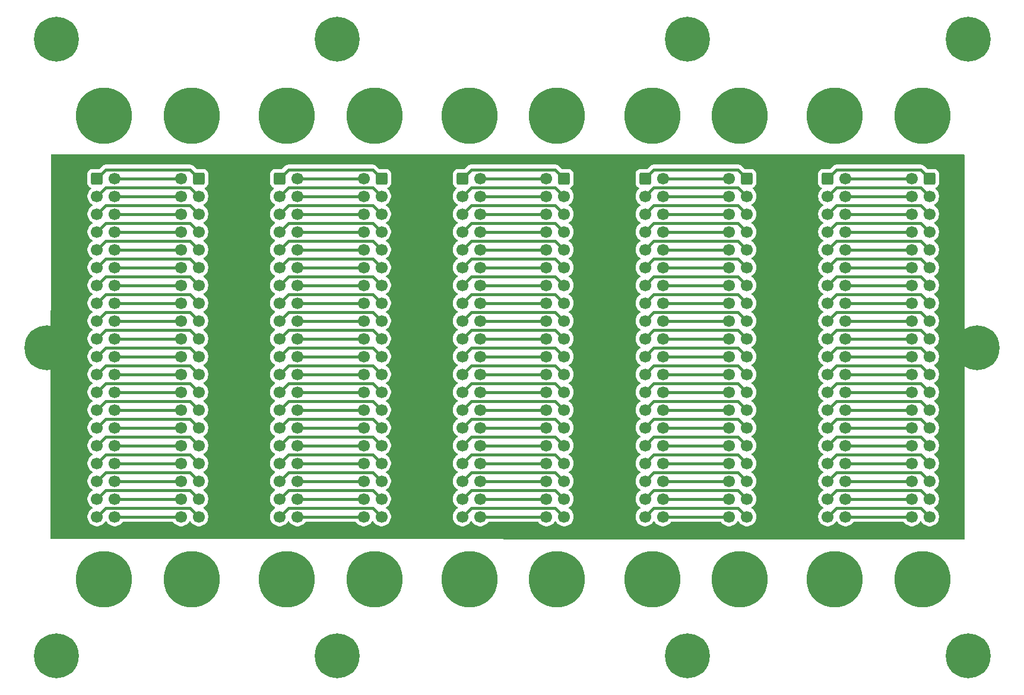
<source format=gbr>
%TF.GenerationSoftware,KiCad,Pcbnew,9.99.0-unknown-b0b07bbc41~182~ubuntu22.04.1*%
%TF.CreationDate,2025-08-08T10:17:54+02:00*%
%TF.ProjectId,CP70_front_flatcable,43503730-5f66-4726-9f6e-745f666c6174,rev?*%
%TF.SameCoordinates,Original*%
%TF.FileFunction,Copper,L2,Bot*%
%TF.FilePolarity,Positive*%
%FSLAX46Y46*%
G04 Gerber Fmt 4.6, Leading zero omitted, Abs format (unit mm)*
G04 Created by KiCad (PCBNEW 9.99.0-unknown-b0b07bbc41~182~ubuntu22.04.1) date 2025-08-08 10:17:54*
%MOMM*%
%LPD*%
G01*
G04 APERTURE LIST*
G04 Aperture macros list*
%AMRoundRect*
0 Rectangle with rounded corners*
0 $1 Rounding radius*
0 $2 $3 $4 $5 $6 $7 $8 $9 X,Y pos of 4 corners*
0 Add a 4 corners polygon primitive as box body*
4,1,4,$2,$3,$4,$5,$6,$7,$8,$9,$2,$3,0*
0 Add four circle primitives for the rounded corners*
1,1,$1+$1,$2,$3*
1,1,$1+$1,$4,$5*
1,1,$1+$1,$6,$7*
1,1,$1+$1,$8,$9*
0 Add four rect primitives between the rounded corners*
20,1,$1+$1,$2,$3,$4,$5,0*
20,1,$1+$1,$4,$5,$6,$7,0*
20,1,$1+$1,$6,$7,$8,$9,0*
20,1,$1+$1,$8,$9,$2,$3,0*%
G04 Aperture macros list end*
%TA.AperFunction,ComponentPad*%
%ADD10C,0.800000*%
%TD*%
%TA.AperFunction,ComponentPad*%
%ADD11C,6.400000*%
%TD*%
%TA.AperFunction,ComponentPad*%
%ADD12RoundRect,0.250000X-0.600000X-0.600000X0.600000X-0.600000X0.600000X0.600000X-0.600000X0.600000X0*%
%TD*%
%TA.AperFunction,ComponentPad*%
%ADD13C,1.700000*%
%TD*%
%TA.AperFunction,ComponentPad*%
%ADD14C,8.000000*%
%TD*%
%TA.AperFunction,ComponentPad*%
%ADD15RoundRect,0.250000X0.600000X0.600000X-0.600000X0.600000X-0.600000X-0.600000X0.600000X-0.600000X0*%
%TD*%
%TA.AperFunction,ViaPad*%
%ADD16C,0.800000*%
%TD*%
%TA.AperFunction,Conductor*%
%ADD17C,0.430000*%
%TD*%
G04 APERTURE END LIST*
D10*
%TO.P,H106,1,1*%
%TO.N,GNDA*%
X74700000Y-92600000D03*
X75402944Y-90902944D03*
X75402944Y-94297056D03*
X77100000Y-90200000D03*
D11*
X77100000Y-92600000D03*
D10*
X77100000Y-95000000D03*
X78797056Y-90902944D03*
X78797056Y-94297056D03*
X79500000Y-92600000D03*
%TD*%
%TO.P,H105,1,1*%
%TO.N,GNDA*%
X207400000Y-92600000D03*
X208102944Y-90902944D03*
X208102944Y-94297056D03*
X209800000Y-90200000D03*
D11*
X209800000Y-92600000D03*
D10*
X209800000Y-95000000D03*
X211497056Y-90902944D03*
X211497056Y-94297056D03*
X212200000Y-92600000D03*
%TD*%
%TO.P,H104,1,1*%
%TO.N,unconnected-(H104-Pad1)_2*%
X166100000Y-48600000D03*
%TO.N,unconnected-(H104-Pad1)*%
X166802944Y-46902944D03*
%TO.N,unconnected-(H104-Pad1)_3*%
X166802944Y-50297056D03*
%TO.N,unconnected-(H104-Pad1)_6*%
X168500000Y-46200000D03*
D11*
%TO.N,unconnected-(H104-Pad1)_5*%
X168500000Y-48600000D03*
D10*
%TO.N,unconnected-(H104-Pad1)_4*%
X168500000Y-51000000D03*
%TO.N,unconnected-(H104-Pad1)_1*%
X170197056Y-46902944D03*
%TO.N,unconnected-(H104-Pad1)_8*%
X170197056Y-50297056D03*
%TO.N,unconnected-(H104-Pad1)_7*%
X170900000Y-48600000D03*
%TD*%
%TO.P,H103,1,1*%
%TO.N,unconnected-(H103-Pad1)_8*%
X116100000Y-48600000D03*
%TO.N,unconnected-(H103-Pad1)_5*%
X116802944Y-46902944D03*
%TO.N,unconnected-(H103-Pad1)_2*%
X116802944Y-50297056D03*
%TO.N,unconnected-(H103-Pad1)_1*%
X118500000Y-46200000D03*
D11*
%TO.N,unconnected-(H103-Pad1)*%
X118500000Y-48600000D03*
D10*
%TO.N,unconnected-(H103-Pad1)_3*%
X118500000Y-51000000D03*
%TO.N,unconnected-(H103-Pad1)_7*%
X120197056Y-46902944D03*
%TO.N,unconnected-(H103-Pad1)_4*%
X120197056Y-50297056D03*
%TO.N,unconnected-(H103-Pad1)_6*%
X120900000Y-48600000D03*
%TD*%
%TO.P,H102,1,1*%
%TO.N,unconnected-(H102-Pad1)_5*%
X166100000Y-136600000D03*
%TO.N,unconnected-(H102-Pad1)_4*%
X166802944Y-134902944D03*
%TO.N,unconnected-(H102-Pad1)_8*%
X166802944Y-138297056D03*
%TO.N,unconnected-(H102-Pad1)*%
X168500000Y-134200000D03*
D11*
%TO.N,unconnected-(H102-Pad1)_3*%
X168500000Y-136600000D03*
D10*
%TO.N,unconnected-(H102-Pad1)_1*%
X168500000Y-139000000D03*
%TO.N,unconnected-(H102-Pad1)_2*%
X170197056Y-134902944D03*
%TO.N,unconnected-(H102-Pad1)_6*%
X170197056Y-138297056D03*
%TO.N,unconnected-(H102-Pad1)_7*%
X170900000Y-136600000D03*
%TD*%
%TO.P,H101,1,1*%
%TO.N,unconnected-(H101-Pad1)_4*%
X116100000Y-136600000D03*
%TO.N,unconnected-(H101-Pad1)_6*%
X116802944Y-134902944D03*
%TO.N,unconnected-(H101-Pad1)*%
X116802944Y-138297056D03*
%TO.N,unconnected-(H101-Pad1)_3*%
X118500000Y-134200000D03*
D11*
%TO.N,unconnected-(H101-Pad1)_8*%
X118500000Y-136600000D03*
D10*
%TO.N,unconnected-(H101-Pad1)_5*%
X118500000Y-139000000D03*
%TO.N,unconnected-(H101-Pad1)_1*%
X120197056Y-134902944D03*
%TO.N,unconnected-(H101-Pad1)_7*%
X120197056Y-138297056D03*
%TO.N,unconnected-(H101-Pad1)_2*%
X120900000Y-136600000D03*
%TD*%
%TO.P,H204,1,1*%
%TO.N,unconnected-(H204-Pad1)_8*%
X76100000Y-136600000D03*
%TO.N,unconnected-(H204-Pad1)_4*%
X76802944Y-134902944D03*
%TO.N,unconnected-(H204-Pad1)_5*%
X76802944Y-138297056D03*
%TO.N,unconnected-(H204-Pad1)_6*%
X78500000Y-134200000D03*
D11*
%TO.N,unconnected-(H204-Pad1)*%
X78500000Y-136600000D03*
D10*
%TO.N,unconnected-(H204-Pad1)_1*%
X78500000Y-139000000D03*
%TO.N,unconnected-(H204-Pad1)_7*%
X80197056Y-134902944D03*
%TO.N,unconnected-(H204-Pad1)_2*%
X80197056Y-138297056D03*
%TO.N,unconnected-(H204-Pad1)_3*%
X80900000Y-136600000D03*
%TD*%
%TO.P,H203,1,1*%
%TO.N,unconnected-(H203-Pad1)_8*%
X76100000Y-48600000D03*
%TO.N,unconnected-(H203-Pad1)*%
X76802944Y-46902944D03*
%TO.N,unconnected-(H203-Pad1)_1*%
X76802944Y-50297056D03*
%TO.N,unconnected-(H203-Pad1)_4*%
X78500000Y-46200000D03*
D11*
%TO.N,unconnected-(H203-Pad1)_6*%
X78500000Y-48600000D03*
D10*
%TO.N,unconnected-(H203-Pad1)_3*%
X78500000Y-51000000D03*
%TO.N,unconnected-(H203-Pad1)_2*%
X80197056Y-46902944D03*
%TO.N,unconnected-(H203-Pad1)_7*%
X80197056Y-50297056D03*
%TO.N,unconnected-(H203-Pad1)_5*%
X80900000Y-48600000D03*
%TD*%
%TO.P,H202,1,1*%
%TO.N,unconnected-(H202-Pad1)_1*%
X206100000Y-136600000D03*
%TO.N,unconnected-(H202-Pad1)_2*%
X206802944Y-134902944D03*
%TO.N,unconnected-(H202-Pad1)*%
X206802944Y-138297056D03*
%TO.N,unconnected-(H202-Pad1)_5*%
X208500000Y-134200000D03*
D11*
%TO.N,unconnected-(H202-Pad1)_8*%
X208500000Y-136600000D03*
D10*
%TO.N,unconnected-(H202-Pad1)_4*%
X208500000Y-139000000D03*
%TO.N,unconnected-(H202-Pad1)_6*%
X210197056Y-134902944D03*
%TO.N,unconnected-(H202-Pad1)_7*%
X210197056Y-138297056D03*
%TO.N,unconnected-(H202-Pad1)_3*%
X210900000Y-136600000D03*
%TD*%
%TO.P,H201,1,1*%
%TO.N,unconnected-(H201-Pad1)_3*%
X206100000Y-48600000D03*
%TO.N,unconnected-(H201-Pad1)_5*%
X206802944Y-46902944D03*
%TO.N,unconnected-(H201-Pad1)_6*%
X206802944Y-50297056D03*
%TO.N,unconnected-(H201-Pad1)_7*%
X208500000Y-46200000D03*
D11*
%TO.N,unconnected-(H201-Pad1)_8*%
X208500000Y-48600000D03*
D10*
%TO.N,unconnected-(H201-Pad1)_2*%
X208500000Y-51000000D03*
%TO.N,unconnected-(H201-Pad1)_4*%
X210197056Y-46902944D03*
%TO.N,unconnected-(H201-Pad1)*%
X210197056Y-50297056D03*
%TO.N,unconnected-(H201-Pad1)_1*%
X210900000Y-48600000D03*
%TD*%
D12*
%TO.P,J101,1,Pin_1*%
%TO.N,G1-01*%
X84247500Y-68470000D03*
D13*
%TO.P,J101,2,Pin_2*%
%TO.N,G1-21*%
X86787500Y-68470000D03*
%TO.P,J101,3,Pin_3*%
%TO.N,G1-02*%
X84247500Y-71010000D03*
%TO.P,J101,4,Pin_4*%
%TO.N,G1-22*%
X86787500Y-71010000D03*
%TO.P,J101,5,Pin_5*%
%TO.N,G1-03*%
X84247500Y-73550000D03*
%TO.P,J101,6,Pin_6*%
%TO.N,G1-23*%
X86787500Y-73550000D03*
%TO.P,J101,7,Pin_7*%
%TO.N,G1-04*%
X84247500Y-76090000D03*
%TO.P,J101,8,Pin_8*%
%TO.N,G1-24*%
X86787500Y-76090000D03*
%TO.P,J101,9,Pin_9*%
%TO.N,G1-05*%
X84247500Y-78630000D03*
%TO.P,J101,10,Pin_10*%
%TO.N,G1-25*%
X86787500Y-78630000D03*
%TO.P,J101,11,Pin_11*%
%TO.N,G1-06*%
X84247500Y-81170000D03*
%TO.P,J101,12,Pin_12*%
%TO.N,G1-26*%
X86787500Y-81170000D03*
%TO.P,J101,13,Pin_13*%
%TO.N,G1-07*%
X84247500Y-83710000D03*
%TO.P,J101,14,Pin_14*%
%TO.N,G1-27*%
X86787500Y-83710000D03*
%TO.P,J101,15,Pin_15*%
%TO.N,G1-08*%
X84247500Y-86250000D03*
%TO.P,J101,16,Pin_16*%
%TO.N,G1-28*%
X86787500Y-86250000D03*
%TO.P,J101,17,Pin_17*%
%TO.N,G1-09*%
X84247500Y-88790000D03*
%TO.P,J101,18,Pin_18*%
%TO.N,G1-29*%
X86787500Y-88790000D03*
%TO.P,J101,19,Pin_19*%
%TO.N,G1-10*%
X84247500Y-91330000D03*
%TO.P,J101,20,Pin_20*%
%TO.N,G1-30*%
X86787500Y-91330000D03*
%TO.P,J101,21,Pin_21*%
%TO.N,G1-11*%
X84247500Y-93870000D03*
%TO.P,J101,22,Pin_22*%
%TO.N,G1-31*%
X86787500Y-93870000D03*
%TO.P,J101,23,Pin_23*%
%TO.N,G1-12*%
X84247500Y-96410000D03*
%TO.P,J101,24,Pin_24*%
%TO.N,G1-32*%
X86787500Y-96410000D03*
%TO.P,J101,25,Pin_25*%
%TO.N,G1-13*%
X84247500Y-98950000D03*
%TO.P,J101,26,Pin_26*%
%TO.N,G1-33*%
X86787500Y-98950000D03*
%TO.P,J101,27,Pin_27*%
%TO.N,G1-14*%
X84247500Y-101490000D03*
%TO.P,J101,28,Pin_28*%
%TO.N,G1-34*%
X86787500Y-101490000D03*
%TO.P,J101,29,Pin_29*%
%TO.N,G1-15*%
X84247500Y-104030000D03*
%TO.P,J101,30,Pin_30*%
%TO.N,G1-35*%
X86787500Y-104030000D03*
%TO.P,J101,31,Pin_31*%
%TO.N,G1-16*%
X84247500Y-106570000D03*
%TO.P,J101,32,Pin_32*%
%TO.N,G1-36*%
X86787500Y-106570000D03*
%TO.P,J101,33,Pin_33*%
%TO.N,G1-17*%
X84247500Y-109110000D03*
%TO.P,J101,34,Pin_34*%
%TO.N,G1-37*%
X86787500Y-109110000D03*
%TO.P,J101,35,Pin_35*%
%TO.N,G1-18*%
X84247500Y-111650000D03*
%TO.P,J101,36,Pin_36*%
%TO.N,G1-38*%
X86787500Y-111650000D03*
%TO.P,J101,37,Pin_37*%
%TO.N,G1-19*%
X84247500Y-114190000D03*
%TO.P,J101,38,Pin_38*%
%TO.N,G1-39*%
X86787500Y-114190000D03*
%TO.P,J101,39,Pin_39*%
%TO.N,G1-20*%
X84247500Y-116730000D03*
%TO.P,J101,40,Pin_40*%
%TO.N,G1-40*%
X86787500Y-116730000D03*
D14*
%TO.P,J101,MP*%
%TO.N,N/C*%
X85267500Y-59530000D03*
X85267500Y-125670000D03*
%TD*%
D12*
%TO.P,J102,1,Pin_1*%
%TO.N,G2-01*%
X110302500Y-68470000D03*
D13*
%TO.P,J102,2,Pin_2*%
%TO.N,G2-21*%
X112842500Y-68470000D03*
%TO.P,J102,3,Pin_3*%
%TO.N,G2-02*%
X110302500Y-71010000D03*
%TO.P,J102,4,Pin_4*%
%TO.N,G2-22*%
X112842500Y-71010000D03*
%TO.P,J102,5,Pin_5*%
%TO.N,G2-03*%
X110302500Y-73550000D03*
%TO.P,J102,6,Pin_6*%
%TO.N,G2-23*%
X112842500Y-73550000D03*
%TO.P,J102,7,Pin_7*%
%TO.N,G2-04*%
X110302500Y-76090000D03*
%TO.P,J102,8,Pin_8*%
%TO.N,G2-24*%
X112842500Y-76090000D03*
%TO.P,J102,9,Pin_9*%
%TO.N,G2-05*%
X110302500Y-78630000D03*
%TO.P,J102,10,Pin_10*%
%TO.N,G2-25*%
X112842500Y-78630000D03*
%TO.P,J102,11,Pin_11*%
%TO.N,G2-06*%
X110302500Y-81170000D03*
%TO.P,J102,12,Pin_12*%
%TO.N,G2-26*%
X112842500Y-81170000D03*
%TO.P,J102,13,Pin_13*%
%TO.N,G2-07*%
X110302500Y-83710000D03*
%TO.P,J102,14,Pin_14*%
%TO.N,G2-27*%
X112842500Y-83710000D03*
%TO.P,J102,15,Pin_15*%
%TO.N,G2-08*%
X110302500Y-86250000D03*
%TO.P,J102,16,Pin_16*%
%TO.N,G2-28*%
X112842500Y-86250000D03*
%TO.P,J102,17,Pin_17*%
%TO.N,G2-09*%
X110302500Y-88790000D03*
%TO.P,J102,18,Pin_18*%
%TO.N,G2-29*%
X112842500Y-88790000D03*
%TO.P,J102,19,Pin_19*%
%TO.N,G2-10*%
X110302500Y-91330000D03*
%TO.P,J102,20,Pin_20*%
%TO.N,G2-30*%
X112842500Y-91330000D03*
%TO.P,J102,21,Pin_21*%
%TO.N,G2-11*%
X110302500Y-93870000D03*
%TO.P,J102,22,Pin_22*%
%TO.N,G2-31*%
X112842500Y-93870000D03*
%TO.P,J102,23,Pin_23*%
%TO.N,G2-12*%
X110302500Y-96410000D03*
%TO.P,J102,24,Pin_24*%
%TO.N,G2-32*%
X112842500Y-96410000D03*
%TO.P,J102,25,Pin_25*%
%TO.N,G2-13*%
X110302500Y-98950000D03*
%TO.P,J102,26,Pin_26*%
%TO.N,G2-33*%
X112842500Y-98950000D03*
%TO.P,J102,27,Pin_27*%
%TO.N,G2-14*%
X110302500Y-101490000D03*
%TO.P,J102,28,Pin_28*%
%TO.N,G2-34*%
X112842500Y-101490000D03*
%TO.P,J102,29,Pin_29*%
%TO.N,G2-15*%
X110302500Y-104030000D03*
%TO.P,J102,30,Pin_30*%
%TO.N,G2-35*%
X112842500Y-104030000D03*
%TO.P,J102,31,Pin_31*%
%TO.N,G2-16*%
X110302500Y-106570000D03*
%TO.P,J102,32,Pin_32*%
%TO.N,G2-36*%
X112842500Y-106570000D03*
%TO.P,J102,33,Pin_33*%
%TO.N,G2-17*%
X110302500Y-109110000D03*
%TO.P,J102,34,Pin_34*%
%TO.N,G2-37*%
X112842500Y-109110000D03*
%TO.P,J102,35,Pin_35*%
%TO.N,G2-18*%
X110302500Y-111650000D03*
%TO.P,J102,36,Pin_36*%
%TO.N,G2-38*%
X112842500Y-111650000D03*
%TO.P,J102,37,Pin_37*%
%TO.N,G2-19*%
X110302500Y-114190000D03*
%TO.P,J102,38,Pin_38*%
%TO.N,G2-39*%
X112842500Y-114190000D03*
%TO.P,J102,39,Pin_39*%
%TO.N,G2-20*%
X110302500Y-116730000D03*
%TO.P,J102,40,Pin_40*%
%TO.N,G2-40*%
X112842500Y-116730000D03*
D14*
%TO.P,J102,MP*%
%TO.N,N/C*%
X111322500Y-59530000D03*
X111322500Y-125670000D03*
%TD*%
D12*
%TO.P,J108,1,Pin_1*%
%TO.N,G5-01*%
X188467500Y-68470000D03*
D13*
%TO.P,J108,2,Pin_2*%
%TO.N,G5-21*%
X191007500Y-68470000D03*
%TO.P,J108,3,Pin_3*%
%TO.N,G5-02*%
X188467500Y-71010000D03*
%TO.P,J108,4,Pin_4*%
%TO.N,G5-22*%
X191007500Y-71010000D03*
%TO.P,J108,5,Pin_5*%
%TO.N,G5-03*%
X188467500Y-73550000D03*
%TO.P,J108,6,Pin_6*%
%TO.N,G5-23*%
X191007500Y-73550000D03*
%TO.P,J108,7,Pin_7*%
%TO.N,G5-04*%
X188467500Y-76090000D03*
%TO.P,J108,8,Pin_8*%
%TO.N,G5-24*%
X191007500Y-76090000D03*
%TO.P,J108,9,Pin_9*%
%TO.N,G5-05*%
X188467500Y-78630000D03*
%TO.P,J108,10,Pin_10*%
%TO.N,G5-25*%
X191007500Y-78630000D03*
%TO.P,J108,11,Pin_11*%
%TO.N,G5-06*%
X188467500Y-81170000D03*
%TO.P,J108,12,Pin_12*%
%TO.N,G5-26*%
X191007500Y-81170000D03*
%TO.P,J108,13,Pin_13*%
%TO.N,G5-07*%
X188467500Y-83710000D03*
%TO.P,J108,14,Pin_14*%
%TO.N,G5-27*%
X191007500Y-83710000D03*
%TO.P,J108,15,Pin_15*%
%TO.N,G5-08*%
X188467500Y-86250000D03*
%TO.P,J108,16,Pin_16*%
%TO.N,G5-28*%
X191007500Y-86250000D03*
%TO.P,J108,17,Pin_17*%
%TO.N,G5-09*%
X188467500Y-88790000D03*
%TO.P,J108,18,Pin_18*%
%TO.N,G5-29*%
X191007500Y-88790000D03*
%TO.P,J108,19,Pin_19*%
%TO.N,G5-10*%
X188467500Y-91330000D03*
%TO.P,J108,20,Pin_20*%
%TO.N,G5-30*%
X191007500Y-91330000D03*
%TO.P,J108,21,Pin_21*%
%TO.N,G5-11*%
X188467500Y-93870000D03*
%TO.P,J108,22,Pin_22*%
%TO.N,G5-31*%
X191007500Y-93870000D03*
%TO.P,J108,23,Pin_23*%
%TO.N,G5-12*%
X188467500Y-96410000D03*
%TO.P,J108,24,Pin_24*%
%TO.N,G5-32*%
X191007500Y-96410000D03*
%TO.P,J108,25,Pin_25*%
%TO.N,G5-13*%
X188467500Y-98950000D03*
%TO.P,J108,26,Pin_26*%
%TO.N,G5-33*%
X191007500Y-98950000D03*
%TO.P,J108,27,Pin_27*%
%TO.N,G5-14*%
X188467500Y-101490000D03*
%TO.P,J108,28,Pin_28*%
%TO.N,G5-34*%
X191007500Y-101490000D03*
%TO.P,J108,29,Pin_29*%
%TO.N,G5-15*%
X188467500Y-104030000D03*
%TO.P,J108,30,Pin_30*%
%TO.N,G5-35*%
X191007500Y-104030000D03*
%TO.P,J108,31,Pin_31*%
%TO.N,G5-16*%
X188467500Y-106570000D03*
%TO.P,J108,32,Pin_32*%
%TO.N,G5-36*%
X191007500Y-106570000D03*
%TO.P,J108,33,Pin_33*%
%TO.N,G5-17*%
X188467500Y-109110000D03*
%TO.P,J108,34,Pin_34*%
%TO.N,G5-37*%
X191007500Y-109110000D03*
%TO.P,J108,35,Pin_35*%
%TO.N,G5-18*%
X188467500Y-111650000D03*
%TO.P,J108,36,Pin_36*%
%TO.N,G5-38*%
X191007500Y-111650000D03*
%TO.P,J108,37,Pin_37*%
%TO.N,G5-19*%
X188467500Y-114190000D03*
%TO.P,J108,38,Pin_38*%
%TO.N,G5-39*%
X191007500Y-114190000D03*
%TO.P,J108,39,Pin_39*%
%TO.N,G5-20*%
X188467500Y-116730000D03*
%TO.P,J108,40,Pin_40*%
%TO.N,G5-40*%
X191007500Y-116730000D03*
D14*
%TO.P,J108,MP*%
%TO.N,N/C*%
X189487500Y-59530000D03*
X189487500Y-125670000D03*
%TD*%
D12*
%TO.P,J106,1,Pin_1*%
%TO.N,G4-01*%
X162412500Y-68470000D03*
D13*
%TO.P,J106,2,Pin_2*%
%TO.N,G4-21*%
X164952500Y-68470000D03*
%TO.P,J106,3,Pin_3*%
%TO.N,G4-02*%
X162412500Y-71010000D03*
%TO.P,J106,4,Pin_4*%
%TO.N,G4-22*%
X164952500Y-71010000D03*
%TO.P,J106,5,Pin_5*%
%TO.N,G4-03*%
X162412500Y-73550000D03*
%TO.P,J106,6,Pin_6*%
%TO.N,G4-23*%
X164952500Y-73550000D03*
%TO.P,J106,7,Pin_7*%
%TO.N,G4-04*%
X162412500Y-76090000D03*
%TO.P,J106,8,Pin_8*%
%TO.N,G4-24*%
X164952500Y-76090000D03*
%TO.P,J106,9,Pin_9*%
%TO.N,G4-05*%
X162412500Y-78630000D03*
%TO.P,J106,10,Pin_10*%
%TO.N,G4-25*%
X164952500Y-78630000D03*
%TO.P,J106,11,Pin_11*%
%TO.N,G4-06*%
X162412500Y-81170000D03*
%TO.P,J106,12,Pin_12*%
%TO.N,G4-26*%
X164952500Y-81170000D03*
%TO.P,J106,13,Pin_13*%
%TO.N,G4-07*%
X162412500Y-83710000D03*
%TO.P,J106,14,Pin_14*%
%TO.N,G4-27*%
X164952500Y-83710000D03*
%TO.P,J106,15,Pin_15*%
%TO.N,G4-08*%
X162412500Y-86250000D03*
%TO.P,J106,16,Pin_16*%
%TO.N,G4-28*%
X164952500Y-86250000D03*
%TO.P,J106,17,Pin_17*%
%TO.N,G4-09*%
X162412500Y-88790000D03*
%TO.P,J106,18,Pin_18*%
%TO.N,G4-29*%
X164952500Y-88790000D03*
%TO.P,J106,19,Pin_19*%
%TO.N,G4-10*%
X162412500Y-91330000D03*
%TO.P,J106,20,Pin_20*%
%TO.N,G4-30*%
X164952500Y-91330000D03*
%TO.P,J106,21,Pin_21*%
%TO.N,G4-11*%
X162412500Y-93870000D03*
%TO.P,J106,22,Pin_22*%
%TO.N,G4-31*%
X164952500Y-93870000D03*
%TO.P,J106,23,Pin_23*%
%TO.N,G4-12*%
X162412500Y-96410000D03*
%TO.P,J106,24,Pin_24*%
%TO.N,G4-32*%
X164952500Y-96410000D03*
%TO.P,J106,25,Pin_25*%
%TO.N,G4-13*%
X162412500Y-98950000D03*
%TO.P,J106,26,Pin_26*%
%TO.N,G4-33*%
X164952500Y-98950000D03*
%TO.P,J106,27,Pin_27*%
%TO.N,G4-14*%
X162412500Y-101490000D03*
%TO.P,J106,28,Pin_28*%
%TO.N,G4-34*%
X164952500Y-101490000D03*
%TO.P,J106,29,Pin_29*%
%TO.N,G4-15*%
X162412500Y-104030000D03*
%TO.P,J106,30,Pin_30*%
%TO.N,G4-35*%
X164952500Y-104030000D03*
%TO.P,J106,31,Pin_31*%
%TO.N,G4-16*%
X162412500Y-106570000D03*
%TO.P,J106,32,Pin_32*%
%TO.N,G4-36*%
X164952500Y-106570000D03*
%TO.P,J106,33,Pin_33*%
%TO.N,G4-17*%
X162412500Y-109110000D03*
%TO.P,J106,34,Pin_34*%
%TO.N,G4-37*%
X164952500Y-109110000D03*
%TO.P,J106,35,Pin_35*%
%TO.N,G4-18*%
X162412500Y-111650000D03*
%TO.P,J106,36,Pin_36*%
%TO.N,G4-38*%
X164952500Y-111650000D03*
%TO.P,J106,37,Pin_37*%
%TO.N,G4-19*%
X162412500Y-114190000D03*
%TO.P,J106,38,Pin_38*%
%TO.N,G4-39*%
X164952500Y-114190000D03*
%TO.P,J106,39,Pin_39*%
%TO.N,G4-20*%
X162412500Y-116730000D03*
%TO.P,J106,40,Pin_40*%
%TO.N,G4-40*%
X164952500Y-116730000D03*
D14*
%TO.P,J106,MP*%
%TO.N,N/C*%
X163432500Y-59530000D03*
X163432500Y-125670000D03*
%TD*%
D12*
%TO.P,J104,1,Pin_1*%
%TO.N,G3-01*%
X136357500Y-68470000D03*
D13*
%TO.P,J104,2,Pin_2*%
%TO.N,G3-21*%
X138897500Y-68470000D03*
%TO.P,J104,3,Pin_3*%
%TO.N,G3-02*%
X136357500Y-71010000D03*
%TO.P,J104,4,Pin_4*%
%TO.N,G3-22*%
X138897500Y-71010000D03*
%TO.P,J104,5,Pin_5*%
%TO.N,G3-03*%
X136357500Y-73550000D03*
%TO.P,J104,6,Pin_6*%
%TO.N,G3-23*%
X138897500Y-73550000D03*
%TO.P,J104,7,Pin_7*%
%TO.N,G3-04*%
X136357500Y-76090000D03*
%TO.P,J104,8,Pin_8*%
%TO.N,G3-24*%
X138897500Y-76090000D03*
%TO.P,J104,9,Pin_9*%
%TO.N,G3-05*%
X136357500Y-78630000D03*
%TO.P,J104,10,Pin_10*%
%TO.N,G3-25*%
X138897500Y-78630000D03*
%TO.P,J104,11,Pin_11*%
%TO.N,G3-06*%
X136357500Y-81170000D03*
%TO.P,J104,12,Pin_12*%
%TO.N,G3-26*%
X138897500Y-81170000D03*
%TO.P,J104,13,Pin_13*%
%TO.N,G3-07*%
X136357500Y-83710000D03*
%TO.P,J104,14,Pin_14*%
%TO.N,G3-27*%
X138897500Y-83710000D03*
%TO.P,J104,15,Pin_15*%
%TO.N,G3-08*%
X136357500Y-86250000D03*
%TO.P,J104,16,Pin_16*%
%TO.N,G3-28*%
X138897500Y-86250000D03*
%TO.P,J104,17,Pin_17*%
%TO.N,G3-09*%
X136357500Y-88790000D03*
%TO.P,J104,18,Pin_18*%
%TO.N,G3-29*%
X138897500Y-88790000D03*
%TO.P,J104,19,Pin_19*%
%TO.N,G3-10*%
X136357500Y-91330000D03*
%TO.P,J104,20,Pin_20*%
%TO.N,G3-30*%
X138897500Y-91330000D03*
%TO.P,J104,21,Pin_21*%
%TO.N,G3-11*%
X136357500Y-93870000D03*
%TO.P,J104,22,Pin_22*%
%TO.N,G3-31*%
X138897500Y-93870000D03*
%TO.P,J104,23,Pin_23*%
%TO.N,G3-12*%
X136357500Y-96410000D03*
%TO.P,J104,24,Pin_24*%
%TO.N,G3-32*%
X138897500Y-96410000D03*
%TO.P,J104,25,Pin_25*%
%TO.N,G3-13*%
X136357500Y-98950000D03*
%TO.P,J104,26,Pin_26*%
%TO.N,G3-33*%
X138897500Y-98950000D03*
%TO.P,J104,27,Pin_27*%
%TO.N,G3-14*%
X136357500Y-101490000D03*
%TO.P,J104,28,Pin_28*%
%TO.N,G3-34*%
X138897500Y-101490000D03*
%TO.P,J104,29,Pin_29*%
%TO.N,G3-15*%
X136357500Y-104030000D03*
%TO.P,J104,30,Pin_30*%
%TO.N,G3-35*%
X138897500Y-104030000D03*
%TO.P,J104,31,Pin_31*%
%TO.N,G3-16*%
X136357500Y-106570000D03*
%TO.P,J104,32,Pin_32*%
%TO.N,G3-36*%
X138897500Y-106570000D03*
%TO.P,J104,33,Pin_33*%
%TO.N,G3-17*%
X136357500Y-109110000D03*
%TO.P,J104,34,Pin_34*%
%TO.N,G3-37*%
X138897500Y-109110000D03*
%TO.P,J104,35,Pin_35*%
%TO.N,G3-18*%
X136357500Y-111650000D03*
%TO.P,J104,36,Pin_36*%
%TO.N,G3-38*%
X138897500Y-111650000D03*
%TO.P,J104,37,Pin_37*%
%TO.N,G3-19*%
X136357500Y-114190000D03*
%TO.P,J104,38,Pin_38*%
%TO.N,G3-39*%
X138897500Y-114190000D03*
%TO.P,J104,39,Pin_39*%
%TO.N,G3-20*%
X136357500Y-116730000D03*
%TO.P,J104,40,Pin_40*%
%TO.N,G3-40*%
X138897500Y-116730000D03*
D14*
%TO.P,J104,MP*%
%TO.N,N/C*%
X137377500Y-59530000D03*
X137377500Y-125670000D03*
%TD*%
D15*
%TO.P,J107,1,Pin_1*%
%TO.N,G4-01*%
X176945000Y-68470000D03*
D13*
%TO.P,J107,2,Pin_2*%
%TO.N,G4-21*%
X174405000Y-68470000D03*
%TO.P,J107,3,Pin_3*%
%TO.N,G4-02*%
X176945000Y-71010000D03*
%TO.P,J107,4,Pin_4*%
%TO.N,G4-22*%
X174405000Y-71010000D03*
%TO.P,J107,5,Pin_5*%
%TO.N,G4-03*%
X176945000Y-73550000D03*
%TO.P,J107,6,Pin_6*%
%TO.N,G4-23*%
X174405000Y-73550000D03*
%TO.P,J107,7,Pin_7*%
%TO.N,G4-04*%
X176945000Y-76090000D03*
%TO.P,J107,8,Pin_8*%
%TO.N,G4-24*%
X174405000Y-76090000D03*
%TO.P,J107,9,Pin_9*%
%TO.N,G4-05*%
X176945000Y-78630000D03*
%TO.P,J107,10,Pin_10*%
%TO.N,G4-25*%
X174405000Y-78630000D03*
%TO.P,J107,11,Pin_11*%
%TO.N,G4-06*%
X176945000Y-81170000D03*
%TO.P,J107,12,Pin_12*%
%TO.N,G4-26*%
X174405000Y-81170000D03*
%TO.P,J107,13,Pin_13*%
%TO.N,G4-07*%
X176945000Y-83710000D03*
%TO.P,J107,14,Pin_14*%
%TO.N,G4-27*%
X174405000Y-83710000D03*
%TO.P,J107,15,Pin_15*%
%TO.N,G4-08*%
X176945000Y-86250000D03*
%TO.P,J107,16,Pin_16*%
%TO.N,G4-28*%
X174405000Y-86250000D03*
%TO.P,J107,17,Pin_17*%
%TO.N,G4-09*%
X176945000Y-88790000D03*
%TO.P,J107,18,Pin_18*%
%TO.N,G4-29*%
X174405000Y-88790000D03*
%TO.P,J107,19,Pin_19*%
%TO.N,G4-10*%
X176945000Y-91330000D03*
%TO.P,J107,20,Pin_20*%
%TO.N,G4-30*%
X174405000Y-91330000D03*
%TO.P,J107,21,Pin_21*%
%TO.N,G4-11*%
X176945000Y-93870000D03*
%TO.P,J107,22,Pin_22*%
%TO.N,G4-31*%
X174405000Y-93870000D03*
%TO.P,J107,23,Pin_23*%
%TO.N,G4-12*%
X176945000Y-96410000D03*
%TO.P,J107,24,Pin_24*%
%TO.N,G4-32*%
X174405000Y-96410000D03*
%TO.P,J107,25,Pin_25*%
%TO.N,G4-13*%
X176945000Y-98950000D03*
%TO.P,J107,26,Pin_26*%
%TO.N,G4-33*%
X174405000Y-98950000D03*
%TO.P,J107,27,Pin_27*%
%TO.N,G4-14*%
X176945000Y-101490000D03*
%TO.P,J107,28,Pin_28*%
%TO.N,G4-34*%
X174405000Y-101490000D03*
%TO.P,J107,29,Pin_29*%
%TO.N,G4-15*%
X176945000Y-104030000D03*
%TO.P,J107,30,Pin_30*%
%TO.N,G4-35*%
X174405000Y-104030000D03*
%TO.P,J107,31,Pin_31*%
%TO.N,G4-16*%
X176945000Y-106570000D03*
%TO.P,J107,32,Pin_32*%
%TO.N,G4-36*%
X174405000Y-106570000D03*
%TO.P,J107,33,Pin_33*%
%TO.N,G4-17*%
X176945000Y-109110000D03*
%TO.P,J107,34,Pin_34*%
%TO.N,G4-37*%
X174405000Y-109110000D03*
%TO.P,J107,35,Pin_35*%
%TO.N,G4-18*%
X176945000Y-111650000D03*
%TO.P,J107,36,Pin_36*%
%TO.N,G4-38*%
X174405000Y-111650000D03*
%TO.P,J107,37,Pin_37*%
%TO.N,G4-19*%
X176945000Y-114190000D03*
%TO.P,J107,38,Pin_38*%
%TO.N,G4-39*%
X174405000Y-114190000D03*
%TO.P,J107,39,Pin_39*%
%TO.N,G4-20*%
X176945000Y-116730000D03*
%TO.P,J107,40,Pin_40*%
%TO.N,G4-40*%
X174405000Y-116730000D03*
D14*
%TO.P,J107,MP*%
%TO.N,N/C*%
X175925000Y-125670000D03*
X175925000Y-59530000D03*
%TD*%
D15*
%TO.P,J109,1,Pin_1*%
%TO.N,G5-01*%
X203000000Y-68470000D03*
D13*
%TO.P,J109,2,Pin_2*%
%TO.N,G5-21*%
X200460000Y-68470000D03*
%TO.P,J109,3,Pin_3*%
%TO.N,G5-02*%
X203000000Y-71010000D03*
%TO.P,J109,4,Pin_4*%
%TO.N,G5-22*%
X200460000Y-71010000D03*
%TO.P,J109,5,Pin_5*%
%TO.N,G5-03*%
X203000000Y-73550000D03*
%TO.P,J109,6,Pin_6*%
%TO.N,G5-23*%
X200460000Y-73550000D03*
%TO.P,J109,7,Pin_7*%
%TO.N,G5-04*%
X203000000Y-76090000D03*
%TO.P,J109,8,Pin_8*%
%TO.N,G5-24*%
X200460000Y-76090000D03*
%TO.P,J109,9,Pin_9*%
%TO.N,G5-05*%
X203000000Y-78630000D03*
%TO.P,J109,10,Pin_10*%
%TO.N,G5-25*%
X200460000Y-78630000D03*
%TO.P,J109,11,Pin_11*%
%TO.N,G5-06*%
X203000000Y-81170000D03*
%TO.P,J109,12,Pin_12*%
%TO.N,G5-26*%
X200460000Y-81170000D03*
%TO.P,J109,13,Pin_13*%
%TO.N,G5-07*%
X203000000Y-83710000D03*
%TO.P,J109,14,Pin_14*%
%TO.N,G5-27*%
X200460000Y-83710000D03*
%TO.P,J109,15,Pin_15*%
%TO.N,G5-08*%
X203000000Y-86250000D03*
%TO.P,J109,16,Pin_16*%
%TO.N,G5-28*%
X200460000Y-86250000D03*
%TO.P,J109,17,Pin_17*%
%TO.N,G5-09*%
X203000000Y-88790000D03*
%TO.P,J109,18,Pin_18*%
%TO.N,G5-29*%
X200460000Y-88790000D03*
%TO.P,J109,19,Pin_19*%
%TO.N,G5-10*%
X203000000Y-91330000D03*
%TO.P,J109,20,Pin_20*%
%TO.N,G5-30*%
X200460000Y-91330000D03*
%TO.P,J109,21,Pin_21*%
%TO.N,G5-11*%
X203000000Y-93870000D03*
%TO.P,J109,22,Pin_22*%
%TO.N,G5-31*%
X200460000Y-93870000D03*
%TO.P,J109,23,Pin_23*%
%TO.N,G5-12*%
X203000000Y-96410000D03*
%TO.P,J109,24,Pin_24*%
%TO.N,G5-32*%
X200460000Y-96410000D03*
%TO.P,J109,25,Pin_25*%
%TO.N,G5-13*%
X203000000Y-98950000D03*
%TO.P,J109,26,Pin_26*%
%TO.N,G5-33*%
X200460000Y-98950000D03*
%TO.P,J109,27,Pin_27*%
%TO.N,G5-14*%
X203000000Y-101490000D03*
%TO.P,J109,28,Pin_28*%
%TO.N,G5-34*%
X200460000Y-101490000D03*
%TO.P,J109,29,Pin_29*%
%TO.N,G5-15*%
X203000000Y-104030000D03*
%TO.P,J109,30,Pin_30*%
%TO.N,G5-35*%
X200460000Y-104030000D03*
%TO.P,J109,31,Pin_31*%
%TO.N,G5-16*%
X203000000Y-106570000D03*
%TO.P,J109,32,Pin_32*%
%TO.N,G5-36*%
X200460000Y-106570000D03*
%TO.P,J109,33,Pin_33*%
%TO.N,G5-17*%
X203000000Y-109110000D03*
%TO.P,J109,34,Pin_34*%
%TO.N,G5-37*%
X200460000Y-109110000D03*
%TO.P,J109,35,Pin_35*%
%TO.N,G5-18*%
X203000000Y-111650000D03*
%TO.P,J109,36,Pin_36*%
%TO.N,G5-38*%
X200460000Y-111650000D03*
%TO.P,J109,37,Pin_37*%
%TO.N,G5-19*%
X203000000Y-114190000D03*
%TO.P,J109,38,Pin_38*%
%TO.N,G5-39*%
X200460000Y-114190000D03*
%TO.P,J109,39,Pin_39*%
%TO.N,G5-20*%
X203000000Y-116730000D03*
%TO.P,J109,40,Pin_40*%
%TO.N,G5-40*%
X200460000Y-116730000D03*
D14*
%TO.P,J109,MP*%
%TO.N,N/C*%
X201980000Y-125670000D03*
X201980000Y-59530000D03*
%TD*%
D15*
%TO.P,J202,1,Pin_1*%
%TO.N,G1-01*%
X98780000Y-68470000D03*
D13*
%TO.P,J202,2,Pin_2*%
%TO.N,G1-21*%
X96240000Y-68470000D03*
%TO.P,J202,3,Pin_3*%
%TO.N,G1-02*%
X98780000Y-71010000D03*
%TO.P,J202,4,Pin_4*%
%TO.N,G1-22*%
X96240000Y-71010000D03*
%TO.P,J202,5,Pin_5*%
%TO.N,G1-03*%
X98780000Y-73550000D03*
%TO.P,J202,6,Pin_6*%
%TO.N,G1-23*%
X96240000Y-73550000D03*
%TO.P,J202,7,Pin_7*%
%TO.N,G1-04*%
X98780000Y-76090000D03*
%TO.P,J202,8,Pin_8*%
%TO.N,G1-24*%
X96240000Y-76090000D03*
%TO.P,J202,9,Pin_9*%
%TO.N,G1-05*%
X98780000Y-78630000D03*
%TO.P,J202,10,Pin_10*%
%TO.N,G1-25*%
X96240000Y-78630000D03*
%TO.P,J202,11,Pin_11*%
%TO.N,G1-06*%
X98780000Y-81170000D03*
%TO.P,J202,12,Pin_12*%
%TO.N,G1-26*%
X96240000Y-81170000D03*
%TO.P,J202,13,Pin_13*%
%TO.N,G1-07*%
X98780000Y-83710000D03*
%TO.P,J202,14,Pin_14*%
%TO.N,G1-27*%
X96240000Y-83710000D03*
%TO.P,J202,15,Pin_15*%
%TO.N,G1-08*%
X98780000Y-86250000D03*
%TO.P,J202,16,Pin_16*%
%TO.N,G1-28*%
X96240000Y-86250000D03*
%TO.P,J202,17,Pin_17*%
%TO.N,G1-09*%
X98780000Y-88790000D03*
%TO.P,J202,18,Pin_18*%
%TO.N,G1-29*%
X96240000Y-88790000D03*
%TO.P,J202,19,Pin_19*%
%TO.N,G1-10*%
X98780000Y-91330000D03*
%TO.P,J202,20,Pin_20*%
%TO.N,G1-30*%
X96240000Y-91330000D03*
%TO.P,J202,21,Pin_21*%
%TO.N,G1-11*%
X98780000Y-93870000D03*
%TO.P,J202,22,Pin_22*%
%TO.N,G1-31*%
X96240000Y-93870000D03*
%TO.P,J202,23,Pin_23*%
%TO.N,G1-12*%
X98780000Y-96410000D03*
%TO.P,J202,24,Pin_24*%
%TO.N,G1-32*%
X96240000Y-96410000D03*
%TO.P,J202,25,Pin_25*%
%TO.N,G1-13*%
X98780000Y-98950000D03*
%TO.P,J202,26,Pin_26*%
%TO.N,G1-33*%
X96240000Y-98950000D03*
%TO.P,J202,27,Pin_27*%
%TO.N,G1-14*%
X98780000Y-101490000D03*
%TO.P,J202,28,Pin_28*%
%TO.N,G1-34*%
X96240000Y-101490000D03*
%TO.P,J202,29,Pin_29*%
%TO.N,G1-15*%
X98780000Y-104030000D03*
%TO.P,J202,30,Pin_30*%
%TO.N,G1-35*%
X96240000Y-104030000D03*
%TO.P,J202,31,Pin_31*%
%TO.N,G1-16*%
X98780000Y-106570000D03*
%TO.P,J202,32,Pin_32*%
%TO.N,G1-36*%
X96240000Y-106570000D03*
%TO.P,J202,33,Pin_33*%
%TO.N,G1-17*%
X98780000Y-109110000D03*
%TO.P,J202,34,Pin_34*%
%TO.N,G1-37*%
X96240000Y-109110000D03*
%TO.P,J202,35,Pin_35*%
%TO.N,G1-18*%
X98780000Y-111650000D03*
%TO.P,J202,36,Pin_36*%
%TO.N,G1-38*%
X96240000Y-111650000D03*
%TO.P,J202,37,Pin_37*%
%TO.N,G1-19*%
X98780000Y-114190000D03*
%TO.P,J202,38,Pin_38*%
%TO.N,G1-39*%
X96240000Y-114190000D03*
%TO.P,J202,39,Pin_39*%
%TO.N,G1-20*%
X98780000Y-116730000D03*
%TO.P,J202,40,Pin_40*%
%TO.N,G1-40*%
X96240000Y-116730000D03*
D14*
%TO.P,J202,MP*%
%TO.N,N/C*%
X97760000Y-125670000D03*
X97760000Y-59530000D03*
%TD*%
D15*
%TO.P,J105,1,Pin_1*%
%TO.N,G3-01*%
X150890000Y-68470000D03*
D13*
%TO.P,J105,2,Pin_2*%
%TO.N,G3-21*%
X148350000Y-68470000D03*
%TO.P,J105,3,Pin_3*%
%TO.N,G3-02*%
X150890000Y-71010000D03*
%TO.P,J105,4,Pin_4*%
%TO.N,G3-22*%
X148350000Y-71010000D03*
%TO.P,J105,5,Pin_5*%
%TO.N,G3-03*%
X150890000Y-73550000D03*
%TO.P,J105,6,Pin_6*%
%TO.N,G3-23*%
X148350000Y-73550000D03*
%TO.P,J105,7,Pin_7*%
%TO.N,G3-04*%
X150890000Y-76090000D03*
%TO.P,J105,8,Pin_8*%
%TO.N,G3-24*%
X148350000Y-76090000D03*
%TO.P,J105,9,Pin_9*%
%TO.N,G3-05*%
X150890000Y-78630000D03*
%TO.P,J105,10,Pin_10*%
%TO.N,G3-25*%
X148350000Y-78630000D03*
%TO.P,J105,11,Pin_11*%
%TO.N,G3-06*%
X150890000Y-81170000D03*
%TO.P,J105,12,Pin_12*%
%TO.N,G3-26*%
X148350000Y-81170000D03*
%TO.P,J105,13,Pin_13*%
%TO.N,G3-07*%
X150890000Y-83710000D03*
%TO.P,J105,14,Pin_14*%
%TO.N,G3-27*%
X148350000Y-83710000D03*
%TO.P,J105,15,Pin_15*%
%TO.N,G3-08*%
X150890000Y-86250000D03*
%TO.P,J105,16,Pin_16*%
%TO.N,G3-28*%
X148350000Y-86250000D03*
%TO.P,J105,17,Pin_17*%
%TO.N,G3-09*%
X150890000Y-88790000D03*
%TO.P,J105,18,Pin_18*%
%TO.N,G3-29*%
X148350000Y-88790000D03*
%TO.P,J105,19,Pin_19*%
%TO.N,G3-10*%
X150890000Y-91330000D03*
%TO.P,J105,20,Pin_20*%
%TO.N,G3-30*%
X148350000Y-91330000D03*
%TO.P,J105,21,Pin_21*%
%TO.N,G3-11*%
X150890000Y-93870000D03*
%TO.P,J105,22,Pin_22*%
%TO.N,G3-31*%
X148350000Y-93870000D03*
%TO.P,J105,23,Pin_23*%
%TO.N,G3-12*%
X150890000Y-96410000D03*
%TO.P,J105,24,Pin_24*%
%TO.N,G3-32*%
X148350000Y-96410000D03*
%TO.P,J105,25,Pin_25*%
%TO.N,G3-13*%
X150890000Y-98950000D03*
%TO.P,J105,26,Pin_26*%
%TO.N,G3-33*%
X148350000Y-98950000D03*
%TO.P,J105,27,Pin_27*%
%TO.N,G3-14*%
X150890000Y-101490000D03*
%TO.P,J105,28,Pin_28*%
%TO.N,G3-34*%
X148350000Y-101490000D03*
%TO.P,J105,29,Pin_29*%
%TO.N,G3-15*%
X150890000Y-104030000D03*
%TO.P,J105,30,Pin_30*%
%TO.N,G3-35*%
X148350000Y-104030000D03*
%TO.P,J105,31,Pin_31*%
%TO.N,G3-16*%
X150890000Y-106570000D03*
%TO.P,J105,32,Pin_32*%
%TO.N,G3-36*%
X148350000Y-106570000D03*
%TO.P,J105,33,Pin_33*%
%TO.N,G3-17*%
X150890000Y-109110000D03*
%TO.P,J105,34,Pin_34*%
%TO.N,G3-37*%
X148350000Y-109110000D03*
%TO.P,J105,35,Pin_35*%
%TO.N,G3-18*%
X150890000Y-111650000D03*
%TO.P,J105,36,Pin_36*%
%TO.N,G3-38*%
X148350000Y-111650000D03*
%TO.P,J105,37,Pin_37*%
%TO.N,G3-19*%
X150890000Y-114190000D03*
%TO.P,J105,38,Pin_38*%
%TO.N,G3-39*%
X148350000Y-114190000D03*
%TO.P,J105,39,Pin_39*%
%TO.N,G3-20*%
X150890000Y-116730000D03*
%TO.P,J105,40,Pin_40*%
%TO.N,G3-40*%
X148350000Y-116730000D03*
D14*
%TO.P,J105,MP*%
%TO.N,N/C*%
X149870000Y-125670000D03*
X149870000Y-59530000D03*
%TD*%
D15*
%TO.P,J103,1,Pin_1*%
%TO.N,G2-01*%
X124835000Y-68470000D03*
D13*
%TO.P,J103,2,Pin_2*%
%TO.N,G2-21*%
X122295000Y-68470000D03*
%TO.P,J103,3,Pin_3*%
%TO.N,G2-02*%
X124835000Y-71010000D03*
%TO.P,J103,4,Pin_4*%
%TO.N,G2-22*%
X122295000Y-71010000D03*
%TO.P,J103,5,Pin_5*%
%TO.N,G2-03*%
X124835000Y-73550000D03*
%TO.P,J103,6,Pin_6*%
%TO.N,G2-23*%
X122295000Y-73550000D03*
%TO.P,J103,7,Pin_7*%
%TO.N,G2-04*%
X124835000Y-76090000D03*
%TO.P,J103,8,Pin_8*%
%TO.N,G2-24*%
X122295000Y-76090000D03*
%TO.P,J103,9,Pin_9*%
%TO.N,G2-05*%
X124835000Y-78630000D03*
%TO.P,J103,10,Pin_10*%
%TO.N,G2-25*%
X122295000Y-78630000D03*
%TO.P,J103,11,Pin_11*%
%TO.N,G2-06*%
X124835000Y-81170000D03*
%TO.P,J103,12,Pin_12*%
%TO.N,G2-26*%
X122295000Y-81170000D03*
%TO.P,J103,13,Pin_13*%
%TO.N,G2-07*%
X124835000Y-83710000D03*
%TO.P,J103,14,Pin_14*%
%TO.N,G2-27*%
X122295000Y-83710000D03*
%TO.P,J103,15,Pin_15*%
%TO.N,G2-08*%
X124835000Y-86250000D03*
%TO.P,J103,16,Pin_16*%
%TO.N,G2-28*%
X122295000Y-86250000D03*
%TO.P,J103,17,Pin_17*%
%TO.N,G2-09*%
X124835000Y-88790000D03*
%TO.P,J103,18,Pin_18*%
%TO.N,G2-29*%
X122295000Y-88790000D03*
%TO.P,J103,19,Pin_19*%
%TO.N,G2-10*%
X124835000Y-91330000D03*
%TO.P,J103,20,Pin_20*%
%TO.N,G2-30*%
X122295000Y-91330000D03*
%TO.P,J103,21,Pin_21*%
%TO.N,G2-11*%
X124835000Y-93870000D03*
%TO.P,J103,22,Pin_22*%
%TO.N,G2-31*%
X122295000Y-93870000D03*
%TO.P,J103,23,Pin_23*%
%TO.N,G2-12*%
X124835000Y-96410000D03*
%TO.P,J103,24,Pin_24*%
%TO.N,G2-32*%
X122295000Y-96410000D03*
%TO.P,J103,25,Pin_25*%
%TO.N,G2-13*%
X124835000Y-98950000D03*
%TO.P,J103,26,Pin_26*%
%TO.N,G2-33*%
X122295000Y-98950000D03*
%TO.P,J103,27,Pin_27*%
%TO.N,G2-14*%
X124835000Y-101490000D03*
%TO.P,J103,28,Pin_28*%
%TO.N,G2-34*%
X122295000Y-101490000D03*
%TO.P,J103,29,Pin_29*%
%TO.N,G2-15*%
X124835000Y-104030000D03*
%TO.P,J103,30,Pin_30*%
%TO.N,G2-35*%
X122295000Y-104030000D03*
%TO.P,J103,31,Pin_31*%
%TO.N,G2-16*%
X124835000Y-106570000D03*
%TO.P,J103,32,Pin_32*%
%TO.N,G2-36*%
X122295000Y-106570000D03*
%TO.P,J103,33,Pin_33*%
%TO.N,G2-17*%
X124835000Y-109110000D03*
%TO.P,J103,34,Pin_34*%
%TO.N,G2-37*%
X122295000Y-109110000D03*
%TO.P,J103,35,Pin_35*%
%TO.N,G2-18*%
X124835000Y-111650000D03*
%TO.P,J103,36,Pin_36*%
%TO.N,G2-38*%
X122295000Y-111650000D03*
%TO.P,J103,37,Pin_37*%
%TO.N,G2-19*%
X124835000Y-114190000D03*
%TO.P,J103,38,Pin_38*%
%TO.N,G2-39*%
X122295000Y-114190000D03*
%TO.P,J103,39,Pin_39*%
%TO.N,G2-20*%
X124835000Y-116730000D03*
%TO.P,J103,40,Pin_40*%
%TO.N,G2-40*%
X122295000Y-116730000D03*
D14*
%TO.P,J103,MP*%
%TO.N,N/C*%
X123815000Y-125670000D03*
X123815000Y-59530000D03*
%TD*%
D16*
%TO.N,GNDA*%
X82042000Y-71805800D03*
X82042000Y-114338100D03*
X82042000Y-96824800D03*
X82042000Y-104330500D03*
X82042000Y-66802000D03*
X82042000Y-81813400D03*
X82042000Y-86817200D03*
X82042000Y-84315300D03*
X82042000Y-109334300D03*
X82042000Y-116840000D03*
X82042000Y-91821000D03*
X82042000Y-111836200D03*
X82042000Y-101828600D03*
X82042000Y-76809600D03*
X82042000Y-89319100D03*
X82042000Y-69303900D03*
X82042000Y-94322900D03*
X82042000Y-106832400D03*
X82042000Y-74307700D03*
X82042000Y-99326700D03*
X82042000Y-79311500D03*
X107188000Y-78079600D03*
X107188000Y-93091000D03*
X107188000Y-75577700D03*
X107188000Y-88087200D03*
X107188000Y-115608100D03*
X107188000Y-100596700D03*
X107188000Y-113106200D03*
X107188000Y-70573900D03*
X107188000Y-118110000D03*
X107188000Y-85585300D03*
X107188000Y-103098600D03*
X107188000Y-73075800D03*
X107188000Y-98094800D03*
X107188000Y-83083400D03*
X107188000Y-80581500D03*
X107188000Y-108102400D03*
X107188000Y-90589100D03*
X107188000Y-68072000D03*
X107188000Y-105600500D03*
X107188000Y-110604300D03*
X107188000Y-95592900D03*
X101854000Y-110604300D03*
X101854000Y-88087200D03*
X101854000Y-80581500D03*
X101854000Y-75577700D03*
X101854000Y-78079600D03*
X101854000Y-108102400D03*
X101854000Y-100596700D03*
X101854000Y-115608100D03*
X101854000Y-83083400D03*
X101854000Y-73075800D03*
X101854000Y-95592900D03*
X101854000Y-105600500D03*
X101854000Y-103098600D03*
X101854000Y-68072000D03*
X101854000Y-90589100D03*
X101854000Y-98094800D03*
X101854000Y-70573900D03*
X101854000Y-85585300D03*
X101854000Y-93091000D03*
X101854000Y-113106200D03*
X101854000Y-118110000D03*
X133350000Y-78079600D03*
X133350000Y-93091000D03*
X133350000Y-75577700D03*
X133350000Y-88087200D03*
X133350000Y-115608100D03*
X133350000Y-100596700D03*
X133350000Y-113106200D03*
X133350000Y-70573900D03*
X133350000Y-118110000D03*
X133350000Y-85585300D03*
X133350000Y-103098600D03*
X133350000Y-73075800D03*
X133350000Y-98094800D03*
X133350000Y-83083400D03*
X133350000Y-80581500D03*
X133350000Y-108102400D03*
X133350000Y-90589100D03*
X133350000Y-68072000D03*
X133350000Y-105600500D03*
X133350000Y-110604300D03*
X133350000Y-95592900D03*
X128016000Y-110604300D03*
X128016000Y-88087200D03*
X128016000Y-80581500D03*
X128016000Y-75577700D03*
X128016000Y-78079600D03*
X128016000Y-108102400D03*
X128016000Y-100596700D03*
X128016000Y-115608100D03*
X128016000Y-83083400D03*
X128016000Y-73075800D03*
X128016000Y-95592900D03*
X128016000Y-105600500D03*
X128016000Y-103098600D03*
X128016000Y-68072000D03*
X128016000Y-90589100D03*
X128016000Y-98094800D03*
X128016000Y-70573900D03*
X128016000Y-85585300D03*
X128016000Y-93091000D03*
X128016000Y-113106200D03*
X128016000Y-118110000D03*
X159512000Y-78079600D03*
X159512000Y-93091000D03*
X159512000Y-75577700D03*
X159512000Y-88087200D03*
X159512000Y-115608100D03*
X159512000Y-100596700D03*
X159512000Y-113106200D03*
X159512000Y-70573900D03*
X159512000Y-118110000D03*
X159512000Y-85585300D03*
X159512000Y-103098600D03*
X159512000Y-73075800D03*
X159512000Y-98094800D03*
X159512000Y-83083400D03*
X159512000Y-80581500D03*
X159512000Y-108102400D03*
X159512000Y-90589100D03*
X159512000Y-68072000D03*
X159512000Y-105600500D03*
X159512000Y-110604300D03*
X159512000Y-95592900D03*
X154178000Y-110604300D03*
X154178000Y-88087200D03*
X154178000Y-80581500D03*
X154178000Y-75577700D03*
X154178000Y-78079600D03*
X154178000Y-108102400D03*
X154178000Y-100596700D03*
X154178000Y-115608100D03*
X154178000Y-83083400D03*
X154178000Y-73075800D03*
X154178000Y-95592900D03*
X154178000Y-105600500D03*
X154178000Y-103098600D03*
X154178000Y-68072000D03*
X154178000Y-90589100D03*
X154178000Y-98094800D03*
X154178000Y-70573900D03*
X154178000Y-85585300D03*
X154178000Y-93091000D03*
X154178000Y-113106200D03*
X154178000Y-118110000D03*
X179578000Y-95580200D03*
X179578000Y-85572600D03*
X179578000Y-100584000D03*
X179578000Y-68059300D03*
X179578000Y-103085900D03*
X179578000Y-83070700D03*
X179578000Y-98082100D03*
X179578000Y-110591600D03*
X179578000Y-88074500D03*
X179578000Y-113093500D03*
X179578000Y-118097300D03*
X179578000Y-105587800D03*
X179578000Y-93078300D03*
X179578000Y-73063100D03*
X179578000Y-115595400D03*
X179578000Y-78066900D03*
X179578000Y-90576400D03*
X179578000Y-70561200D03*
X179578000Y-108089700D03*
X179578000Y-75565000D03*
X179578000Y-80568800D03*
X184912000Y-95580200D03*
X184912000Y-85572600D03*
X184912000Y-100584000D03*
X184912000Y-68059300D03*
X184912000Y-103085900D03*
X184912000Y-83070700D03*
X184912000Y-98082100D03*
X184912000Y-110591600D03*
X184912000Y-88074500D03*
X184912000Y-113093500D03*
X184912000Y-118097300D03*
X184912000Y-105587800D03*
X184912000Y-93078300D03*
X184912000Y-73063100D03*
X184912000Y-115595400D03*
X184912000Y-78066900D03*
X184912000Y-90576400D03*
X184912000Y-70561200D03*
X184912000Y-108089700D03*
X184912000Y-75565000D03*
X184912000Y-80568800D03*
X205232000Y-118618000D03*
X205232000Y-116116100D03*
X205232000Y-113614200D03*
X205232000Y-111112300D03*
X205232000Y-108610400D03*
X205232000Y-106108500D03*
X205232000Y-103606600D03*
X205232000Y-101104700D03*
X205232000Y-98602800D03*
X205232000Y-96100900D03*
X205232000Y-93599000D03*
X205232000Y-91097100D03*
X205232000Y-88595200D03*
X205232000Y-86093300D03*
X205232000Y-83591400D03*
X205232000Y-81089500D03*
X205232000Y-78587600D03*
X205232000Y-76085700D03*
X205232000Y-73583800D03*
X205232000Y-71081900D03*
X205232000Y-68580000D03*
%TD*%
%TO.N,G5-01*%
D17*
X203000000Y-68470000D02*
X201734000Y-67204000D01*
X189733500Y-67204000D02*
X188467500Y-68470000D01*
X201734000Y-67204000D02*
X189733500Y-67204000D01*
%TO.N,G5-21*%
X191007500Y-68470000D02*
X200460000Y-68470000D01*
%TO.N,G5-02*%
X188467500Y-71010000D02*
X189733500Y-69744000D01*
X189733500Y-69744000D02*
X201734000Y-69744000D01*
X201734000Y-69744000D02*
X203000000Y-71010000D01*
%TO.N,G5-22*%
X200460000Y-71010000D02*
X191007500Y-71010000D01*
%TO.N,G5-03*%
X188467500Y-73550000D02*
X189733500Y-72284000D01*
X189733500Y-72284000D02*
X201734000Y-72284000D01*
X201734000Y-72284000D02*
X203000000Y-73550000D01*
%TO.N,G5-23*%
X200460000Y-73550000D02*
X191007500Y-73550000D01*
%TO.N,G5-04*%
X188467500Y-76090000D02*
X189733500Y-74824000D01*
X189733500Y-74824000D02*
X201734000Y-74824000D01*
X201734000Y-74824000D02*
X203000000Y-76090000D01*
%TO.N,G5-24*%
X200460000Y-76090000D02*
X191007500Y-76090000D01*
%TO.N,G5-05*%
X188467500Y-78630000D02*
X189733500Y-77364000D01*
X201734000Y-77364000D02*
X203000000Y-78630000D01*
X189733500Y-77364000D02*
X201734000Y-77364000D01*
%TO.N,G5-25*%
X200460000Y-78630000D02*
X191007500Y-78630000D01*
%TO.N,G5-06*%
X188467500Y-81170000D02*
X189733500Y-79904000D01*
X189733500Y-79904000D02*
X201734000Y-79904000D01*
X201734000Y-79904000D02*
X203000000Y-81170000D01*
%TO.N,G5-26*%
X200460000Y-81170000D02*
X191007500Y-81170000D01*
%TO.N,G5-07*%
X188467500Y-83710000D02*
X189733500Y-82444000D01*
X189733500Y-82444000D02*
X201734000Y-82444000D01*
X201734000Y-82444000D02*
X203000000Y-83710000D01*
%TO.N,G5-27*%
X200460000Y-83710000D02*
X191007500Y-83710000D01*
%TO.N,G5-08*%
X203000000Y-86250000D02*
X201734000Y-84984000D01*
X189733500Y-84984000D02*
X188467500Y-86250000D01*
X201734000Y-84984000D02*
X189733500Y-84984000D01*
%TO.N,G5-28*%
X191007500Y-86250000D02*
X200460000Y-86250000D01*
%TO.N,G5-09*%
X203000000Y-88790000D02*
X201734000Y-87524000D01*
X201734000Y-87524000D02*
X189733500Y-87524000D01*
X189733500Y-87524000D02*
X188467500Y-88790000D01*
%TO.N,G5-29*%
X191007500Y-88790000D02*
X200460000Y-88790000D01*
%TO.N,G5-10*%
X203000000Y-91330000D02*
X201734000Y-90064000D01*
X201734000Y-90064000D02*
X189733500Y-90064000D01*
X189733500Y-90064000D02*
X188467500Y-91330000D01*
%TO.N,G5-30*%
X191007500Y-91330000D02*
X200460000Y-91330000D01*
%TO.N,G5-11*%
X203000000Y-93870000D02*
X201734000Y-92604000D01*
X201734000Y-92604000D02*
X189733500Y-92604000D01*
X189733500Y-92604000D02*
X188467500Y-93870000D01*
%TO.N,G5-31*%
X191007500Y-93870000D02*
X200460000Y-93870000D01*
%TO.N,G5-12*%
X203000000Y-96410000D02*
X201734000Y-95144000D01*
X201734000Y-95144000D02*
X189733500Y-95144000D01*
X189733500Y-95144000D02*
X188467500Y-96410000D01*
%TO.N,G5-32*%
X191007500Y-96410000D02*
X200460000Y-96410000D01*
%TO.N,G5-13*%
X203000000Y-98950000D02*
X201734000Y-97684000D01*
X201734000Y-97684000D02*
X189733500Y-97684000D01*
X189733500Y-97684000D02*
X188467500Y-98950000D01*
%TO.N,G5-33*%
X191007500Y-98950000D02*
X200460000Y-98950000D01*
%TO.N,G5-14*%
X203000000Y-101490000D02*
X201734000Y-100224000D01*
X201734000Y-100224000D02*
X189733500Y-100224000D01*
X189733500Y-100224000D02*
X188467500Y-101490000D01*
%TO.N,G5-34*%
X191007500Y-101490000D02*
X200460000Y-101490000D01*
%TO.N,G5-15*%
X203000000Y-104030000D02*
X201734000Y-102764000D01*
X201734000Y-102764000D02*
X189733500Y-102764000D01*
X189733500Y-102764000D02*
X188467500Y-104030000D01*
%TO.N,G5-35*%
X191007500Y-104030000D02*
X200460000Y-104030000D01*
%TO.N,G5-16*%
X203000000Y-106570000D02*
X201734000Y-105304000D01*
X201734000Y-105304000D02*
X189733500Y-105304000D01*
X189733500Y-105304000D02*
X188467500Y-106570000D01*
%TO.N,G5-36*%
X191007500Y-106570000D02*
X200460000Y-106570000D01*
%TO.N,G5-17*%
X203000000Y-109110000D02*
X201734000Y-107844000D01*
X189733500Y-107844000D02*
X188467500Y-109110000D01*
X201734000Y-107844000D02*
X189733500Y-107844000D01*
%TO.N,G5-37*%
X191007500Y-109110000D02*
X200460000Y-109110000D01*
%TO.N,G5-18*%
X203000000Y-111650000D02*
X201734000Y-110384000D01*
X201734000Y-110384000D02*
X189733500Y-110384000D01*
X189733500Y-110384000D02*
X188467500Y-111650000D01*
%TO.N,G5-38*%
X191007500Y-111650000D02*
X200460000Y-111650000D01*
%TO.N,G5-19*%
X203000000Y-114190000D02*
X201734000Y-112924000D01*
X201734000Y-112924000D02*
X189733500Y-112924000D01*
X189733500Y-112924000D02*
X188467500Y-114190000D01*
%TO.N,G5-39*%
X191007500Y-114190000D02*
X200460000Y-114190000D01*
%TO.N,G5-20*%
X203000000Y-116730000D02*
X201734000Y-115464000D01*
X201734000Y-115464000D02*
X189733500Y-115464000D01*
X189733500Y-115464000D02*
X188467500Y-116730000D01*
%TO.N,G5-40*%
X191007500Y-116730000D02*
X200460000Y-116730000D01*
%TO.N,G4-01*%
X162412500Y-68470000D02*
X163678500Y-67204000D01*
X163678500Y-67204000D02*
X175679000Y-67204000D01*
X175679000Y-67204000D02*
X176945000Y-68470000D01*
%TO.N,G4-02*%
X176945000Y-71010000D02*
X175679000Y-69744000D01*
X175679000Y-69744000D02*
X163678500Y-69744000D01*
X163678500Y-69744000D02*
X162412500Y-71010000D01*
%TO.N,G4-03*%
X162412500Y-73550000D02*
X163678500Y-72284000D01*
X163678500Y-72284000D02*
X175679000Y-72284000D01*
X175679000Y-72284000D02*
X176945000Y-73550000D01*
%TO.N,G4-04*%
X176945000Y-76090000D02*
X175679000Y-74824000D01*
X175679000Y-74824000D02*
X163678500Y-74824000D01*
X163678500Y-74824000D02*
X162412500Y-76090000D01*
%TO.N,G4-05*%
X162412500Y-78630000D02*
X163678500Y-77364000D01*
X163678500Y-77364000D02*
X175679000Y-77364000D01*
X175679000Y-77364000D02*
X176945000Y-78630000D01*
%TO.N,G4-06*%
X176945000Y-81170000D02*
X175679000Y-79904000D01*
X175679000Y-79904000D02*
X163678500Y-79904000D01*
X163678500Y-79904000D02*
X162412500Y-81170000D01*
%TO.N,G4-07*%
X162412500Y-83710000D02*
X163678500Y-82444000D01*
X163678500Y-82444000D02*
X175679000Y-82444000D01*
X175679000Y-82444000D02*
X176945000Y-83710000D01*
%TO.N,G4-08*%
X162412500Y-86250000D02*
X163678500Y-84984000D01*
X163678500Y-84984000D02*
X175679000Y-84984000D01*
X175679000Y-84984000D02*
X176945000Y-86250000D01*
%TO.N,G4-09*%
X176945000Y-88790000D02*
X175679000Y-87524000D01*
X175679000Y-87524000D02*
X163678500Y-87524000D01*
X163678500Y-87524000D02*
X162412500Y-88790000D01*
%TO.N,G4-10*%
X162412500Y-91330000D02*
X163678500Y-90064000D01*
X163678500Y-90064000D02*
X175679000Y-90064000D01*
X175679000Y-90064000D02*
X176945000Y-91330000D01*
%TO.N,G4-11*%
X176945000Y-93870000D02*
X175679000Y-92604000D01*
X175679000Y-92604000D02*
X163678500Y-92604000D01*
X163678500Y-92604000D02*
X162412500Y-93870000D01*
%TO.N,G4-12*%
X162412500Y-96410000D02*
X163678500Y-95144000D01*
X163678500Y-95144000D02*
X175679000Y-95144000D01*
X175679000Y-95144000D02*
X176945000Y-96410000D01*
%TO.N,G4-13*%
X176945000Y-98950000D02*
X175679000Y-97684000D01*
X175679000Y-97684000D02*
X163678500Y-97684000D01*
X163678500Y-97684000D02*
X162412500Y-98950000D01*
%TO.N,G4-14*%
X162412500Y-101490000D02*
X163678500Y-100224000D01*
X163678500Y-100224000D02*
X175679000Y-100224000D01*
X175679000Y-100224000D02*
X176945000Y-101490000D01*
%TO.N,G4-15*%
X162412500Y-104030000D02*
X163678500Y-102764000D01*
X163678500Y-102764000D02*
X175679000Y-102764000D01*
X175679000Y-102764000D02*
X176945000Y-104030000D01*
%TO.N,G4-16*%
X176945000Y-106570000D02*
X175679000Y-105304000D01*
X175679000Y-105304000D02*
X163678500Y-105304000D01*
X163678500Y-105304000D02*
X162412500Y-106570000D01*
%TO.N,G4-17*%
X162412500Y-109110000D02*
X163678500Y-107844000D01*
X163678500Y-107844000D02*
X175679000Y-107844000D01*
X175679000Y-107844000D02*
X176945000Y-109110000D01*
%TO.N,G4-18*%
X176945000Y-111650000D02*
X175679000Y-110384000D01*
X163678500Y-110384000D02*
X162412500Y-111650000D01*
X175679000Y-110384000D02*
X163678500Y-110384000D01*
%TO.N,G4-19*%
X162412500Y-114190000D02*
X163678500Y-112924000D01*
X175679000Y-112924000D02*
X176945000Y-114190000D01*
X163678500Y-112924000D02*
X175679000Y-112924000D01*
%TO.N,G4-20*%
X176945000Y-116730000D02*
X175679000Y-115464000D01*
X175679000Y-115464000D02*
X163678500Y-115464000D01*
X163678500Y-115464000D02*
X162412500Y-116730000D01*
%TO.N,G4-40*%
X174405000Y-116730000D02*
X164952500Y-116730000D01*
%TO.N,G4-39*%
X164952500Y-114190000D02*
X174405000Y-114190000D01*
%TO.N,G4-38*%
X174405000Y-111650000D02*
X164952500Y-111650000D01*
%TO.N,G4-37*%
X164952500Y-109110000D02*
X174405000Y-109110000D01*
%TO.N,G4-36*%
X174405000Y-106570000D02*
X164952500Y-106570000D01*
%TO.N,G4-35*%
X164952500Y-104030000D02*
X174405000Y-104030000D01*
%TO.N,G4-34*%
X174405000Y-101490000D02*
X164952500Y-101490000D01*
%TO.N,G4-33*%
X164952500Y-98950000D02*
X174405000Y-98950000D01*
%TO.N,G4-32*%
X174405000Y-96410000D02*
X164952500Y-96410000D01*
%TO.N,G4-31*%
X164952500Y-93870000D02*
X174405000Y-93870000D01*
%TO.N,G4-30*%
X174405000Y-91330000D02*
X164952500Y-91330000D01*
%TO.N,G4-29*%
X164952500Y-88790000D02*
X174405000Y-88790000D01*
%TO.N,G4-28*%
X174405000Y-86250000D02*
X164952500Y-86250000D01*
%TO.N,G4-27*%
X164952500Y-83710000D02*
X174405000Y-83710000D01*
%TO.N,G4-26*%
X174405000Y-81170000D02*
X164952500Y-81170000D01*
%TO.N,G4-25*%
X164952500Y-78630000D02*
X174405000Y-78630000D01*
%TO.N,G4-24*%
X174405000Y-76090000D02*
X164952500Y-76090000D01*
%TO.N,G4-23*%
X164952500Y-73550000D02*
X174405000Y-73550000D01*
%TO.N,G4-22*%
X174405000Y-71010000D02*
X164952500Y-71010000D01*
%TO.N,G4-21*%
X164952500Y-68470000D02*
X174405000Y-68470000D01*
%TO.N,G3-20*%
X136357500Y-116730000D02*
X137623500Y-115464000D01*
X137623500Y-115464000D02*
X149624000Y-115464000D01*
X149624000Y-115464000D02*
X150890000Y-116730000D01*
%TO.N,G3-19*%
X150890000Y-114190000D02*
X149616000Y-112916000D01*
X149616000Y-112916000D02*
X137631500Y-112916000D01*
X137631500Y-112916000D02*
X136357500Y-114190000D01*
%TO.N,G3-18*%
X136357500Y-111650000D02*
X137623500Y-110384000D01*
X137623500Y-110384000D02*
X149624000Y-110384000D01*
X149624000Y-110384000D02*
X150890000Y-111650000D01*
%TO.N,G3-17*%
X150890000Y-109110000D02*
X149624000Y-107844000D01*
X149624000Y-107844000D02*
X137623500Y-107844000D01*
X137623500Y-107844000D02*
X136357500Y-109110000D01*
%TO.N,G3-16*%
X136357500Y-106570000D02*
X137623500Y-105304000D01*
X137623500Y-105304000D02*
X149624000Y-105304000D01*
X149624000Y-105304000D02*
X150890000Y-106570000D01*
%TO.N,G3-15*%
X150890000Y-104030000D02*
X149624000Y-102764000D01*
X149624000Y-102764000D02*
X137623500Y-102764000D01*
X137623500Y-102764000D02*
X136357500Y-104030000D01*
%TO.N,G3-14*%
X136357500Y-101490000D02*
X137623500Y-100224000D01*
X137623500Y-100224000D02*
X149624000Y-100224000D01*
X149624000Y-100224000D02*
X150890000Y-101490000D01*
%TO.N,G3-13*%
X150890000Y-98950000D02*
X149624000Y-97684000D01*
X149624000Y-97684000D02*
X137623500Y-97684000D01*
X137623500Y-97684000D02*
X136357500Y-98950000D01*
%TO.N,G3-12*%
X136357500Y-96410000D02*
X137623500Y-95144000D01*
X137623500Y-95144000D02*
X149624000Y-95144000D01*
X149624000Y-95144000D02*
X150890000Y-96410000D01*
%TO.N,G3-11*%
X150890000Y-93870000D02*
X149624000Y-92604000D01*
X149624000Y-92604000D02*
X137623500Y-92604000D01*
X137623500Y-92604000D02*
X136357500Y-93870000D01*
%TO.N,G3-10*%
X136357500Y-91330000D02*
X137623500Y-90064000D01*
X137623500Y-90064000D02*
X149624000Y-90064000D01*
X149624000Y-90064000D02*
X150890000Y-91330000D01*
%TO.N,G3-09*%
X150890000Y-88790000D02*
X149624000Y-87524000D01*
X149624000Y-87524000D02*
X137623500Y-87524000D01*
X137623500Y-87524000D02*
X136357500Y-88790000D01*
%TO.N,G3-08*%
X136357500Y-86250000D02*
X137623500Y-84984000D01*
X137623500Y-84984000D02*
X149624000Y-84984000D01*
X149624000Y-84984000D02*
X150890000Y-86250000D01*
%TO.N,G3-07*%
X150890000Y-83710000D02*
X149624000Y-82444000D01*
X149624000Y-82444000D02*
X137623500Y-82444000D01*
X137623500Y-82444000D02*
X136357500Y-83710000D01*
%TO.N,G3-06*%
X136357500Y-81170000D02*
X137623500Y-79904000D01*
X137623500Y-79904000D02*
X149624000Y-79904000D01*
X149624000Y-79904000D02*
X150890000Y-81170000D01*
%TO.N,G3-05*%
X150890000Y-78630000D02*
X149624000Y-77364000D01*
X149624000Y-77364000D02*
X137623500Y-77364000D01*
X137623500Y-77364000D02*
X136357500Y-78630000D01*
%TO.N,G3-04*%
X136357500Y-76090000D02*
X137623500Y-74824000D01*
X137623500Y-74824000D02*
X149624000Y-74824000D01*
X149624000Y-74824000D02*
X150890000Y-76090000D01*
%TO.N,G3-03*%
X150890000Y-73550000D02*
X149624000Y-72284000D01*
X149624000Y-72284000D02*
X137623500Y-72284000D01*
X137623500Y-72284000D02*
X136357500Y-73550000D01*
%TO.N,G3-02*%
X136357500Y-71010000D02*
X137623500Y-69744000D01*
X137623500Y-69744000D02*
X149624000Y-69744000D01*
X149624000Y-69744000D02*
X150890000Y-71010000D01*
%TO.N,G3-01*%
X150890000Y-68470000D02*
X149624000Y-67204000D01*
X149624000Y-67204000D02*
X137623500Y-67204000D01*
X137623500Y-67204000D02*
X136357500Y-68470000D01*
%TO.N,G3-40*%
X138897500Y-116730000D02*
X148350000Y-116730000D01*
%TO.N,G3-39*%
X138897500Y-114190000D02*
X148350000Y-114190000D01*
%TO.N,G3-38*%
X148350000Y-111650000D02*
X138897500Y-111650000D01*
%TO.N,G3-37*%
X138897500Y-109110000D02*
X148350000Y-109110000D01*
%TO.N,G3-36*%
X148350000Y-106570000D02*
X138897500Y-106570000D01*
%TO.N,G3-35*%
X138897500Y-104030000D02*
X148350000Y-104030000D01*
%TO.N,G3-34*%
X148350000Y-101490000D02*
X138897500Y-101490000D01*
%TO.N,G3-33*%
X138897500Y-98950000D02*
X148350000Y-98950000D01*
%TO.N,G3-32*%
X148350000Y-96410000D02*
X138897500Y-96410000D01*
%TO.N,G3-31*%
X138897500Y-93870000D02*
X148350000Y-93870000D01*
%TO.N,G3-30*%
X148350000Y-91330000D02*
X138897500Y-91330000D01*
%TO.N,G3-29*%
X138897500Y-88790000D02*
X148350000Y-88790000D01*
%TO.N,G3-28*%
X148350000Y-86250000D02*
X138897500Y-86250000D01*
%TO.N,G3-27*%
X138897500Y-83710000D02*
X148350000Y-83710000D01*
%TO.N,G3-26*%
X148350000Y-81170000D02*
X138897500Y-81170000D01*
%TO.N,G3-25*%
X138897500Y-78630000D02*
X148350000Y-78630000D01*
%TO.N,G3-24*%
X148350000Y-76090000D02*
X138897500Y-76090000D01*
%TO.N,G3-23*%
X138897500Y-73550000D02*
X148350000Y-73550000D01*
%TO.N,G3-22*%
X148350000Y-71010000D02*
X138897500Y-71010000D01*
%TO.N,G3-21*%
X138897500Y-68470000D02*
X148350000Y-68470000D01*
%TO.N,G2-20*%
X110302500Y-116730000D02*
X111568500Y-115464000D01*
X111568500Y-115464000D02*
X123569000Y-115464000D01*
X123569000Y-115464000D02*
X124835000Y-116730000D01*
%TO.N,G2-19*%
X124835000Y-114190000D02*
X123561000Y-112916000D01*
X111576500Y-112916000D02*
X110302500Y-114190000D01*
X123561000Y-112916000D02*
X111576500Y-112916000D01*
%TO.N,G2-18*%
X110302500Y-111650000D02*
X111568500Y-110384000D01*
X111568500Y-110384000D02*
X123569000Y-110384000D01*
X123569000Y-110384000D02*
X124835000Y-111650000D01*
%TO.N,G2-17*%
X124835000Y-109110000D02*
X123569000Y-107844000D01*
X123569000Y-107844000D02*
X111568500Y-107844000D01*
X111568500Y-107844000D02*
X110302500Y-109110000D01*
%TO.N,G2-16*%
X110302500Y-106570000D02*
X111568500Y-105304000D01*
X111568500Y-105304000D02*
X123569000Y-105304000D01*
X123569000Y-105304000D02*
X124835000Y-106570000D01*
%TO.N,G2-15*%
X124835000Y-104030000D02*
X123569000Y-102764000D01*
X123569000Y-102764000D02*
X111568500Y-102764000D01*
X111568500Y-102764000D02*
X110302500Y-104030000D01*
%TO.N,G2-14*%
X110302500Y-101490000D02*
X111568500Y-100224000D01*
X111568500Y-100224000D02*
X123569000Y-100224000D01*
X123569000Y-100224000D02*
X124835000Y-101490000D01*
%TO.N,G2-13*%
X124835000Y-98950000D02*
X123569000Y-97684000D01*
X123569000Y-97684000D02*
X111568500Y-97684000D01*
X111568500Y-97684000D02*
X110302500Y-98950000D01*
%TO.N,G2-12*%
X110302500Y-96410000D02*
X111568500Y-95144000D01*
X111568500Y-95144000D02*
X123569000Y-95144000D01*
X123569000Y-95144000D02*
X124835000Y-96410000D01*
%TO.N,G2-11*%
X124835000Y-93870000D02*
X123569000Y-92604000D01*
X111568500Y-92604000D02*
X110302500Y-93870000D01*
X123569000Y-92604000D02*
X111568500Y-92604000D01*
%TO.N,G2-10*%
X110302500Y-91330000D02*
X111568500Y-90064000D01*
X111568500Y-90064000D02*
X123569000Y-90064000D01*
X123569000Y-90064000D02*
X124835000Y-91330000D01*
%TO.N,G2-09*%
X124835000Y-88790000D02*
X123569000Y-87524000D01*
X123569000Y-87524000D02*
X111568500Y-87524000D01*
X111568500Y-87524000D02*
X110302500Y-88790000D01*
%TO.N,G2-08*%
X110302500Y-86250000D02*
X111568500Y-84984000D01*
X111568500Y-84984000D02*
X123569000Y-84984000D01*
X123569000Y-84984000D02*
X124835000Y-86250000D01*
%TO.N,G2-07*%
X124835000Y-83710000D02*
X123569000Y-82444000D01*
X123569000Y-82444000D02*
X111568500Y-82444000D01*
X111568500Y-82444000D02*
X110302500Y-83710000D01*
%TO.N,G2-06*%
X110302500Y-81170000D02*
X111568500Y-79904000D01*
X111568500Y-79904000D02*
X123569000Y-79904000D01*
X123569000Y-79904000D02*
X124835000Y-81170000D01*
%TO.N,G2-05*%
X124835000Y-78630000D02*
X123569000Y-77364000D01*
X123569000Y-77364000D02*
X111568500Y-77364000D01*
X111568500Y-77364000D02*
X110302500Y-78630000D01*
%TO.N,G2-04*%
X110302500Y-76090000D02*
X111568500Y-74824000D01*
X111568500Y-74824000D02*
X123569000Y-74824000D01*
X123569000Y-74824000D02*
X124835000Y-76090000D01*
%TO.N,G2-03*%
X124835000Y-73550000D02*
X123569000Y-72284000D01*
X123569000Y-72284000D02*
X111568500Y-72284000D01*
X111568500Y-72284000D02*
X110302500Y-73550000D01*
%TO.N,G2-02*%
X110302500Y-71010000D02*
X111568500Y-69744000D01*
X111568500Y-69744000D02*
X123569000Y-69744000D01*
X123569000Y-69744000D02*
X124835000Y-71010000D01*
%TO.N,G2-40*%
X112842500Y-116730000D02*
X122295000Y-116730000D01*
%TO.N,G2-39*%
X122295000Y-114190000D02*
X112842500Y-114190000D01*
%TO.N,G2-38*%
X112842500Y-111650000D02*
X122295000Y-111650000D01*
%TO.N,G2-37*%
X122295000Y-109110000D02*
X112842500Y-109110000D01*
%TO.N,G2-36*%
X112842500Y-106570000D02*
X122295000Y-106570000D01*
%TO.N,G2-35*%
X122295000Y-104030000D02*
X112842500Y-104030000D01*
%TO.N,G2-34*%
X112842500Y-101490000D02*
X122295000Y-101490000D01*
%TO.N,G2-33*%
X122295000Y-98950000D02*
X112842500Y-98950000D01*
%TO.N,G2-32*%
X112842500Y-96410000D02*
X122295000Y-96410000D01*
%TO.N,G2-31*%
X122295000Y-93870000D02*
X112842500Y-93870000D01*
%TO.N,G2-30*%
X112842500Y-91330000D02*
X122295000Y-91330000D01*
%TO.N,G2-29*%
X122295000Y-88790000D02*
X112842500Y-88790000D01*
%TO.N,G2-28*%
X112842500Y-86250000D02*
X122295000Y-86250000D01*
%TO.N,G2-27*%
X122295000Y-83710000D02*
X112842500Y-83710000D01*
%TO.N,G2-26*%
X112842500Y-81170000D02*
X122295000Y-81170000D01*
%TO.N,G2-25*%
X122295000Y-78630000D02*
X112842500Y-78630000D01*
%TO.N,G2-24*%
X112842500Y-76090000D02*
X122295000Y-76090000D01*
%TO.N,G2-23*%
X112842500Y-73550000D02*
X122295000Y-73550000D01*
%TO.N,G2-22*%
X112842500Y-71010000D02*
X122295000Y-71010000D01*
%TO.N,G2-01*%
X110302500Y-68470000D02*
X111568500Y-67204000D01*
X111568500Y-67204000D02*
X123569000Y-67204000D01*
X123569000Y-67204000D02*
X124835000Y-68470000D01*
%TO.N,G2-21*%
X112842500Y-68470000D02*
X122295000Y-68470000D01*
%TO.N,G1-40*%
X86787500Y-116730000D02*
X96240000Y-116730000D01*
%TO.N,G1-20*%
X98780000Y-116730000D02*
X97514000Y-115464000D01*
X97514000Y-115464000D02*
X85513500Y-115464000D01*
X85513500Y-115464000D02*
X84247500Y-116730000D01*
%TO.N,G1-39*%
X86787500Y-114190000D02*
X96240000Y-114190000D01*
%TO.N,G1-19*%
X98780000Y-114190000D02*
X97514000Y-112924000D01*
X97514000Y-112924000D02*
X85513500Y-112924000D01*
X85513500Y-112924000D02*
X84247500Y-114190000D01*
%TO.N,G1-38*%
X86787500Y-111650000D02*
X96240000Y-111650000D01*
%TO.N,G1-18*%
X98780000Y-111650000D02*
X97514000Y-110384000D01*
X97514000Y-110384000D02*
X85513500Y-110384000D01*
X85513500Y-110384000D02*
X84247500Y-111650000D01*
%TO.N,G1-37*%
X86787500Y-109110000D02*
X96240000Y-109110000D01*
%TO.N,G1-17*%
X98780000Y-109110000D02*
X97514000Y-107844000D01*
X85513500Y-107844000D02*
X84247500Y-109110000D01*
X97514000Y-107844000D02*
X85513500Y-107844000D01*
%TO.N,G1-36*%
X86787500Y-106570000D02*
X96240000Y-106570000D01*
%TO.N,G1-16*%
X98780000Y-106570000D02*
X97514000Y-105304000D01*
X97514000Y-105304000D02*
X85513500Y-105304000D01*
X85513500Y-105304000D02*
X84247500Y-106570000D01*
%TO.N,G1-35*%
X86787500Y-104030000D02*
X96240000Y-104030000D01*
%TO.N,G1-15*%
X98780000Y-104030000D02*
X97514000Y-102764000D01*
X97514000Y-102764000D02*
X85513500Y-102764000D01*
X85513500Y-102764000D02*
X84247500Y-104030000D01*
%TO.N,G1-34*%
X86787500Y-101490000D02*
X96240000Y-101490000D01*
%TO.N,G1-14*%
X98780000Y-101490000D02*
X97514000Y-100224000D01*
X97514000Y-100224000D02*
X85513500Y-100224000D01*
X85513500Y-100224000D02*
X84247500Y-101490000D01*
%TO.N,G1-33*%
X86787500Y-98950000D02*
X96240000Y-98950000D01*
%TO.N,G1-13*%
X98780000Y-98950000D02*
X97514000Y-97684000D01*
X97514000Y-97684000D02*
X85513500Y-97684000D01*
X85513500Y-97684000D02*
X84247500Y-98950000D01*
%TO.N,G1-32*%
X86787500Y-96410000D02*
X96240000Y-96410000D01*
%TO.N,G1-12*%
X98780000Y-96410000D02*
X97514000Y-95144000D01*
X97514000Y-95144000D02*
X85513500Y-95144000D01*
X85513500Y-95144000D02*
X84247500Y-96410000D01*
%TO.N,G1-31*%
X86787500Y-93870000D02*
X96240000Y-93870000D01*
%TO.N,G1-11*%
X98780000Y-93870000D02*
X97514000Y-92604000D01*
X97514000Y-92604000D02*
X85513500Y-92604000D01*
X85513500Y-92604000D02*
X84247500Y-93870000D01*
%TO.N,G1-30*%
X86787500Y-91330000D02*
X96240000Y-91330000D01*
%TO.N,G1-10*%
X98780000Y-91330000D02*
X97514000Y-90064000D01*
X97514000Y-90064000D02*
X85513500Y-90064000D01*
X85513500Y-90064000D02*
X84247500Y-91330000D01*
%TO.N,G1-29*%
X86787500Y-88790000D02*
X96240000Y-88790000D01*
%TO.N,G1-09*%
X84247500Y-88790000D02*
X85513500Y-87524000D01*
X85513500Y-87524000D02*
X97514000Y-87524000D01*
X97514000Y-87524000D02*
X98780000Y-88790000D01*
%TO.N,G1-08*%
X84247500Y-86250000D02*
X85513500Y-84984000D01*
X85513500Y-84984000D02*
X97514000Y-84984000D01*
X97514000Y-84984000D02*
X98780000Y-86250000D01*
%TO.N,G1-28*%
X86787500Y-86250000D02*
X96240000Y-86250000D01*
%TO.N,G1-27*%
X86787500Y-83710000D02*
X96240000Y-83710000D01*
%TO.N,G1-07*%
X84247500Y-83710000D02*
X85513500Y-82444000D01*
X85513500Y-82444000D02*
X97514000Y-82444000D01*
X97514000Y-82444000D02*
X98780000Y-83710000D01*
%TO.N,G1-26*%
X86787500Y-81170000D02*
X96240000Y-81170000D01*
%TO.N,G1-06*%
X84247500Y-81170000D02*
X85513500Y-79904000D01*
X85513500Y-79904000D02*
X97514000Y-79904000D01*
X97514000Y-79904000D02*
X98780000Y-81170000D01*
%TO.N,G1-25*%
X86787500Y-78630000D02*
X96240000Y-78630000D01*
%TO.N,G1-05*%
X84247500Y-78630000D02*
X85513500Y-77364000D01*
X97514000Y-77364000D02*
X98780000Y-78630000D01*
X85513500Y-77364000D02*
X97514000Y-77364000D01*
%TO.N,G1-24*%
X86787500Y-76090000D02*
X96240000Y-76090000D01*
%TO.N,G1-04*%
X84247500Y-76090000D02*
X85513500Y-74824000D01*
X85513500Y-74824000D02*
X97514000Y-74824000D01*
X97514000Y-74824000D02*
X98780000Y-76090000D01*
%TO.N,G1-23*%
X86787500Y-73550000D02*
X96240000Y-73550000D01*
%TO.N,G1-03*%
X84247500Y-73550000D02*
X85513500Y-72284000D01*
X85513500Y-72284000D02*
X97514000Y-72284000D01*
X97514000Y-72284000D02*
X98780000Y-73550000D01*
%TO.N,G1-22*%
X86787500Y-71010000D02*
X96240000Y-71010000D01*
%TO.N,G1-02*%
X84247500Y-71010000D02*
X85513500Y-69744000D01*
X85513500Y-69744000D02*
X97514000Y-69744000D01*
X97514000Y-69744000D02*
X98780000Y-71010000D01*
%TO.N,G1-01*%
X84247500Y-68470000D02*
X85513500Y-67204000D01*
X85513500Y-67204000D02*
X97514000Y-67204000D01*
X97514000Y-67204000D02*
X98780000Y-68470000D01*
%TO.N,G1-21*%
X86787500Y-68470000D02*
X96240000Y-68470000D01*
%TD*%
%TA.AperFunction,Conductor*%
%TO.N,GNDA*%
G36*
X207943039Y-65019685D02*
G01*
X207988794Y-65072489D01*
X208000000Y-65124000D01*
X208000000Y-119875904D01*
X207980315Y-119942943D01*
X207927511Y-119988698D01*
X207875905Y-119999904D01*
X77724131Y-119900095D01*
X77657107Y-119880359D01*
X77611392Y-119827520D01*
X77600226Y-119775869D01*
X77605581Y-116836286D01*
X77623336Y-107088414D01*
X77694864Y-67819983D01*
X82897000Y-67819983D01*
X82897000Y-69120001D01*
X82897001Y-69120018D01*
X82907500Y-69222796D01*
X82907501Y-69222799D01*
X82962685Y-69389331D01*
X82962686Y-69389334D01*
X83054788Y-69538656D01*
X83178844Y-69662712D01*
X83328166Y-69754814D01*
X83338723Y-69758312D01*
X83396168Y-69798084D01*
X83422992Y-69862600D01*
X83410677Y-69931376D01*
X83372613Y-69976330D01*
X83367719Y-69979885D01*
X83367709Y-69979894D01*
X83217390Y-70130213D01*
X83092451Y-70302179D01*
X82995944Y-70491585D01*
X82930253Y-70693760D01*
X82897000Y-70903713D01*
X82897000Y-71116286D01*
X82930253Y-71326239D01*
X82995944Y-71528414D01*
X83092451Y-71717820D01*
X83217390Y-71889786D01*
X83367713Y-72040109D01*
X83539682Y-72165050D01*
X83548446Y-72169516D01*
X83599242Y-72217491D01*
X83616036Y-72285312D01*
X83593498Y-72351447D01*
X83548446Y-72390484D01*
X83539682Y-72394949D01*
X83367713Y-72519890D01*
X83217390Y-72670213D01*
X83092451Y-72842179D01*
X82995944Y-73031585D01*
X82930253Y-73233760D01*
X82897000Y-73443713D01*
X82897000Y-73656286D01*
X82930253Y-73866239D01*
X82995944Y-74068414D01*
X83092451Y-74257820D01*
X83217390Y-74429786D01*
X83367713Y-74580109D01*
X83539682Y-74705050D01*
X83548446Y-74709516D01*
X83599242Y-74757491D01*
X83616036Y-74825312D01*
X83593498Y-74891447D01*
X83548446Y-74930484D01*
X83539682Y-74934949D01*
X83367713Y-75059890D01*
X83217390Y-75210213D01*
X83092451Y-75382179D01*
X82995944Y-75571585D01*
X82930253Y-75773760D01*
X82897000Y-75983713D01*
X82897000Y-76196286D01*
X82930253Y-76406239D01*
X82995944Y-76608414D01*
X83092451Y-76797820D01*
X83217390Y-76969786D01*
X83367713Y-77120109D01*
X83539682Y-77245050D01*
X83548446Y-77249516D01*
X83599242Y-77297491D01*
X83616036Y-77365312D01*
X83593498Y-77431447D01*
X83548446Y-77470484D01*
X83539682Y-77474949D01*
X83367713Y-77599890D01*
X83217390Y-77750213D01*
X83092451Y-77922179D01*
X82995944Y-78111585D01*
X82930253Y-78313760D01*
X82897000Y-78523713D01*
X82897000Y-78736286D01*
X82930253Y-78946239D01*
X82995944Y-79148414D01*
X83092451Y-79337820D01*
X83217390Y-79509786D01*
X83367713Y-79660109D01*
X83539682Y-79785050D01*
X83548446Y-79789516D01*
X83599242Y-79837491D01*
X83616036Y-79905312D01*
X83593498Y-79971447D01*
X83548446Y-80010484D01*
X83539682Y-80014949D01*
X83367713Y-80139890D01*
X83217390Y-80290213D01*
X83092451Y-80462179D01*
X82995944Y-80651585D01*
X82930253Y-80853760D01*
X82897000Y-81063713D01*
X82897000Y-81276286D01*
X82930253Y-81486239D01*
X82995944Y-81688414D01*
X83092451Y-81877820D01*
X83217390Y-82049786D01*
X83367713Y-82200109D01*
X83539682Y-82325050D01*
X83548446Y-82329516D01*
X83599242Y-82377491D01*
X83616036Y-82445312D01*
X83593498Y-82511447D01*
X83548446Y-82550484D01*
X83539682Y-82554949D01*
X83367713Y-82679890D01*
X83217390Y-82830213D01*
X83092451Y-83002179D01*
X82995944Y-83191585D01*
X82930253Y-83393760D01*
X82897000Y-83603713D01*
X82897000Y-83816286D01*
X82930253Y-84026239D01*
X82995944Y-84228414D01*
X83092451Y-84417820D01*
X83217390Y-84589786D01*
X83367713Y-84740109D01*
X83539682Y-84865050D01*
X83548446Y-84869516D01*
X83599242Y-84917491D01*
X83616036Y-84985312D01*
X83593498Y-85051447D01*
X83548446Y-85090484D01*
X83539682Y-85094949D01*
X83367713Y-85219890D01*
X83217390Y-85370213D01*
X83092451Y-85542179D01*
X82995944Y-85731585D01*
X82930253Y-85933760D01*
X82897000Y-86143713D01*
X82897000Y-86356286D01*
X82930253Y-86566239D01*
X82995944Y-86768414D01*
X83092451Y-86957820D01*
X83217390Y-87129786D01*
X83367713Y-87280109D01*
X83539682Y-87405050D01*
X83548446Y-87409516D01*
X83599242Y-87457491D01*
X83616036Y-87525312D01*
X83593498Y-87591447D01*
X83548446Y-87630484D01*
X83539682Y-87634949D01*
X83367713Y-87759890D01*
X83217390Y-87910213D01*
X83092451Y-88082179D01*
X82995944Y-88271585D01*
X82930253Y-88473760D01*
X82897000Y-88683713D01*
X82897000Y-88896286D01*
X82930253Y-89106239D01*
X82995944Y-89308414D01*
X83092451Y-89497820D01*
X83217390Y-89669786D01*
X83367713Y-89820109D01*
X83539682Y-89945050D01*
X83548446Y-89949516D01*
X83599242Y-89997491D01*
X83616036Y-90065312D01*
X83593498Y-90131447D01*
X83548446Y-90170484D01*
X83539682Y-90174949D01*
X83367713Y-90299890D01*
X83217390Y-90450213D01*
X83092451Y-90622179D01*
X82995944Y-90811585D01*
X82930253Y-91013760D01*
X82897000Y-91223713D01*
X82897000Y-91436286D01*
X82930253Y-91646239D01*
X82995944Y-91848414D01*
X83092451Y-92037820D01*
X83217390Y-92209786D01*
X83367713Y-92360109D01*
X83539682Y-92485050D01*
X83548446Y-92489516D01*
X83599242Y-92537491D01*
X83616036Y-92605312D01*
X83593498Y-92671447D01*
X83548446Y-92710484D01*
X83539682Y-92714949D01*
X83367713Y-92839890D01*
X83217390Y-92990213D01*
X83092451Y-93162179D01*
X82995944Y-93351585D01*
X82930253Y-93553760D01*
X82897000Y-93763713D01*
X82897000Y-93976286D01*
X82930253Y-94186239D01*
X82995944Y-94388414D01*
X83092451Y-94577820D01*
X83217390Y-94749786D01*
X83367713Y-94900109D01*
X83539682Y-95025050D01*
X83548446Y-95029516D01*
X83599242Y-95077491D01*
X83616036Y-95145312D01*
X83593498Y-95211447D01*
X83548446Y-95250484D01*
X83539682Y-95254949D01*
X83367713Y-95379890D01*
X83217390Y-95530213D01*
X83092451Y-95702179D01*
X82995944Y-95891585D01*
X82930253Y-96093760D01*
X82897000Y-96303713D01*
X82897000Y-96516286D01*
X82930253Y-96726239D01*
X82995944Y-96928414D01*
X83092451Y-97117820D01*
X83217390Y-97289786D01*
X83367713Y-97440109D01*
X83539682Y-97565050D01*
X83548446Y-97569516D01*
X83599242Y-97617491D01*
X83616036Y-97685312D01*
X83593498Y-97751447D01*
X83548446Y-97790484D01*
X83539682Y-97794949D01*
X83367713Y-97919890D01*
X83217390Y-98070213D01*
X83092451Y-98242179D01*
X82995944Y-98431585D01*
X82930253Y-98633760D01*
X82897000Y-98843713D01*
X82897000Y-99056286D01*
X82930253Y-99266239D01*
X82995944Y-99468414D01*
X83092451Y-99657820D01*
X83217390Y-99829786D01*
X83367713Y-99980109D01*
X83539682Y-100105050D01*
X83548446Y-100109516D01*
X83599242Y-100157491D01*
X83616036Y-100225312D01*
X83593498Y-100291447D01*
X83548446Y-100330484D01*
X83539682Y-100334949D01*
X83367713Y-100459890D01*
X83217390Y-100610213D01*
X83092451Y-100782179D01*
X82995944Y-100971585D01*
X82930253Y-101173760D01*
X82897000Y-101383713D01*
X82897000Y-101596286D01*
X82930253Y-101806239D01*
X82995944Y-102008414D01*
X83092451Y-102197820D01*
X83217390Y-102369786D01*
X83367713Y-102520109D01*
X83539682Y-102645050D01*
X83548446Y-102649516D01*
X83599242Y-102697491D01*
X83616036Y-102765312D01*
X83593498Y-102831447D01*
X83548446Y-102870484D01*
X83539682Y-102874949D01*
X83367713Y-102999890D01*
X83217390Y-103150213D01*
X83092451Y-103322179D01*
X82995944Y-103511585D01*
X82930253Y-103713760D01*
X82897000Y-103923713D01*
X82897000Y-104136286D01*
X82930253Y-104346239D01*
X82995944Y-104548414D01*
X83092451Y-104737820D01*
X83217390Y-104909786D01*
X83367713Y-105060109D01*
X83539682Y-105185050D01*
X83548446Y-105189516D01*
X83599242Y-105237491D01*
X83616036Y-105305312D01*
X83593498Y-105371447D01*
X83548446Y-105410484D01*
X83539682Y-105414949D01*
X83367713Y-105539890D01*
X83217390Y-105690213D01*
X83092451Y-105862179D01*
X82995944Y-106051585D01*
X82930253Y-106253760D01*
X82897000Y-106463713D01*
X82897000Y-106676286D01*
X82930253Y-106886239D01*
X82995944Y-107088414D01*
X83092451Y-107277820D01*
X83217390Y-107449786D01*
X83367713Y-107600109D01*
X83539682Y-107725050D01*
X83548446Y-107729516D01*
X83599242Y-107777491D01*
X83616036Y-107845312D01*
X83593498Y-107911447D01*
X83548446Y-107950484D01*
X83539682Y-107954949D01*
X83367713Y-108079890D01*
X83217390Y-108230213D01*
X83092451Y-108402179D01*
X82995944Y-108591585D01*
X82930253Y-108793760D01*
X82897000Y-109003713D01*
X82897000Y-109216286D01*
X82930253Y-109426239D01*
X82995944Y-109628414D01*
X83092451Y-109817820D01*
X83217390Y-109989786D01*
X83367713Y-110140109D01*
X83539682Y-110265050D01*
X83548446Y-110269516D01*
X83599242Y-110317491D01*
X83616036Y-110385312D01*
X83593498Y-110451447D01*
X83548446Y-110490484D01*
X83539682Y-110494949D01*
X83367713Y-110619890D01*
X83217390Y-110770213D01*
X83092451Y-110942179D01*
X82995944Y-111131585D01*
X82930253Y-111333760D01*
X82897000Y-111543713D01*
X82897000Y-111756286D01*
X82930253Y-111966239D01*
X82995944Y-112168414D01*
X83092451Y-112357820D01*
X83217390Y-112529786D01*
X83367713Y-112680109D01*
X83539682Y-112805050D01*
X83548446Y-112809516D01*
X83599242Y-112857491D01*
X83616036Y-112925312D01*
X83593498Y-112991447D01*
X83548446Y-113030484D01*
X83539682Y-113034949D01*
X83367713Y-113159890D01*
X83217390Y-113310213D01*
X83092451Y-113482179D01*
X82995944Y-113671585D01*
X82930253Y-113873760D01*
X82897000Y-114083713D01*
X82897000Y-114296286D01*
X82930253Y-114506239D01*
X82995944Y-114708414D01*
X83092451Y-114897820D01*
X83217390Y-115069786D01*
X83367713Y-115220109D01*
X83539682Y-115345050D01*
X83548446Y-115349516D01*
X83599242Y-115397491D01*
X83616036Y-115465312D01*
X83593498Y-115531447D01*
X83548446Y-115570484D01*
X83539682Y-115574949D01*
X83367713Y-115699890D01*
X83217390Y-115850213D01*
X83092451Y-116022179D01*
X82995944Y-116211585D01*
X82930253Y-116413760D01*
X82897000Y-116623713D01*
X82897000Y-116836286D01*
X82930253Y-117046239D01*
X82995944Y-117248414D01*
X83092451Y-117437820D01*
X83217390Y-117609786D01*
X83367713Y-117760109D01*
X83539679Y-117885048D01*
X83539681Y-117885049D01*
X83539684Y-117885051D01*
X83729088Y-117981557D01*
X83931257Y-118047246D01*
X84141213Y-118080500D01*
X84141214Y-118080500D01*
X84353786Y-118080500D01*
X84353787Y-118080500D01*
X84563743Y-118047246D01*
X84765912Y-117981557D01*
X84955316Y-117885051D01*
X84977289Y-117869086D01*
X85127286Y-117760109D01*
X85127288Y-117760106D01*
X85127292Y-117760104D01*
X85277604Y-117609792D01*
X85277606Y-117609788D01*
X85277609Y-117609786D01*
X85402548Y-117437820D01*
X85402547Y-117437820D01*
X85402551Y-117437816D01*
X85407014Y-117429054D01*
X85454988Y-117378259D01*
X85522808Y-117361463D01*
X85588944Y-117383999D01*
X85627986Y-117429056D01*
X85632451Y-117437820D01*
X85757390Y-117609786D01*
X85907713Y-117760109D01*
X86079679Y-117885048D01*
X86079681Y-117885049D01*
X86079684Y-117885051D01*
X86269088Y-117981557D01*
X86471257Y-118047246D01*
X86681213Y-118080500D01*
X86681214Y-118080500D01*
X86893786Y-118080500D01*
X86893787Y-118080500D01*
X87103743Y-118047246D01*
X87305912Y-117981557D01*
X87495316Y-117885051D01*
X87517289Y-117869086D01*
X87667286Y-117760109D01*
X87667288Y-117760106D01*
X87667292Y-117760104D01*
X87817604Y-117609792D01*
X87899830Y-117496615D01*
X87955160Y-117453949D01*
X88000149Y-117445500D01*
X95027351Y-117445500D01*
X95094390Y-117465185D01*
X95127670Y-117496616D01*
X95209892Y-117609788D01*
X95360213Y-117760109D01*
X95532179Y-117885048D01*
X95532181Y-117885049D01*
X95532184Y-117885051D01*
X95721588Y-117981557D01*
X95923757Y-118047246D01*
X96133713Y-118080500D01*
X96133714Y-118080500D01*
X96346286Y-118080500D01*
X96346287Y-118080500D01*
X96556243Y-118047246D01*
X96758412Y-117981557D01*
X96947816Y-117885051D01*
X96969789Y-117869086D01*
X97119786Y-117760109D01*
X97119788Y-117760106D01*
X97119792Y-117760104D01*
X97270104Y-117609792D01*
X97270106Y-117609788D01*
X97270109Y-117609786D01*
X97395048Y-117437820D01*
X97395047Y-117437820D01*
X97395051Y-117437816D01*
X97399514Y-117429054D01*
X97447488Y-117378259D01*
X97515308Y-117361463D01*
X97581444Y-117383999D01*
X97620486Y-117429056D01*
X97624951Y-117437820D01*
X97749890Y-117609786D01*
X97900213Y-117760109D01*
X98072179Y-117885048D01*
X98072181Y-117885049D01*
X98072184Y-117885051D01*
X98261588Y-117981557D01*
X98463757Y-118047246D01*
X98673713Y-118080500D01*
X98673714Y-118080500D01*
X98886286Y-118080500D01*
X98886287Y-118080500D01*
X99096243Y-118047246D01*
X99298412Y-117981557D01*
X99487816Y-117885051D01*
X99509789Y-117869086D01*
X99659786Y-117760109D01*
X99659788Y-117760106D01*
X99659792Y-117760104D01*
X99810104Y-117609792D01*
X99810106Y-117609788D01*
X99810109Y-117609786D01*
X99935048Y-117437820D01*
X99935047Y-117437820D01*
X99935051Y-117437816D01*
X100031557Y-117248412D01*
X100097246Y-117046243D01*
X100130500Y-116836287D01*
X100130500Y-116623713D01*
X100097246Y-116413757D01*
X100031557Y-116211588D01*
X99935051Y-116022184D01*
X99935049Y-116022181D01*
X99935048Y-116022179D01*
X99810109Y-115850213D01*
X99659786Y-115699890D01*
X99487820Y-115574951D01*
X99487115Y-115574591D01*
X99479054Y-115570485D01*
X99428259Y-115522512D01*
X99411463Y-115454692D01*
X99433999Y-115388556D01*
X99479054Y-115349515D01*
X99487816Y-115345051D01*
X99509789Y-115329086D01*
X99659786Y-115220109D01*
X99659788Y-115220106D01*
X99659792Y-115220104D01*
X99810104Y-115069792D01*
X99810106Y-115069788D01*
X99810109Y-115069786D01*
X99935048Y-114897820D01*
X99935047Y-114897820D01*
X99935051Y-114897816D01*
X100031557Y-114708412D01*
X100097246Y-114506243D01*
X100130500Y-114296287D01*
X100130500Y-114083713D01*
X100097246Y-113873757D01*
X100031557Y-113671588D01*
X99935051Y-113482184D01*
X99935049Y-113482181D01*
X99935048Y-113482179D01*
X99810109Y-113310213D01*
X99659786Y-113159890D01*
X99487820Y-113034951D01*
X99487115Y-113034591D01*
X99479054Y-113030485D01*
X99428259Y-112982512D01*
X99411463Y-112914692D01*
X99433999Y-112848556D01*
X99479054Y-112809515D01*
X99487816Y-112805051D01*
X99509789Y-112789086D01*
X99659786Y-112680109D01*
X99659788Y-112680106D01*
X99659792Y-112680104D01*
X99810104Y-112529792D01*
X99810106Y-112529788D01*
X99810109Y-112529786D01*
X99935048Y-112357820D01*
X99935047Y-112357820D01*
X99935051Y-112357816D01*
X100031557Y-112168412D01*
X100097246Y-111966243D01*
X100130500Y-111756287D01*
X100130500Y-111543713D01*
X100097246Y-111333757D01*
X100031557Y-111131588D01*
X99935051Y-110942184D01*
X99935049Y-110942181D01*
X99935048Y-110942179D01*
X99810109Y-110770213D01*
X99659786Y-110619890D01*
X99487820Y-110494951D01*
X99487115Y-110494591D01*
X99479054Y-110490485D01*
X99428259Y-110442512D01*
X99411463Y-110374692D01*
X99433999Y-110308556D01*
X99479054Y-110269515D01*
X99487816Y-110265051D01*
X99509789Y-110249086D01*
X99659786Y-110140109D01*
X99659788Y-110140106D01*
X99659792Y-110140104D01*
X99810104Y-109989792D01*
X99810106Y-109989788D01*
X99810109Y-109989786D01*
X99935048Y-109817820D01*
X99935047Y-109817820D01*
X99935051Y-109817816D01*
X100031557Y-109628412D01*
X100097246Y-109426243D01*
X100130500Y-109216287D01*
X100130500Y-109003713D01*
X100097246Y-108793757D01*
X100031557Y-108591588D01*
X99935051Y-108402184D01*
X99935049Y-108402181D01*
X99935048Y-108402179D01*
X99810109Y-108230213D01*
X99659786Y-108079890D01*
X99487820Y-107954951D01*
X99487115Y-107954591D01*
X99479054Y-107950485D01*
X99428259Y-107902512D01*
X99411463Y-107834692D01*
X99433999Y-107768556D01*
X99479054Y-107729515D01*
X99487816Y-107725051D01*
X99509789Y-107709086D01*
X99659786Y-107600109D01*
X99659788Y-107600106D01*
X99659792Y-107600104D01*
X99810104Y-107449792D01*
X99810106Y-107449788D01*
X99810109Y-107449786D01*
X99935048Y-107277820D01*
X99935047Y-107277820D01*
X99935051Y-107277816D01*
X100031557Y-107088412D01*
X100097246Y-106886243D01*
X100130500Y-106676287D01*
X100130500Y-106463713D01*
X100097246Y-106253757D01*
X100031557Y-106051588D01*
X99935051Y-105862184D01*
X99935049Y-105862181D01*
X99935048Y-105862179D01*
X99810109Y-105690213D01*
X99659786Y-105539890D01*
X99487820Y-105414951D01*
X99487115Y-105414591D01*
X99479054Y-105410485D01*
X99428259Y-105362512D01*
X99411463Y-105294692D01*
X99433999Y-105228556D01*
X99479054Y-105189515D01*
X99487816Y-105185051D01*
X99509789Y-105169086D01*
X99659786Y-105060109D01*
X99659788Y-105060106D01*
X99659792Y-105060104D01*
X99810104Y-104909792D01*
X99810106Y-104909788D01*
X99810109Y-104909786D01*
X99935048Y-104737820D01*
X99935047Y-104737820D01*
X99935051Y-104737816D01*
X100031557Y-104548412D01*
X100097246Y-104346243D01*
X100130500Y-104136287D01*
X100130500Y-103923713D01*
X100097246Y-103713757D01*
X100031557Y-103511588D01*
X99935051Y-103322184D01*
X99935049Y-103322181D01*
X99935048Y-103322179D01*
X99810109Y-103150213D01*
X99659786Y-102999890D01*
X99487820Y-102874951D01*
X99487115Y-102874591D01*
X99479054Y-102870485D01*
X99428259Y-102822512D01*
X99411463Y-102754692D01*
X99433999Y-102688556D01*
X99479054Y-102649515D01*
X99487816Y-102645051D01*
X99509789Y-102629086D01*
X99659786Y-102520109D01*
X99659788Y-102520106D01*
X99659792Y-102520104D01*
X99810104Y-102369792D01*
X99810106Y-102369788D01*
X99810109Y-102369786D01*
X99935048Y-102197820D01*
X99935047Y-102197820D01*
X99935051Y-102197816D01*
X100031557Y-102008412D01*
X100097246Y-101806243D01*
X100130500Y-101596287D01*
X100130500Y-101383713D01*
X100097246Y-101173757D01*
X100031557Y-100971588D01*
X99935051Y-100782184D01*
X99935049Y-100782181D01*
X99935048Y-100782179D01*
X99810109Y-100610213D01*
X99659786Y-100459890D01*
X99487820Y-100334951D01*
X99487115Y-100334591D01*
X99479054Y-100330485D01*
X99428259Y-100282512D01*
X99411463Y-100214692D01*
X99433999Y-100148556D01*
X99479054Y-100109515D01*
X99487816Y-100105051D01*
X99509789Y-100089086D01*
X99659786Y-99980109D01*
X99659788Y-99980106D01*
X99659792Y-99980104D01*
X99810104Y-99829792D01*
X99810106Y-99829788D01*
X99810109Y-99829786D01*
X99935048Y-99657820D01*
X99935047Y-99657820D01*
X99935051Y-99657816D01*
X100031557Y-99468412D01*
X100097246Y-99266243D01*
X100130500Y-99056287D01*
X100130500Y-98843713D01*
X100097246Y-98633757D01*
X100031557Y-98431588D01*
X99935051Y-98242184D01*
X99935049Y-98242181D01*
X99935048Y-98242179D01*
X99810109Y-98070213D01*
X99659786Y-97919890D01*
X99487820Y-97794951D01*
X99487115Y-97794591D01*
X99479054Y-97790485D01*
X99428259Y-97742512D01*
X99411463Y-97674692D01*
X99433999Y-97608556D01*
X99479054Y-97569515D01*
X99487816Y-97565051D01*
X99509789Y-97549086D01*
X99659786Y-97440109D01*
X99659788Y-97440106D01*
X99659792Y-97440104D01*
X99810104Y-97289792D01*
X99810106Y-97289788D01*
X99810109Y-97289786D01*
X99935048Y-97117820D01*
X99935047Y-97117820D01*
X99935051Y-97117816D01*
X100031557Y-96928412D01*
X100097246Y-96726243D01*
X100130500Y-96516287D01*
X100130500Y-96303713D01*
X100097246Y-96093757D01*
X100031557Y-95891588D01*
X99935051Y-95702184D01*
X99935049Y-95702181D01*
X99935048Y-95702179D01*
X99810109Y-95530213D01*
X99659786Y-95379890D01*
X99487820Y-95254951D01*
X99487115Y-95254591D01*
X99479054Y-95250485D01*
X99428259Y-95202512D01*
X99411463Y-95134692D01*
X99433999Y-95068556D01*
X99479054Y-95029515D01*
X99487816Y-95025051D01*
X99509789Y-95009086D01*
X99659786Y-94900109D01*
X99659788Y-94900106D01*
X99659792Y-94900104D01*
X99810104Y-94749792D01*
X99810106Y-94749788D01*
X99810109Y-94749786D01*
X99935048Y-94577820D01*
X99935047Y-94577820D01*
X99935051Y-94577816D01*
X100031557Y-94388412D01*
X100097246Y-94186243D01*
X100130500Y-93976287D01*
X100130500Y-93763713D01*
X100097246Y-93553757D01*
X100031557Y-93351588D01*
X99935051Y-93162184D01*
X99935049Y-93162181D01*
X99935048Y-93162179D01*
X99810109Y-92990213D01*
X99659786Y-92839890D01*
X99487820Y-92714951D01*
X99487115Y-92714591D01*
X99479054Y-92710485D01*
X99428259Y-92662512D01*
X99411463Y-92594692D01*
X99433999Y-92528556D01*
X99479054Y-92489515D01*
X99487816Y-92485051D01*
X99509789Y-92469086D01*
X99659786Y-92360109D01*
X99659788Y-92360106D01*
X99659792Y-92360104D01*
X99810104Y-92209792D01*
X99810106Y-92209788D01*
X99810109Y-92209786D01*
X99935048Y-92037820D01*
X99935047Y-92037820D01*
X99935051Y-92037816D01*
X100031557Y-91848412D01*
X100097246Y-91646243D01*
X100130500Y-91436287D01*
X100130500Y-91223713D01*
X100097246Y-91013757D01*
X100031557Y-90811588D01*
X99935051Y-90622184D01*
X99935049Y-90622181D01*
X99935048Y-90622179D01*
X99810109Y-90450213D01*
X99659786Y-90299890D01*
X99487820Y-90174951D01*
X99487115Y-90174591D01*
X99479054Y-90170485D01*
X99428259Y-90122512D01*
X99411463Y-90054692D01*
X99433999Y-89988556D01*
X99479054Y-89949515D01*
X99487816Y-89945051D01*
X99509789Y-89929086D01*
X99659786Y-89820109D01*
X99659788Y-89820106D01*
X99659792Y-89820104D01*
X99810104Y-89669792D01*
X99810106Y-89669788D01*
X99810109Y-89669786D01*
X99935048Y-89497820D01*
X99935047Y-89497820D01*
X99935051Y-89497816D01*
X100031557Y-89308412D01*
X100097246Y-89106243D01*
X100130500Y-88896287D01*
X100130500Y-88683713D01*
X100097246Y-88473757D01*
X100031557Y-88271588D01*
X99935051Y-88082184D01*
X99935049Y-88082181D01*
X99935048Y-88082179D01*
X99810109Y-87910213D01*
X99659786Y-87759890D01*
X99487820Y-87634951D01*
X99487115Y-87634591D01*
X99479054Y-87630485D01*
X99428259Y-87582512D01*
X99411463Y-87514692D01*
X99433999Y-87448556D01*
X99479054Y-87409515D01*
X99487816Y-87405051D01*
X99509789Y-87389086D01*
X99659786Y-87280109D01*
X99659788Y-87280106D01*
X99659792Y-87280104D01*
X99810104Y-87129792D01*
X99810106Y-87129788D01*
X99810109Y-87129786D01*
X99935048Y-86957820D01*
X99935047Y-86957820D01*
X99935051Y-86957816D01*
X100031557Y-86768412D01*
X100097246Y-86566243D01*
X100130500Y-86356287D01*
X100130500Y-86143713D01*
X100097246Y-85933757D01*
X100031557Y-85731588D01*
X99935051Y-85542184D01*
X99935049Y-85542181D01*
X99935048Y-85542179D01*
X99810109Y-85370213D01*
X99659786Y-85219890D01*
X99487820Y-85094951D01*
X99487115Y-85094591D01*
X99479054Y-85090485D01*
X99428259Y-85042512D01*
X99411463Y-84974692D01*
X99433999Y-84908556D01*
X99479054Y-84869515D01*
X99487816Y-84865051D01*
X99509789Y-84849086D01*
X99659786Y-84740109D01*
X99659788Y-84740106D01*
X99659792Y-84740104D01*
X99810104Y-84589792D01*
X99810106Y-84589788D01*
X99810109Y-84589786D01*
X99935048Y-84417820D01*
X99935047Y-84417820D01*
X99935051Y-84417816D01*
X100031557Y-84228412D01*
X100097246Y-84026243D01*
X100130500Y-83816287D01*
X100130500Y-83603713D01*
X100097246Y-83393757D01*
X100031557Y-83191588D01*
X99935051Y-83002184D01*
X99935049Y-83002181D01*
X99935048Y-83002179D01*
X99810109Y-82830213D01*
X99659786Y-82679890D01*
X99487820Y-82554951D01*
X99487115Y-82554591D01*
X99479054Y-82550485D01*
X99428259Y-82502512D01*
X99411463Y-82434692D01*
X99433999Y-82368556D01*
X99479054Y-82329515D01*
X99487816Y-82325051D01*
X99509789Y-82309086D01*
X99659786Y-82200109D01*
X99659788Y-82200106D01*
X99659792Y-82200104D01*
X99810104Y-82049792D01*
X99810106Y-82049788D01*
X99810109Y-82049786D01*
X99935048Y-81877820D01*
X99935047Y-81877820D01*
X99935051Y-81877816D01*
X100031557Y-81688412D01*
X100097246Y-81486243D01*
X100130500Y-81276287D01*
X100130500Y-81063713D01*
X100097246Y-80853757D01*
X100031557Y-80651588D01*
X99935051Y-80462184D01*
X99935049Y-80462181D01*
X99935048Y-80462179D01*
X99810109Y-80290213D01*
X99659786Y-80139890D01*
X99487820Y-80014951D01*
X99487115Y-80014591D01*
X99479054Y-80010485D01*
X99428259Y-79962512D01*
X99411463Y-79894692D01*
X99433999Y-79828556D01*
X99479054Y-79789515D01*
X99487816Y-79785051D01*
X99509789Y-79769086D01*
X99659786Y-79660109D01*
X99659788Y-79660106D01*
X99659792Y-79660104D01*
X99810104Y-79509792D01*
X99810106Y-79509788D01*
X99810109Y-79509786D01*
X99935048Y-79337820D01*
X99935047Y-79337820D01*
X99935051Y-79337816D01*
X100031557Y-79148412D01*
X100097246Y-78946243D01*
X100130500Y-78736287D01*
X100130500Y-78523713D01*
X100097246Y-78313757D01*
X100031557Y-78111588D01*
X99935051Y-77922184D01*
X99935049Y-77922181D01*
X99935048Y-77922179D01*
X99810109Y-77750213D01*
X99659786Y-77599890D01*
X99487820Y-77474951D01*
X99487115Y-77474591D01*
X99479054Y-77470485D01*
X99428259Y-77422512D01*
X99411463Y-77354692D01*
X99433999Y-77288556D01*
X99479054Y-77249515D01*
X99487816Y-77245051D01*
X99509789Y-77229086D01*
X99659786Y-77120109D01*
X99659788Y-77120106D01*
X99659792Y-77120104D01*
X99810104Y-76969792D01*
X99810106Y-76969788D01*
X99810109Y-76969786D01*
X99935048Y-76797820D01*
X99935047Y-76797820D01*
X99935051Y-76797816D01*
X100031557Y-76608412D01*
X100097246Y-76406243D01*
X100130500Y-76196287D01*
X100130500Y-75983713D01*
X100097246Y-75773757D01*
X100031557Y-75571588D01*
X99935051Y-75382184D01*
X99935049Y-75382181D01*
X99935048Y-75382179D01*
X99810109Y-75210213D01*
X99659786Y-75059890D01*
X99487820Y-74934951D01*
X99487115Y-74934591D01*
X99479054Y-74930485D01*
X99428259Y-74882512D01*
X99411463Y-74814692D01*
X99433999Y-74748556D01*
X99479054Y-74709515D01*
X99487816Y-74705051D01*
X99509789Y-74689086D01*
X99659786Y-74580109D01*
X99659788Y-74580106D01*
X99659792Y-74580104D01*
X99810104Y-74429792D01*
X99810106Y-74429788D01*
X99810109Y-74429786D01*
X99935048Y-74257820D01*
X99935047Y-74257820D01*
X99935051Y-74257816D01*
X100031557Y-74068412D01*
X100097246Y-73866243D01*
X100130500Y-73656287D01*
X100130500Y-73443713D01*
X100097246Y-73233757D01*
X100031557Y-73031588D01*
X99935051Y-72842184D01*
X99935049Y-72842181D01*
X99935048Y-72842179D01*
X99810109Y-72670213D01*
X99659786Y-72519890D01*
X99487820Y-72394951D01*
X99487115Y-72394591D01*
X99479054Y-72390485D01*
X99428259Y-72342512D01*
X99411463Y-72274692D01*
X99433999Y-72208556D01*
X99479054Y-72169515D01*
X99487816Y-72165051D01*
X99509789Y-72149086D01*
X99659786Y-72040109D01*
X99659788Y-72040106D01*
X99659792Y-72040104D01*
X99810104Y-71889792D01*
X99810106Y-71889788D01*
X99810109Y-71889786D01*
X99935048Y-71717820D01*
X99935047Y-71717820D01*
X99935051Y-71717816D01*
X100031557Y-71528412D01*
X100097246Y-71326243D01*
X100130500Y-71116287D01*
X100130500Y-70903713D01*
X100097246Y-70693757D01*
X100031557Y-70491588D01*
X99935051Y-70302184D01*
X99935049Y-70302181D01*
X99935048Y-70302179D01*
X99810109Y-70130213D01*
X99659790Y-69979894D01*
X99659785Y-69979890D01*
X99654891Y-69976334D01*
X99612227Y-69921003D01*
X99606249Y-69851390D01*
X99638857Y-69789595D01*
X99688774Y-69758312D01*
X99699334Y-69754814D01*
X99848656Y-69662712D01*
X99972712Y-69538656D01*
X100064814Y-69389334D01*
X100119999Y-69222797D01*
X100130500Y-69120009D01*
X100130499Y-67819992D01*
X100130498Y-67819983D01*
X108952000Y-67819983D01*
X108952000Y-69120001D01*
X108952001Y-69120018D01*
X108962500Y-69222796D01*
X108962501Y-69222799D01*
X109017685Y-69389331D01*
X109017686Y-69389334D01*
X109109788Y-69538656D01*
X109233844Y-69662712D01*
X109383166Y-69754814D01*
X109393723Y-69758312D01*
X109451168Y-69798084D01*
X109477992Y-69862600D01*
X109465677Y-69931376D01*
X109427613Y-69976330D01*
X109422719Y-69979885D01*
X109422709Y-69979894D01*
X109272390Y-70130213D01*
X109147451Y-70302179D01*
X109050944Y-70491585D01*
X108985253Y-70693760D01*
X108952000Y-70903713D01*
X108952000Y-71116286D01*
X108985253Y-71326239D01*
X109050944Y-71528414D01*
X109147451Y-71717820D01*
X109272390Y-71889786D01*
X109422713Y-72040109D01*
X109594682Y-72165050D01*
X109603446Y-72169516D01*
X109654242Y-72217491D01*
X109671036Y-72285312D01*
X109648498Y-72351447D01*
X109603446Y-72390484D01*
X109594682Y-72394949D01*
X109422713Y-72519890D01*
X109272390Y-72670213D01*
X109147451Y-72842179D01*
X109050944Y-73031585D01*
X108985253Y-73233760D01*
X108952000Y-73443713D01*
X108952000Y-73656286D01*
X108985253Y-73866239D01*
X109050944Y-74068414D01*
X109147451Y-74257820D01*
X109272390Y-74429786D01*
X109422713Y-74580109D01*
X109594682Y-74705050D01*
X109603446Y-74709516D01*
X109654242Y-74757491D01*
X109671036Y-74825312D01*
X109648498Y-74891447D01*
X109603446Y-74930484D01*
X109594682Y-74934949D01*
X109422713Y-75059890D01*
X109272390Y-75210213D01*
X109147451Y-75382179D01*
X109050944Y-75571585D01*
X108985253Y-75773760D01*
X108952000Y-75983713D01*
X108952000Y-76196286D01*
X108985253Y-76406239D01*
X109050944Y-76608414D01*
X109147451Y-76797820D01*
X109272390Y-76969786D01*
X109422713Y-77120109D01*
X109594682Y-77245050D01*
X109603446Y-77249516D01*
X109654242Y-77297491D01*
X109671036Y-77365312D01*
X109648498Y-77431447D01*
X109603446Y-77470484D01*
X109594682Y-77474949D01*
X109422713Y-77599890D01*
X109272390Y-77750213D01*
X109147451Y-77922179D01*
X109050944Y-78111585D01*
X108985253Y-78313760D01*
X108952000Y-78523713D01*
X108952000Y-78736286D01*
X108985253Y-78946239D01*
X109050944Y-79148414D01*
X109147451Y-79337820D01*
X109272390Y-79509786D01*
X109422713Y-79660109D01*
X109594682Y-79785050D01*
X109603446Y-79789516D01*
X109654242Y-79837491D01*
X109671036Y-79905312D01*
X109648498Y-79971447D01*
X109603446Y-80010484D01*
X109594682Y-80014949D01*
X109422713Y-80139890D01*
X109272390Y-80290213D01*
X109147451Y-80462179D01*
X109050944Y-80651585D01*
X108985253Y-80853760D01*
X108952000Y-81063713D01*
X108952000Y-81276286D01*
X108985253Y-81486239D01*
X109050944Y-81688414D01*
X109147451Y-81877820D01*
X109272390Y-82049786D01*
X109422713Y-82200109D01*
X109594682Y-82325050D01*
X109603446Y-82329516D01*
X109654242Y-82377491D01*
X109671036Y-82445312D01*
X109648498Y-82511447D01*
X109603446Y-82550484D01*
X109594682Y-82554949D01*
X109422713Y-82679890D01*
X109272390Y-82830213D01*
X109147451Y-83002179D01*
X109050944Y-83191585D01*
X108985253Y-83393760D01*
X108952000Y-83603713D01*
X108952000Y-83816286D01*
X108985253Y-84026239D01*
X109050944Y-84228414D01*
X109147451Y-84417820D01*
X109272390Y-84589786D01*
X109422713Y-84740109D01*
X109594682Y-84865050D01*
X109603446Y-84869516D01*
X109654242Y-84917491D01*
X109671036Y-84985312D01*
X109648498Y-85051447D01*
X109603446Y-85090484D01*
X109594682Y-85094949D01*
X109422713Y-85219890D01*
X109272390Y-85370213D01*
X109147451Y-85542179D01*
X109050944Y-85731585D01*
X108985253Y-85933760D01*
X108952000Y-86143713D01*
X108952000Y-86356286D01*
X108985253Y-86566239D01*
X109050944Y-86768414D01*
X109147451Y-86957820D01*
X109272390Y-87129786D01*
X109422713Y-87280109D01*
X109594682Y-87405050D01*
X109603446Y-87409516D01*
X109654242Y-87457491D01*
X109671036Y-87525312D01*
X109648498Y-87591447D01*
X109603446Y-87630484D01*
X109594682Y-87634949D01*
X109422713Y-87759890D01*
X109272390Y-87910213D01*
X109147451Y-88082179D01*
X109050944Y-88271585D01*
X108985253Y-88473760D01*
X108952000Y-88683713D01*
X108952000Y-88896286D01*
X108985253Y-89106239D01*
X109050944Y-89308414D01*
X109147451Y-89497820D01*
X109272390Y-89669786D01*
X109422713Y-89820109D01*
X109594682Y-89945050D01*
X109603446Y-89949516D01*
X109654242Y-89997491D01*
X109671036Y-90065312D01*
X109648498Y-90131447D01*
X109603446Y-90170484D01*
X109594682Y-90174949D01*
X109422713Y-90299890D01*
X109272390Y-90450213D01*
X109147451Y-90622179D01*
X109050944Y-90811585D01*
X108985253Y-91013760D01*
X108952000Y-91223713D01*
X108952000Y-91436286D01*
X108985253Y-91646239D01*
X109050944Y-91848414D01*
X109147451Y-92037820D01*
X109272390Y-92209786D01*
X109422713Y-92360109D01*
X109594682Y-92485050D01*
X109603446Y-92489516D01*
X109654242Y-92537491D01*
X109671036Y-92605312D01*
X109648498Y-92671447D01*
X109603446Y-92710484D01*
X109594682Y-92714949D01*
X109422713Y-92839890D01*
X109272390Y-92990213D01*
X109147451Y-93162179D01*
X109050944Y-93351585D01*
X108985253Y-93553760D01*
X108952000Y-93763713D01*
X108952000Y-93976286D01*
X108985253Y-94186239D01*
X109050944Y-94388414D01*
X109147451Y-94577820D01*
X109272390Y-94749786D01*
X109422713Y-94900109D01*
X109594682Y-95025050D01*
X109603446Y-95029516D01*
X109654242Y-95077491D01*
X109671036Y-95145312D01*
X109648498Y-95211447D01*
X109603446Y-95250484D01*
X109594682Y-95254949D01*
X109422713Y-95379890D01*
X109272390Y-95530213D01*
X109147451Y-95702179D01*
X109050944Y-95891585D01*
X108985253Y-96093760D01*
X108952000Y-96303713D01*
X108952000Y-96516286D01*
X108985253Y-96726239D01*
X109050944Y-96928414D01*
X109147451Y-97117820D01*
X109272390Y-97289786D01*
X109422713Y-97440109D01*
X109594682Y-97565050D01*
X109603446Y-97569516D01*
X109654242Y-97617491D01*
X109671036Y-97685312D01*
X109648498Y-97751447D01*
X109603446Y-97790484D01*
X109594682Y-97794949D01*
X109422713Y-97919890D01*
X109272390Y-98070213D01*
X109147451Y-98242179D01*
X109050944Y-98431585D01*
X108985253Y-98633760D01*
X108952000Y-98843713D01*
X108952000Y-99056286D01*
X108985253Y-99266239D01*
X109050944Y-99468414D01*
X109147451Y-99657820D01*
X109272390Y-99829786D01*
X109422713Y-99980109D01*
X109594682Y-100105050D01*
X109603446Y-100109516D01*
X109654242Y-100157491D01*
X109671036Y-100225312D01*
X109648498Y-100291447D01*
X109603446Y-100330484D01*
X109594682Y-100334949D01*
X109422713Y-100459890D01*
X109272390Y-100610213D01*
X109147451Y-100782179D01*
X109050944Y-100971585D01*
X108985253Y-101173760D01*
X108952000Y-101383713D01*
X108952000Y-101596286D01*
X108985253Y-101806239D01*
X109050944Y-102008414D01*
X109147451Y-102197820D01*
X109272390Y-102369786D01*
X109422713Y-102520109D01*
X109594682Y-102645050D01*
X109603446Y-102649516D01*
X109654242Y-102697491D01*
X109671036Y-102765312D01*
X109648498Y-102831447D01*
X109603446Y-102870484D01*
X109594682Y-102874949D01*
X109422713Y-102999890D01*
X109272390Y-103150213D01*
X109147451Y-103322179D01*
X109050944Y-103511585D01*
X108985253Y-103713760D01*
X108952000Y-103923713D01*
X108952000Y-104136286D01*
X108985253Y-104346239D01*
X109050944Y-104548414D01*
X109147451Y-104737820D01*
X109272390Y-104909786D01*
X109422713Y-105060109D01*
X109594682Y-105185050D01*
X109603446Y-105189516D01*
X109654242Y-105237491D01*
X109671036Y-105305312D01*
X109648498Y-105371447D01*
X109603446Y-105410484D01*
X109594682Y-105414949D01*
X109422713Y-105539890D01*
X109272390Y-105690213D01*
X109147451Y-105862179D01*
X109050944Y-106051585D01*
X108985253Y-106253760D01*
X108952000Y-106463713D01*
X108952000Y-106676286D01*
X108985253Y-106886239D01*
X109050944Y-107088414D01*
X109147451Y-107277820D01*
X109272390Y-107449786D01*
X109422713Y-107600109D01*
X109594682Y-107725050D01*
X109603446Y-107729516D01*
X109654242Y-107777491D01*
X109671036Y-107845312D01*
X109648498Y-107911447D01*
X109603446Y-107950484D01*
X109594682Y-107954949D01*
X109422713Y-108079890D01*
X109272390Y-108230213D01*
X109147451Y-108402179D01*
X109050944Y-108591585D01*
X108985253Y-108793760D01*
X108952000Y-109003713D01*
X108952000Y-109216286D01*
X108985253Y-109426239D01*
X109050944Y-109628414D01*
X109147451Y-109817820D01*
X109272390Y-109989786D01*
X109422713Y-110140109D01*
X109594682Y-110265050D01*
X109603446Y-110269516D01*
X109654242Y-110317491D01*
X109671036Y-110385312D01*
X109648498Y-110451447D01*
X109603446Y-110490484D01*
X109594682Y-110494949D01*
X109422713Y-110619890D01*
X109272390Y-110770213D01*
X109147451Y-110942179D01*
X109050944Y-111131585D01*
X108985253Y-111333760D01*
X108952000Y-111543713D01*
X108952000Y-111756286D01*
X108985253Y-111966239D01*
X109050944Y-112168414D01*
X109147451Y-112357820D01*
X109272390Y-112529786D01*
X109422713Y-112680109D01*
X109594682Y-112805050D01*
X109603446Y-112809516D01*
X109654242Y-112857491D01*
X109671036Y-112925312D01*
X109648498Y-112991447D01*
X109603446Y-113030484D01*
X109594682Y-113034949D01*
X109422713Y-113159890D01*
X109272390Y-113310213D01*
X109147451Y-113482179D01*
X109050944Y-113671585D01*
X108985253Y-113873760D01*
X108952000Y-114083713D01*
X108952000Y-114296286D01*
X108985253Y-114506239D01*
X109050944Y-114708414D01*
X109147451Y-114897820D01*
X109272390Y-115069786D01*
X109422713Y-115220109D01*
X109594682Y-115345050D01*
X109603446Y-115349516D01*
X109654242Y-115397491D01*
X109671036Y-115465312D01*
X109648498Y-115531447D01*
X109603446Y-115570484D01*
X109594682Y-115574949D01*
X109422713Y-115699890D01*
X109272390Y-115850213D01*
X109147451Y-116022179D01*
X109050944Y-116211585D01*
X108985253Y-116413760D01*
X108952000Y-116623713D01*
X108952000Y-116836286D01*
X108985253Y-117046239D01*
X109050944Y-117248414D01*
X109147451Y-117437820D01*
X109272390Y-117609786D01*
X109422713Y-117760109D01*
X109594679Y-117885048D01*
X109594681Y-117885049D01*
X109594684Y-117885051D01*
X109784088Y-117981557D01*
X109986257Y-118047246D01*
X110196213Y-118080500D01*
X110196214Y-118080500D01*
X110408786Y-118080500D01*
X110408787Y-118080500D01*
X110618743Y-118047246D01*
X110820912Y-117981557D01*
X111010316Y-117885051D01*
X111032289Y-117869086D01*
X111182286Y-117760109D01*
X111182288Y-117760106D01*
X111182292Y-117760104D01*
X111332604Y-117609792D01*
X111332606Y-117609788D01*
X111332609Y-117609786D01*
X111457548Y-117437820D01*
X111457547Y-117437820D01*
X111457551Y-117437816D01*
X111462014Y-117429054D01*
X111509988Y-117378259D01*
X111577808Y-117361463D01*
X111643944Y-117383999D01*
X111682986Y-117429056D01*
X111687451Y-117437820D01*
X111812390Y-117609786D01*
X111962713Y-117760109D01*
X112134679Y-117885048D01*
X112134681Y-117885049D01*
X112134684Y-117885051D01*
X112324088Y-117981557D01*
X112526257Y-118047246D01*
X112736213Y-118080500D01*
X112736214Y-118080500D01*
X112948786Y-118080500D01*
X112948787Y-118080500D01*
X113158743Y-118047246D01*
X113360912Y-117981557D01*
X113550316Y-117885051D01*
X113572289Y-117869086D01*
X113722286Y-117760109D01*
X113722288Y-117760106D01*
X113722292Y-117760104D01*
X113872604Y-117609792D01*
X113954830Y-117496615D01*
X114010160Y-117453949D01*
X114055149Y-117445500D01*
X121082351Y-117445500D01*
X121149390Y-117465185D01*
X121182670Y-117496616D01*
X121264892Y-117609788D01*
X121415213Y-117760109D01*
X121587179Y-117885048D01*
X121587181Y-117885049D01*
X121587184Y-117885051D01*
X121776588Y-117981557D01*
X121978757Y-118047246D01*
X122188713Y-118080500D01*
X122188714Y-118080500D01*
X122401286Y-118080500D01*
X122401287Y-118080500D01*
X122611243Y-118047246D01*
X122813412Y-117981557D01*
X123002816Y-117885051D01*
X123024789Y-117869086D01*
X123174786Y-117760109D01*
X123174788Y-117760106D01*
X123174792Y-117760104D01*
X123325104Y-117609792D01*
X123325106Y-117609788D01*
X123325109Y-117609786D01*
X123450048Y-117437820D01*
X123450047Y-117437820D01*
X123450051Y-117437816D01*
X123454514Y-117429054D01*
X123502488Y-117378259D01*
X123570308Y-117361463D01*
X123636444Y-117383999D01*
X123675486Y-117429056D01*
X123679951Y-117437820D01*
X123804890Y-117609786D01*
X123955213Y-117760109D01*
X124127179Y-117885048D01*
X124127181Y-117885049D01*
X124127184Y-117885051D01*
X124316588Y-117981557D01*
X124518757Y-118047246D01*
X124728713Y-118080500D01*
X124728714Y-118080500D01*
X124941286Y-118080500D01*
X124941287Y-118080500D01*
X125151243Y-118047246D01*
X125353412Y-117981557D01*
X125542816Y-117885051D01*
X125564789Y-117869086D01*
X125714786Y-117760109D01*
X125714788Y-117760106D01*
X125714792Y-117760104D01*
X125865104Y-117609792D01*
X125865106Y-117609788D01*
X125865109Y-117609786D01*
X125990048Y-117437820D01*
X125990047Y-117437820D01*
X125990051Y-117437816D01*
X126086557Y-117248412D01*
X126152246Y-117046243D01*
X126185500Y-116836287D01*
X126185500Y-116623713D01*
X126152246Y-116413757D01*
X126086557Y-116211588D01*
X125990051Y-116022184D01*
X125990049Y-116022181D01*
X125990048Y-116022179D01*
X125865109Y-115850213D01*
X125714786Y-115699890D01*
X125542820Y-115574951D01*
X125542115Y-115574591D01*
X125534054Y-115570485D01*
X125483259Y-115522512D01*
X125466463Y-115454692D01*
X125488999Y-115388556D01*
X125534054Y-115349515D01*
X125542816Y-115345051D01*
X125564789Y-115329086D01*
X125714786Y-115220109D01*
X125714788Y-115220106D01*
X125714792Y-115220104D01*
X125865104Y-115069792D01*
X125865106Y-115069788D01*
X125865109Y-115069786D01*
X125990048Y-114897820D01*
X125990047Y-114897820D01*
X125990051Y-114897816D01*
X126086557Y-114708412D01*
X126152246Y-114506243D01*
X126185500Y-114296287D01*
X126185500Y-114083713D01*
X126152246Y-113873757D01*
X126086557Y-113671588D01*
X125990051Y-113482184D01*
X125990049Y-113482181D01*
X125990048Y-113482179D01*
X125865109Y-113310213D01*
X125714786Y-113159890D01*
X125542820Y-113034951D01*
X125542115Y-113034591D01*
X125534054Y-113030485D01*
X125483259Y-112982512D01*
X125466463Y-112914692D01*
X125488999Y-112848556D01*
X125534054Y-112809515D01*
X125542816Y-112805051D01*
X125564789Y-112789086D01*
X125714786Y-112680109D01*
X125714788Y-112680106D01*
X125714792Y-112680104D01*
X125865104Y-112529792D01*
X125865106Y-112529788D01*
X125865109Y-112529786D01*
X125990048Y-112357820D01*
X125990047Y-112357820D01*
X125990051Y-112357816D01*
X126086557Y-112168412D01*
X126152246Y-111966243D01*
X126185500Y-111756287D01*
X126185500Y-111543713D01*
X126152246Y-111333757D01*
X126086557Y-111131588D01*
X125990051Y-110942184D01*
X125990049Y-110942181D01*
X125990048Y-110942179D01*
X125865109Y-110770213D01*
X125714786Y-110619890D01*
X125542820Y-110494951D01*
X125542115Y-110494591D01*
X125534054Y-110490485D01*
X125483259Y-110442512D01*
X125466463Y-110374692D01*
X125488999Y-110308556D01*
X125534054Y-110269515D01*
X125542816Y-110265051D01*
X125564789Y-110249086D01*
X125714786Y-110140109D01*
X125714788Y-110140106D01*
X125714792Y-110140104D01*
X125865104Y-109989792D01*
X125865106Y-109989788D01*
X125865109Y-109989786D01*
X125990048Y-109817820D01*
X125990047Y-109817820D01*
X125990051Y-109817816D01*
X126086557Y-109628412D01*
X126152246Y-109426243D01*
X126185500Y-109216287D01*
X126185500Y-109003713D01*
X126152246Y-108793757D01*
X126086557Y-108591588D01*
X125990051Y-108402184D01*
X125990049Y-108402181D01*
X125990048Y-108402179D01*
X125865109Y-108230213D01*
X125714786Y-108079890D01*
X125542820Y-107954951D01*
X125542115Y-107954591D01*
X125534054Y-107950485D01*
X125483259Y-107902512D01*
X125466463Y-107834692D01*
X125488999Y-107768556D01*
X125534054Y-107729515D01*
X125542816Y-107725051D01*
X125564789Y-107709086D01*
X125714786Y-107600109D01*
X125714788Y-107600106D01*
X125714792Y-107600104D01*
X125865104Y-107449792D01*
X125865106Y-107449788D01*
X125865109Y-107449786D01*
X125990048Y-107277820D01*
X125990047Y-107277820D01*
X125990051Y-107277816D01*
X126086557Y-107088412D01*
X126152246Y-106886243D01*
X126185500Y-106676287D01*
X126185500Y-106463713D01*
X126152246Y-106253757D01*
X126086557Y-106051588D01*
X125990051Y-105862184D01*
X125990049Y-105862181D01*
X125990048Y-105862179D01*
X125865109Y-105690213D01*
X125714786Y-105539890D01*
X125542820Y-105414951D01*
X125542115Y-105414591D01*
X125534054Y-105410485D01*
X125483259Y-105362512D01*
X125466463Y-105294692D01*
X125488999Y-105228556D01*
X125534054Y-105189515D01*
X125542816Y-105185051D01*
X125564789Y-105169086D01*
X125714786Y-105060109D01*
X125714788Y-105060106D01*
X125714792Y-105060104D01*
X125865104Y-104909792D01*
X125865106Y-104909788D01*
X125865109Y-104909786D01*
X125990048Y-104737820D01*
X125990047Y-104737820D01*
X125990051Y-104737816D01*
X126086557Y-104548412D01*
X126152246Y-104346243D01*
X126185500Y-104136287D01*
X126185500Y-103923713D01*
X126152246Y-103713757D01*
X126086557Y-103511588D01*
X125990051Y-103322184D01*
X125990049Y-103322181D01*
X125990048Y-103322179D01*
X125865109Y-103150213D01*
X125714786Y-102999890D01*
X125542820Y-102874951D01*
X125542115Y-102874591D01*
X125534054Y-102870485D01*
X125483259Y-102822512D01*
X125466463Y-102754692D01*
X125488999Y-102688556D01*
X125534054Y-102649515D01*
X125542816Y-102645051D01*
X125564789Y-102629086D01*
X125714786Y-102520109D01*
X125714788Y-102520106D01*
X125714792Y-102520104D01*
X125865104Y-102369792D01*
X125865106Y-102369788D01*
X125865109Y-102369786D01*
X125990048Y-102197820D01*
X125990047Y-102197820D01*
X125990051Y-102197816D01*
X126086557Y-102008412D01*
X126152246Y-101806243D01*
X126185500Y-101596287D01*
X126185500Y-101383713D01*
X126152246Y-101173757D01*
X126086557Y-100971588D01*
X125990051Y-100782184D01*
X125990049Y-100782181D01*
X125990048Y-100782179D01*
X125865109Y-100610213D01*
X125714786Y-100459890D01*
X125542820Y-100334951D01*
X125542115Y-100334591D01*
X125534054Y-100330485D01*
X125483259Y-100282512D01*
X125466463Y-100214692D01*
X125488999Y-100148556D01*
X125534054Y-100109515D01*
X125542816Y-100105051D01*
X125564789Y-100089086D01*
X125714786Y-99980109D01*
X125714788Y-99980106D01*
X125714792Y-99980104D01*
X125865104Y-99829792D01*
X125865106Y-99829788D01*
X125865109Y-99829786D01*
X125990048Y-99657820D01*
X125990047Y-99657820D01*
X125990051Y-99657816D01*
X126086557Y-99468412D01*
X126152246Y-99266243D01*
X126185500Y-99056287D01*
X126185500Y-98843713D01*
X126152246Y-98633757D01*
X126086557Y-98431588D01*
X125990051Y-98242184D01*
X125990049Y-98242181D01*
X125990048Y-98242179D01*
X125865109Y-98070213D01*
X125714786Y-97919890D01*
X125542820Y-97794951D01*
X125542115Y-97794591D01*
X125534054Y-97790485D01*
X125483259Y-97742512D01*
X125466463Y-97674692D01*
X125488999Y-97608556D01*
X125534054Y-97569515D01*
X125542816Y-97565051D01*
X125564789Y-97549086D01*
X125714786Y-97440109D01*
X125714788Y-97440106D01*
X125714792Y-97440104D01*
X125865104Y-97289792D01*
X125865106Y-97289788D01*
X125865109Y-97289786D01*
X125990048Y-97117820D01*
X125990047Y-97117820D01*
X125990051Y-97117816D01*
X126086557Y-96928412D01*
X126152246Y-96726243D01*
X126185500Y-96516287D01*
X126185500Y-96303713D01*
X126152246Y-96093757D01*
X126086557Y-95891588D01*
X125990051Y-95702184D01*
X125990049Y-95702181D01*
X125990048Y-95702179D01*
X125865109Y-95530213D01*
X125714786Y-95379890D01*
X125542820Y-95254951D01*
X125542115Y-95254591D01*
X125534054Y-95250485D01*
X125483259Y-95202512D01*
X125466463Y-95134692D01*
X125488999Y-95068556D01*
X125534054Y-95029515D01*
X125542816Y-95025051D01*
X125564789Y-95009086D01*
X125714786Y-94900109D01*
X125714788Y-94900106D01*
X125714792Y-94900104D01*
X125865104Y-94749792D01*
X125865106Y-94749788D01*
X125865109Y-94749786D01*
X125990048Y-94577820D01*
X125990047Y-94577820D01*
X125990051Y-94577816D01*
X126086557Y-94388412D01*
X126152246Y-94186243D01*
X126185500Y-93976287D01*
X126185500Y-93763713D01*
X126152246Y-93553757D01*
X126086557Y-93351588D01*
X125990051Y-93162184D01*
X125990049Y-93162181D01*
X125990048Y-93162179D01*
X125865109Y-92990213D01*
X125714786Y-92839890D01*
X125542820Y-92714951D01*
X125542115Y-92714591D01*
X125534054Y-92710485D01*
X125483259Y-92662512D01*
X125466463Y-92594692D01*
X125488999Y-92528556D01*
X125534054Y-92489515D01*
X125542816Y-92485051D01*
X125564789Y-92469086D01*
X125714786Y-92360109D01*
X125714788Y-92360106D01*
X125714792Y-92360104D01*
X125865104Y-92209792D01*
X125865106Y-92209788D01*
X125865109Y-92209786D01*
X125990048Y-92037820D01*
X125990047Y-92037820D01*
X125990051Y-92037816D01*
X126086557Y-91848412D01*
X126152246Y-91646243D01*
X126185500Y-91436287D01*
X126185500Y-91223713D01*
X126152246Y-91013757D01*
X126086557Y-90811588D01*
X125990051Y-90622184D01*
X125990049Y-90622181D01*
X125990048Y-90622179D01*
X125865109Y-90450213D01*
X125714786Y-90299890D01*
X125542820Y-90174951D01*
X125542115Y-90174591D01*
X125534054Y-90170485D01*
X125483259Y-90122512D01*
X125466463Y-90054692D01*
X125488999Y-89988556D01*
X125534054Y-89949515D01*
X125542816Y-89945051D01*
X125564789Y-89929086D01*
X125714786Y-89820109D01*
X125714788Y-89820106D01*
X125714792Y-89820104D01*
X125865104Y-89669792D01*
X125865106Y-89669788D01*
X125865109Y-89669786D01*
X125990048Y-89497820D01*
X125990047Y-89497820D01*
X125990051Y-89497816D01*
X126086557Y-89308412D01*
X126152246Y-89106243D01*
X126185500Y-88896287D01*
X126185500Y-88683713D01*
X126152246Y-88473757D01*
X126086557Y-88271588D01*
X125990051Y-88082184D01*
X125990049Y-88082181D01*
X125990048Y-88082179D01*
X125865109Y-87910213D01*
X125714786Y-87759890D01*
X125542820Y-87634951D01*
X125542115Y-87634591D01*
X125534054Y-87630485D01*
X125483259Y-87582512D01*
X125466463Y-87514692D01*
X125488999Y-87448556D01*
X125534054Y-87409515D01*
X125542816Y-87405051D01*
X125564789Y-87389086D01*
X125714786Y-87280109D01*
X125714788Y-87280106D01*
X125714792Y-87280104D01*
X125865104Y-87129792D01*
X125865106Y-87129788D01*
X125865109Y-87129786D01*
X125990048Y-86957820D01*
X125990047Y-86957820D01*
X125990051Y-86957816D01*
X126086557Y-86768412D01*
X126152246Y-86566243D01*
X126185500Y-86356287D01*
X126185500Y-86143713D01*
X126152246Y-85933757D01*
X126086557Y-85731588D01*
X125990051Y-85542184D01*
X125990049Y-85542181D01*
X125990048Y-85542179D01*
X125865109Y-85370213D01*
X125714786Y-85219890D01*
X125542820Y-85094951D01*
X125542115Y-85094591D01*
X125534054Y-85090485D01*
X125483259Y-85042512D01*
X125466463Y-84974692D01*
X125488999Y-84908556D01*
X125534054Y-84869515D01*
X125542816Y-84865051D01*
X125564789Y-84849086D01*
X125714786Y-84740109D01*
X125714788Y-84740106D01*
X125714792Y-84740104D01*
X125865104Y-84589792D01*
X125865106Y-84589788D01*
X125865109Y-84589786D01*
X125990048Y-84417820D01*
X125990047Y-84417820D01*
X125990051Y-84417816D01*
X126086557Y-84228412D01*
X126152246Y-84026243D01*
X126185500Y-83816287D01*
X126185500Y-83603713D01*
X126152246Y-83393757D01*
X126086557Y-83191588D01*
X125990051Y-83002184D01*
X125990049Y-83002181D01*
X125990048Y-83002179D01*
X125865109Y-82830213D01*
X125714786Y-82679890D01*
X125542820Y-82554951D01*
X125542115Y-82554591D01*
X125534054Y-82550485D01*
X125483259Y-82502512D01*
X125466463Y-82434692D01*
X125488999Y-82368556D01*
X125534054Y-82329515D01*
X125542816Y-82325051D01*
X125564789Y-82309086D01*
X125714786Y-82200109D01*
X125714788Y-82200106D01*
X125714792Y-82200104D01*
X125865104Y-82049792D01*
X125865106Y-82049788D01*
X125865109Y-82049786D01*
X125990048Y-81877820D01*
X125990047Y-81877820D01*
X125990051Y-81877816D01*
X126086557Y-81688412D01*
X126152246Y-81486243D01*
X126185500Y-81276287D01*
X126185500Y-81063713D01*
X126152246Y-80853757D01*
X126086557Y-80651588D01*
X125990051Y-80462184D01*
X125990049Y-80462181D01*
X125990048Y-80462179D01*
X125865109Y-80290213D01*
X125714786Y-80139890D01*
X125542820Y-80014951D01*
X125542115Y-80014591D01*
X125534054Y-80010485D01*
X125483259Y-79962512D01*
X125466463Y-79894692D01*
X125488999Y-79828556D01*
X125534054Y-79789515D01*
X125542816Y-79785051D01*
X125564789Y-79769086D01*
X125714786Y-79660109D01*
X125714788Y-79660106D01*
X125714792Y-79660104D01*
X125865104Y-79509792D01*
X125865106Y-79509788D01*
X125865109Y-79509786D01*
X125990048Y-79337820D01*
X125990047Y-79337820D01*
X125990051Y-79337816D01*
X126086557Y-79148412D01*
X126152246Y-78946243D01*
X126185500Y-78736287D01*
X126185500Y-78523713D01*
X126152246Y-78313757D01*
X126086557Y-78111588D01*
X125990051Y-77922184D01*
X125990049Y-77922181D01*
X125990048Y-77922179D01*
X125865109Y-77750213D01*
X125714786Y-77599890D01*
X125542820Y-77474951D01*
X125542115Y-77474591D01*
X125534054Y-77470485D01*
X125483259Y-77422512D01*
X125466463Y-77354692D01*
X125488999Y-77288556D01*
X125534054Y-77249515D01*
X125542816Y-77245051D01*
X125564789Y-77229086D01*
X125714786Y-77120109D01*
X125714788Y-77120106D01*
X125714792Y-77120104D01*
X125865104Y-76969792D01*
X125865106Y-76969788D01*
X125865109Y-76969786D01*
X125990048Y-76797820D01*
X125990047Y-76797820D01*
X125990051Y-76797816D01*
X126086557Y-76608412D01*
X126152246Y-76406243D01*
X126185500Y-76196287D01*
X126185500Y-75983713D01*
X126152246Y-75773757D01*
X126086557Y-75571588D01*
X125990051Y-75382184D01*
X125990049Y-75382181D01*
X125990048Y-75382179D01*
X125865109Y-75210213D01*
X125714786Y-75059890D01*
X125542820Y-74934951D01*
X125542115Y-74934591D01*
X125534054Y-74930485D01*
X125483259Y-74882512D01*
X125466463Y-74814692D01*
X125488999Y-74748556D01*
X125534054Y-74709515D01*
X125542816Y-74705051D01*
X125564789Y-74689086D01*
X125714786Y-74580109D01*
X125714788Y-74580106D01*
X125714792Y-74580104D01*
X125865104Y-74429792D01*
X125865106Y-74429788D01*
X125865109Y-74429786D01*
X125990048Y-74257820D01*
X125990047Y-74257820D01*
X125990051Y-74257816D01*
X126086557Y-74068412D01*
X126152246Y-73866243D01*
X126185500Y-73656287D01*
X126185500Y-73443713D01*
X126152246Y-73233757D01*
X126086557Y-73031588D01*
X125990051Y-72842184D01*
X125990049Y-72842181D01*
X125990048Y-72842179D01*
X125865109Y-72670213D01*
X125714786Y-72519890D01*
X125542820Y-72394951D01*
X125542115Y-72394591D01*
X125534054Y-72390485D01*
X125483259Y-72342512D01*
X125466463Y-72274692D01*
X125488999Y-72208556D01*
X125534054Y-72169515D01*
X125542816Y-72165051D01*
X125564789Y-72149086D01*
X125714786Y-72040109D01*
X125714788Y-72040106D01*
X125714792Y-72040104D01*
X125865104Y-71889792D01*
X125865106Y-71889788D01*
X125865109Y-71889786D01*
X125990048Y-71717820D01*
X125990047Y-71717820D01*
X125990051Y-71717816D01*
X126086557Y-71528412D01*
X126152246Y-71326243D01*
X126185500Y-71116287D01*
X126185500Y-70903713D01*
X126152246Y-70693757D01*
X126086557Y-70491588D01*
X125990051Y-70302184D01*
X125990049Y-70302181D01*
X125990048Y-70302179D01*
X125865109Y-70130213D01*
X125714790Y-69979894D01*
X125714785Y-69979890D01*
X125709891Y-69976334D01*
X125667227Y-69921003D01*
X125661249Y-69851390D01*
X125693857Y-69789595D01*
X125743774Y-69758312D01*
X125754334Y-69754814D01*
X125903656Y-69662712D01*
X126027712Y-69538656D01*
X126119814Y-69389334D01*
X126174999Y-69222797D01*
X126185500Y-69120009D01*
X126185499Y-67819992D01*
X126185498Y-67819983D01*
X135007000Y-67819983D01*
X135007000Y-69120001D01*
X135007001Y-69120018D01*
X135017500Y-69222796D01*
X135017501Y-69222799D01*
X135072685Y-69389331D01*
X135072686Y-69389334D01*
X135164788Y-69538656D01*
X135288844Y-69662712D01*
X135438166Y-69754814D01*
X135448723Y-69758312D01*
X135506168Y-69798084D01*
X135532992Y-69862600D01*
X135520677Y-69931376D01*
X135482613Y-69976330D01*
X135477719Y-69979885D01*
X135477709Y-69979894D01*
X135327390Y-70130213D01*
X135202451Y-70302179D01*
X135105944Y-70491585D01*
X135040253Y-70693760D01*
X135007000Y-70903713D01*
X135007000Y-71116286D01*
X135040253Y-71326239D01*
X135105944Y-71528414D01*
X135202451Y-71717820D01*
X135327390Y-71889786D01*
X135477713Y-72040109D01*
X135649682Y-72165050D01*
X135658446Y-72169516D01*
X135709242Y-72217491D01*
X135726036Y-72285312D01*
X135703498Y-72351447D01*
X135658446Y-72390484D01*
X135649682Y-72394949D01*
X135477713Y-72519890D01*
X135327390Y-72670213D01*
X135202451Y-72842179D01*
X135105944Y-73031585D01*
X135040253Y-73233760D01*
X135007000Y-73443713D01*
X135007000Y-73656286D01*
X135040253Y-73866239D01*
X135105944Y-74068414D01*
X135202451Y-74257820D01*
X135327390Y-74429786D01*
X135477713Y-74580109D01*
X135649682Y-74705050D01*
X135658446Y-74709516D01*
X135709242Y-74757491D01*
X135726036Y-74825312D01*
X135703498Y-74891447D01*
X135658446Y-74930484D01*
X135649682Y-74934949D01*
X135477713Y-75059890D01*
X135327390Y-75210213D01*
X135202451Y-75382179D01*
X135105944Y-75571585D01*
X135040253Y-75773760D01*
X135007000Y-75983713D01*
X135007000Y-76196286D01*
X135040253Y-76406239D01*
X135105944Y-76608414D01*
X135202451Y-76797820D01*
X135327390Y-76969786D01*
X135477713Y-77120109D01*
X135649682Y-77245050D01*
X135658446Y-77249516D01*
X135709242Y-77297491D01*
X135726036Y-77365312D01*
X135703498Y-77431447D01*
X135658446Y-77470484D01*
X135649682Y-77474949D01*
X135477713Y-77599890D01*
X135327390Y-77750213D01*
X135202451Y-77922179D01*
X135105944Y-78111585D01*
X135040253Y-78313760D01*
X135007000Y-78523713D01*
X135007000Y-78736286D01*
X135040253Y-78946239D01*
X135105944Y-79148414D01*
X135202451Y-79337820D01*
X135327390Y-79509786D01*
X135477713Y-79660109D01*
X135649682Y-79785050D01*
X135658446Y-79789516D01*
X135709242Y-79837491D01*
X135726036Y-79905312D01*
X135703498Y-79971447D01*
X135658446Y-80010484D01*
X135649682Y-80014949D01*
X135477713Y-80139890D01*
X135327390Y-80290213D01*
X135202451Y-80462179D01*
X135105944Y-80651585D01*
X135040253Y-80853760D01*
X135007000Y-81063713D01*
X135007000Y-81276286D01*
X135040253Y-81486239D01*
X135105944Y-81688414D01*
X135202451Y-81877820D01*
X135327390Y-82049786D01*
X135477713Y-82200109D01*
X135649682Y-82325050D01*
X135658446Y-82329516D01*
X135709242Y-82377491D01*
X135726036Y-82445312D01*
X135703498Y-82511447D01*
X135658446Y-82550484D01*
X135649682Y-82554949D01*
X135477713Y-82679890D01*
X135327390Y-82830213D01*
X135202451Y-83002179D01*
X135105944Y-83191585D01*
X135040253Y-83393760D01*
X135007000Y-83603713D01*
X135007000Y-83816286D01*
X135040253Y-84026239D01*
X135105944Y-84228414D01*
X135202451Y-84417820D01*
X135327390Y-84589786D01*
X135477713Y-84740109D01*
X135649682Y-84865050D01*
X135658446Y-84869516D01*
X135709242Y-84917491D01*
X135726036Y-84985312D01*
X135703498Y-85051447D01*
X135658446Y-85090484D01*
X135649682Y-85094949D01*
X135477713Y-85219890D01*
X135327390Y-85370213D01*
X135202451Y-85542179D01*
X135105944Y-85731585D01*
X135040253Y-85933760D01*
X135007000Y-86143713D01*
X135007000Y-86356286D01*
X135040253Y-86566239D01*
X135105944Y-86768414D01*
X135202451Y-86957820D01*
X135327390Y-87129786D01*
X135477713Y-87280109D01*
X135649682Y-87405050D01*
X135658446Y-87409516D01*
X135709242Y-87457491D01*
X135726036Y-87525312D01*
X135703498Y-87591447D01*
X135658446Y-87630484D01*
X135649682Y-87634949D01*
X135477713Y-87759890D01*
X135327390Y-87910213D01*
X135202451Y-88082179D01*
X135105944Y-88271585D01*
X135040253Y-88473760D01*
X135007000Y-88683713D01*
X135007000Y-88896286D01*
X135040253Y-89106239D01*
X135105944Y-89308414D01*
X135202451Y-89497820D01*
X135327390Y-89669786D01*
X135477713Y-89820109D01*
X135649682Y-89945050D01*
X135658446Y-89949516D01*
X135709242Y-89997491D01*
X135726036Y-90065312D01*
X135703498Y-90131447D01*
X135658446Y-90170484D01*
X135649682Y-90174949D01*
X135477713Y-90299890D01*
X135327390Y-90450213D01*
X135202451Y-90622179D01*
X135105944Y-90811585D01*
X135040253Y-91013760D01*
X135007000Y-91223713D01*
X135007000Y-91436286D01*
X135040253Y-91646239D01*
X135105944Y-91848414D01*
X135202451Y-92037820D01*
X135327390Y-92209786D01*
X135477713Y-92360109D01*
X135649682Y-92485050D01*
X135658446Y-92489516D01*
X135709242Y-92537491D01*
X135726036Y-92605312D01*
X135703498Y-92671447D01*
X135658446Y-92710484D01*
X135649682Y-92714949D01*
X135477713Y-92839890D01*
X135327390Y-92990213D01*
X135202451Y-93162179D01*
X135105944Y-93351585D01*
X135040253Y-93553760D01*
X135007000Y-93763713D01*
X135007000Y-93976286D01*
X135040253Y-94186239D01*
X135105944Y-94388414D01*
X135202451Y-94577820D01*
X135327390Y-94749786D01*
X135477713Y-94900109D01*
X135649682Y-95025050D01*
X135658446Y-95029516D01*
X135709242Y-95077491D01*
X135726036Y-95145312D01*
X135703498Y-95211447D01*
X135658446Y-95250484D01*
X135649682Y-95254949D01*
X135477713Y-95379890D01*
X135327390Y-95530213D01*
X135202451Y-95702179D01*
X135105944Y-95891585D01*
X135040253Y-96093760D01*
X135007000Y-96303713D01*
X135007000Y-96516286D01*
X135040253Y-96726239D01*
X135105944Y-96928414D01*
X135202451Y-97117820D01*
X135327390Y-97289786D01*
X135477713Y-97440109D01*
X135649682Y-97565050D01*
X135658446Y-97569516D01*
X135709242Y-97617491D01*
X135726036Y-97685312D01*
X135703498Y-97751447D01*
X135658446Y-97790484D01*
X135649682Y-97794949D01*
X135477713Y-97919890D01*
X135327390Y-98070213D01*
X135202451Y-98242179D01*
X135105944Y-98431585D01*
X135040253Y-98633760D01*
X135007000Y-98843713D01*
X135007000Y-99056286D01*
X135040253Y-99266239D01*
X135105944Y-99468414D01*
X135202451Y-99657820D01*
X135327390Y-99829786D01*
X135477713Y-99980109D01*
X135649682Y-100105050D01*
X135658446Y-100109516D01*
X135709242Y-100157491D01*
X135726036Y-100225312D01*
X135703498Y-100291447D01*
X135658446Y-100330484D01*
X135649682Y-100334949D01*
X135477713Y-100459890D01*
X135327390Y-100610213D01*
X135202451Y-100782179D01*
X135105944Y-100971585D01*
X135040253Y-101173760D01*
X135007000Y-101383713D01*
X135007000Y-101596286D01*
X135040253Y-101806239D01*
X135105944Y-102008414D01*
X135202451Y-102197820D01*
X135327390Y-102369786D01*
X135477713Y-102520109D01*
X135649682Y-102645050D01*
X135658446Y-102649516D01*
X135709242Y-102697491D01*
X135726036Y-102765312D01*
X135703498Y-102831447D01*
X135658446Y-102870484D01*
X135649682Y-102874949D01*
X135477713Y-102999890D01*
X135327390Y-103150213D01*
X135202451Y-103322179D01*
X135105944Y-103511585D01*
X135040253Y-103713760D01*
X135007000Y-103923713D01*
X135007000Y-104136286D01*
X135040253Y-104346239D01*
X135105944Y-104548414D01*
X135202451Y-104737820D01*
X135327390Y-104909786D01*
X135477713Y-105060109D01*
X135649682Y-105185050D01*
X135658446Y-105189516D01*
X135709242Y-105237491D01*
X135726036Y-105305312D01*
X135703498Y-105371447D01*
X135658446Y-105410484D01*
X135649682Y-105414949D01*
X135477713Y-105539890D01*
X135327390Y-105690213D01*
X135202451Y-105862179D01*
X135105944Y-106051585D01*
X135040253Y-106253760D01*
X135007000Y-106463713D01*
X135007000Y-106676286D01*
X135040253Y-106886239D01*
X135105944Y-107088414D01*
X135202451Y-107277820D01*
X135327390Y-107449786D01*
X135477713Y-107600109D01*
X135649682Y-107725050D01*
X135658446Y-107729516D01*
X135709242Y-107777491D01*
X135726036Y-107845312D01*
X135703498Y-107911447D01*
X135658446Y-107950484D01*
X135649682Y-107954949D01*
X135477713Y-108079890D01*
X135327390Y-108230213D01*
X135202451Y-108402179D01*
X135105944Y-108591585D01*
X135040253Y-108793760D01*
X135007000Y-109003713D01*
X135007000Y-109216286D01*
X135040253Y-109426239D01*
X135105944Y-109628414D01*
X135202451Y-109817820D01*
X135327390Y-109989786D01*
X135477713Y-110140109D01*
X135649682Y-110265050D01*
X135658446Y-110269516D01*
X135709242Y-110317491D01*
X135726036Y-110385312D01*
X135703498Y-110451447D01*
X135658446Y-110490484D01*
X135649682Y-110494949D01*
X135477713Y-110619890D01*
X135327390Y-110770213D01*
X135202451Y-110942179D01*
X135105944Y-111131585D01*
X135040253Y-111333760D01*
X135007000Y-111543713D01*
X135007000Y-111756286D01*
X135040253Y-111966239D01*
X135105944Y-112168414D01*
X135202451Y-112357820D01*
X135327390Y-112529786D01*
X135477713Y-112680109D01*
X135649682Y-112805050D01*
X135658446Y-112809516D01*
X135709242Y-112857491D01*
X135726036Y-112925312D01*
X135703498Y-112991447D01*
X135658446Y-113030484D01*
X135649682Y-113034949D01*
X135477713Y-113159890D01*
X135327390Y-113310213D01*
X135202451Y-113482179D01*
X135105944Y-113671585D01*
X135040253Y-113873760D01*
X135007000Y-114083713D01*
X135007000Y-114296286D01*
X135040253Y-114506239D01*
X135105944Y-114708414D01*
X135202451Y-114897820D01*
X135327390Y-115069786D01*
X135477713Y-115220109D01*
X135649682Y-115345050D01*
X135658446Y-115349516D01*
X135709242Y-115397491D01*
X135726036Y-115465312D01*
X135703498Y-115531447D01*
X135658446Y-115570484D01*
X135649682Y-115574949D01*
X135477713Y-115699890D01*
X135327390Y-115850213D01*
X135202451Y-116022179D01*
X135105944Y-116211585D01*
X135040253Y-116413760D01*
X135007000Y-116623713D01*
X135007000Y-116836286D01*
X135040253Y-117046239D01*
X135105944Y-117248414D01*
X135202451Y-117437820D01*
X135327390Y-117609786D01*
X135477713Y-117760109D01*
X135649679Y-117885048D01*
X135649681Y-117885049D01*
X135649684Y-117885051D01*
X135839088Y-117981557D01*
X136041257Y-118047246D01*
X136251213Y-118080500D01*
X136251214Y-118080500D01*
X136463786Y-118080500D01*
X136463787Y-118080500D01*
X136673743Y-118047246D01*
X136875912Y-117981557D01*
X137065316Y-117885051D01*
X137087289Y-117869086D01*
X137237286Y-117760109D01*
X137237288Y-117760106D01*
X137237292Y-117760104D01*
X137387604Y-117609792D01*
X137387606Y-117609788D01*
X137387609Y-117609786D01*
X137512548Y-117437820D01*
X137512547Y-117437820D01*
X137512551Y-117437816D01*
X137517014Y-117429054D01*
X137564988Y-117378259D01*
X137632808Y-117361463D01*
X137698944Y-117383999D01*
X137737986Y-117429056D01*
X137742451Y-117437820D01*
X137867390Y-117609786D01*
X138017713Y-117760109D01*
X138189679Y-117885048D01*
X138189681Y-117885049D01*
X138189684Y-117885051D01*
X138379088Y-117981557D01*
X138581257Y-118047246D01*
X138791213Y-118080500D01*
X138791214Y-118080500D01*
X139003786Y-118080500D01*
X139003787Y-118080500D01*
X139213743Y-118047246D01*
X139415912Y-117981557D01*
X139605316Y-117885051D01*
X139627289Y-117869086D01*
X139777286Y-117760109D01*
X139777288Y-117760106D01*
X139777292Y-117760104D01*
X139927604Y-117609792D01*
X140009830Y-117496615D01*
X140065160Y-117453949D01*
X140110149Y-117445500D01*
X147137351Y-117445500D01*
X147204390Y-117465185D01*
X147237670Y-117496616D01*
X147319892Y-117609788D01*
X147470213Y-117760109D01*
X147642179Y-117885048D01*
X147642181Y-117885049D01*
X147642184Y-117885051D01*
X147831588Y-117981557D01*
X148033757Y-118047246D01*
X148243713Y-118080500D01*
X148243714Y-118080500D01*
X148456286Y-118080500D01*
X148456287Y-118080500D01*
X148666243Y-118047246D01*
X148868412Y-117981557D01*
X149057816Y-117885051D01*
X149079789Y-117869086D01*
X149229786Y-117760109D01*
X149229788Y-117760106D01*
X149229792Y-117760104D01*
X149380104Y-117609792D01*
X149380106Y-117609788D01*
X149380109Y-117609786D01*
X149505048Y-117437820D01*
X149505047Y-117437820D01*
X149505051Y-117437816D01*
X149509514Y-117429054D01*
X149557488Y-117378259D01*
X149625308Y-117361463D01*
X149691444Y-117383999D01*
X149730486Y-117429056D01*
X149734951Y-117437820D01*
X149859890Y-117609786D01*
X150010213Y-117760109D01*
X150182179Y-117885048D01*
X150182181Y-117885049D01*
X150182184Y-117885051D01*
X150371588Y-117981557D01*
X150573757Y-118047246D01*
X150783713Y-118080500D01*
X150783714Y-118080500D01*
X150996286Y-118080500D01*
X150996287Y-118080500D01*
X151206243Y-118047246D01*
X151408412Y-117981557D01*
X151597816Y-117885051D01*
X151619789Y-117869086D01*
X151769786Y-117760109D01*
X151769788Y-117760106D01*
X151769792Y-117760104D01*
X151920104Y-117609792D01*
X151920106Y-117609788D01*
X151920109Y-117609786D01*
X152045048Y-117437820D01*
X152045047Y-117437820D01*
X152045051Y-117437816D01*
X152141557Y-117248412D01*
X152207246Y-117046243D01*
X152240500Y-116836287D01*
X152240500Y-116623713D01*
X152207246Y-116413757D01*
X152141557Y-116211588D01*
X152045051Y-116022184D01*
X152045049Y-116022181D01*
X152045048Y-116022179D01*
X151920109Y-115850213D01*
X151769786Y-115699890D01*
X151597820Y-115574951D01*
X151597115Y-115574591D01*
X151589054Y-115570485D01*
X151538259Y-115522512D01*
X151521463Y-115454692D01*
X151543999Y-115388556D01*
X151589054Y-115349515D01*
X151597816Y-115345051D01*
X151619789Y-115329086D01*
X151769786Y-115220109D01*
X151769788Y-115220106D01*
X151769792Y-115220104D01*
X151920104Y-115069792D01*
X151920106Y-115069788D01*
X151920109Y-115069786D01*
X152045048Y-114897820D01*
X152045047Y-114897820D01*
X152045051Y-114897816D01*
X152141557Y-114708412D01*
X152207246Y-114506243D01*
X152240500Y-114296287D01*
X152240500Y-114083713D01*
X152207246Y-113873757D01*
X152141557Y-113671588D01*
X152045051Y-113482184D01*
X152045049Y-113482181D01*
X152045048Y-113482179D01*
X151920109Y-113310213D01*
X151769786Y-113159890D01*
X151597820Y-113034951D01*
X151597115Y-113034591D01*
X151589054Y-113030485D01*
X151538259Y-112982512D01*
X151521463Y-112914692D01*
X151543999Y-112848556D01*
X151589054Y-112809515D01*
X151597816Y-112805051D01*
X151619789Y-112789086D01*
X151769786Y-112680109D01*
X151769788Y-112680106D01*
X151769792Y-112680104D01*
X151920104Y-112529792D01*
X151920106Y-112529788D01*
X151920109Y-112529786D01*
X152045048Y-112357820D01*
X152045047Y-112357820D01*
X152045051Y-112357816D01*
X152141557Y-112168412D01*
X152207246Y-111966243D01*
X152240500Y-111756287D01*
X152240500Y-111543713D01*
X152207246Y-111333757D01*
X152141557Y-111131588D01*
X152045051Y-110942184D01*
X152045049Y-110942181D01*
X152045048Y-110942179D01*
X151920109Y-110770213D01*
X151769786Y-110619890D01*
X151597820Y-110494951D01*
X151597115Y-110494591D01*
X151589054Y-110490485D01*
X151538259Y-110442512D01*
X151521463Y-110374692D01*
X151543999Y-110308556D01*
X151589054Y-110269515D01*
X151597816Y-110265051D01*
X151619789Y-110249086D01*
X151769786Y-110140109D01*
X151769788Y-110140106D01*
X151769792Y-110140104D01*
X151920104Y-109989792D01*
X151920106Y-109989788D01*
X151920109Y-109989786D01*
X152045048Y-109817820D01*
X152045047Y-109817820D01*
X152045051Y-109817816D01*
X152141557Y-109628412D01*
X152207246Y-109426243D01*
X152240500Y-109216287D01*
X152240500Y-109003713D01*
X152207246Y-108793757D01*
X152141557Y-108591588D01*
X152045051Y-108402184D01*
X152045049Y-108402181D01*
X152045048Y-108402179D01*
X151920109Y-108230213D01*
X151769786Y-108079890D01*
X151597820Y-107954951D01*
X151597115Y-107954591D01*
X151589054Y-107950485D01*
X151538259Y-107902512D01*
X151521463Y-107834692D01*
X151543999Y-107768556D01*
X151589054Y-107729515D01*
X151597816Y-107725051D01*
X151619789Y-107709086D01*
X151769786Y-107600109D01*
X151769788Y-107600106D01*
X151769792Y-107600104D01*
X151920104Y-107449792D01*
X151920106Y-107449788D01*
X151920109Y-107449786D01*
X152045048Y-107277820D01*
X152045047Y-107277820D01*
X152045051Y-107277816D01*
X152141557Y-107088412D01*
X152207246Y-106886243D01*
X152240500Y-106676287D01*
X152240500Y-106463713D01*
X152207246Y-106253757D01*
X152141557Y-106051588D01*
X152045051Y-105862184D01*
X152045049Y-105862181D01*
X152045048Y-105862179D01*
X151920109Y-105690213D01*
X151769786Y-105539890D01*
X151597820Y-105414951D01*
X151597115Y-105414591D01*
X151589054Y-105410485D01*
X151538259Y-105362512D01*
X151521463Y-105294692D01*
X151543999Y-105228556D01*
X151589054Y-105189515D01*
X151597816Y-105185051D01*
X151619789Y-105169086D01*
X151769786Y-105060109D01*
X151769788Y-105060106D01*
X151769792Y-105060104D01*
X151920104Y-104909792D01*
X151920106Y-104909788D01*
X151920109Y-104909786D01*
X152045048Y-104737820D01*
X152045047Y-104737820D01*
X152045051Y-104737816D01*
X152141557Y-104548412D01*
X152207246Y-104346243D01*
X152240500Y-104136287D01*
X152240500Y-103923713D01*
X152207246Y-103713757D01*
X152141557Y-103511588D01*
X152045051Y-103322184D01*
X152045049Y-103322181D01*
X152045048Y-103322179D01*
X151920109Y-103150213D01*
X151769786Y-102999890D01*
X151597820Y-102874951D01*
X151597115Y-102874591D01*
X151589054Y-102870485D01*
X151538259Y-102822512D01*
X151521463Y-102754692D01*
X151543999Y-102688556D01*
X151589054Y-102649515D01*
X151597816Y-102645051D01*
X151619789Y-102629086D01*
X151769786Y-102520109D01*
X151769788Y-102520106D01*
X151769792Y-102520104D01*
X151920104Y-102369792D01*
X151920106Y-102369788D01*
X151920109Y-102369786D01*
X152045048Y-102197820D01*
X152045047Y-102197820D01*
X152045051Y-102197816D01*
X152141557Y-102008412D01*
X152207246Y-101806243D01*
X152240500Y-101596287D01*
X152240500Y-101383713D01*
X152207246Y-101173757D01*
X152141557Y-100971588D01*
X152045051Y-100782184D01*
X152045049Y-100782181D01*
X152045048Y-100782179D01*
X151920109Y-100610213D01*
X151769786Y-100459890D01*
X151597820Y-100334951D01*
X151597115Y-100334591D01*
X151589054Y-100330485D01*
X151538259Y-100282512D01*
X151521463Y-100214692D01*
X151543999Y-100148556D01*
X151589054Y-100109515D01*
X151597816Y-100105051D01*
X151619789Y-100089086D01*
X151769786Y-99980109D01*
X151769788Y-99980106D01*
X151769792Y-99980104D01*
X151920104Y-99829792D01*
X151920106Y-99829788D01*
X151920109Y-99829786D01*
X152045048Y-99657820D01*
X152045047Y-99657820D01*
X152045051Y-99657816D01*
X152141557Y-99468412D01*
X152207246Y-99266243D01*
X152240500Y-99056287D01*
X152240500Y-98843713D01*
X152207246Y-98633757D01*
X152141557Y-98431588D01*
X152045051Y-98242184D01*
X152045049Y-98242181D01*
X152045048Y-98242179D01*
X151920109Y-98070213D01*
X151769786Y-97919890D01*
X151597820Y-97794951D01*
X151597115Y-97794591D01*
X151589054Y-97790485D01*
X151538259Y-97742512D01*
X151521463Y-97674692D01*
X151543999Y-97608556D01*
X151589054Y-97569515D01*
X151597816Y-97565051D01*
X151619789Y-97549086D01*
X151769786Y-97440109D01*
X151769788Y-97440106D01*
X151769792Y-97440104D01*
X151920104Y-97289792D01*
X151920106Y-97289788D01*
X151920109Y-97289786D01*
X152045048Y-97117820D01*
X152045047Y-97117820D01*
X152045051Y-97117816D01*
X152141557Y-96928412D01*
X152207246Y-96726243D01*
X152240500Y-96516287D01*
X152240500Y-96303713D01*
X152207246Y-96093757D01*
X152141557Y-95891588D01*
X152045051Y-95702184D01*
X152045049Y-95702181D01*
X152045048Y-95702179D01*
X151920109Y-95530213D01*
X151769786Y-95379890D01*
X151597820Y-95254951D01*
X151597115Y-95254591D01*
X151589054Y-95250485D01*
X151538259Y-95202512D01*
X151521463Y-95134692D01*
X151543999Y-95068556D01*
X151589054Y-95029515D01*
X151597816Y-95025051D01*
X151619789Y-95009086D01*
X151769786Y-94900109D01*
X151769788Y-94900106D01*
X151769792Y-94900104D01*
X151920104Y-94749792D01*
X151920106Y-94749788D01*
X151920109Y-94749786D01*
X152045048Y-94577820D01*
X152045047Y-94577820D01*
X152045051Y-94577816D01*
X152141557Y-94388412D01*
X152207246Y-94186243D01*
X152240500Y-93976287D01*
X152240500Y-93763713D01*
X152207246Y-93553757D01*
X152141557Y-93351588D01*
X152045051Y-93162184D01*
X152045049Y-93162181D01*
X152045048Y-93162179D01*
X151920109Y-92990213D01*
X151769786Y-92839890D01*
X151597820Y-92714951D01*
X151597115Y-92714591D01*
X151589054Y-92710485D01*
X151538259Y-92662512D01*
X151521463Y-92594692D01*
X151543999Y-92528556D01*
X151589054Y-92489515D01*
X151597816Y-92485051D01*
X151619789Y-92469086D01*
X151769786Y-92360109D01*
X151769788Y-92360106D01*
X151769792Y-92360104D01*
X151920104Y-92209792D01*
X151920106Y-92209788D01*
X151920109Y-92209786D01*
X152045048Y-92037820D01*
X152045047Y-92037820D01*
X152045051Y-92037816D01*
X152141557Y-91848412D01*
X152207246Y-91646243D01*
X152240500Y-91436287D01*
X152240500Y-91223713D01*
X152207246Y-91013757D01*
X152141557Y-90811588D01*
X152045051Y-90622184D01*
X152045049Y-90622181D01*
X152045048Y-90622179D01*
X151920109Y-90450213D01*
X151769786Y-90299890D01*
X151597820Y-90174951D01*
X151597115Y-90174591D01*
X151589054Y-90170485D01*
X151538259Y-90122512D01*
X151521463Y-90054692D01*
X151543999Y-89988556D01*
X151589054Y-89949515D01*
X151597816Y-89945051D01*
X151619789Y-89929086D01*
X151769786Y-89820109D01*
X151769788Y-89820106D01*
X151769792Y-89820104D01*
X151920104Y-89669792D01*
X151920106Y-89669788D01*
X151920109Y-89669786D01*
X152045048Y-89497820D01*
X152045047Y-89497820D01*
X152045051Y-89497816D01*
X152141557Y-89308412D01*
X152207246Y-89106243D01*
X152240500Y-88896287D01*
X152240500Y-88683713D01*
X152207246Y-88473757D01*
X152141557Y-88271588D01*
X152045051Y-88082184D01*
X152045049Y-88082181D01*
X152045048Y-88082179D01*
X151920109Y-87910213D01*
X151769786Y-87759890D01*
X151597820Y-87634951D01*
X151597115Y-87634591D01*
X151589054Y-87630485D01*
X151538259Y-87582512D01*
X151521463Y-87514692D01*
X151543999Y-87448556D01*
X151589054Y-87409515D01*
X151597816Y-87405051D01*
X151619789Y-87389086D01*
X151769786Y-87280109D01*
X151769788Y-87280106D01*
X151769792Y-87280104D01*
X151920104Y-87129792D01*
X151920106Y-87129788D01*
X151920109Y-87129786D01*
X152045048Y-86957820D01*
X152045047Y-86957820D01*
X152045051Y-86957816D01*
X152141557Y-86768412D01*
X152207246Y-86566243D01*
X152240500Y-86356287D01*
X152240500Y-86143713D01*
X152207246Y-85933757D01*
X152141557Y-85731588D01*
X152045051Y-85542184D01*
X152045049Y-85542181D01*
X152045048Y-85542179D01*
X151920109Y-85370213D01*
X151769786Y-85219890D01*
X151597820Y-85094951D01*
X151597115Y-85094591D01*
X151589054Y-85090485D01*
X151538259Y-85042512D01*
X151521463Y-84974692D01*
X151543999Y-84908556D01*
X151589054Y-84869515D01*
X151597816Y-84865051D01*
X151619789Y-84849086D01*
X151769786Y-84740109D01*
X151769788Y-84740106D01*
X151769792Y-84740104D01*
X151920104Y-84589792D01*
X151920106Y-84589788D01*
X151920109Y-84589786D01*
X152045048Y-84417820D01*
X152045047Y-84417820D01*
X152045051Y-84417816D01*
X152141557Y-84228412D01*
X152207246Y-84026243D01*
X152240500Y-83816287D01*
X152240500Y-83603713D01*
X152207246Y-83393757D01*
X152141557Y-83191588D01*
X152045051Y-83002184D01*
X152045049Y-83002181D01*
X152045048Y-83002179D01*
X151920109Y-82830213D01*
X151769786Y-82679890D01*
X151597820Y-82554951D01*
X151597115Y-82554591D01*
X151589054Y-82550485D01*
X151538259Y-82502512D01*
X151521463Y-82434692D01*
X151543999Y-82368556D01*
X151589054Y-82329515D01*
X151597816Y-82325051D01*
X151619789Y-82309086D01*
X151769786Y-82200109D01*
X151769788Y-82200106D01*
X151769792Y-82200104D01*
X151920104Y-82049792D01*
X151920106Y-82049788D01*
X151920109Y-82049786D01*
X152045048Y-81877820D01*
X152045047Y-81877820D01*
X152045051Y-81877816D01*
X152141557Y-81688412D01*
X152207246Y-81486243D01*
X152240500Y-81276287D01*
X152240500Y-81063713D01*
X152207246Y-80853757D01*
X152141557Y-80651588D01*
X152045051Y-80462184D01*
X152045049Y-80462181D01*
X152045048Y-80462179D01*
X151920109Y-80290213D01*
X151769786Y-80139890D01*
X151597820Y-80014951D01*
X151597115Y-80014591D01*
X151589054Y-80010485D01*
X151538259Y-79962512D01*
X151521463Y-79894692D01*
X151543999Y-79828556D01*
X151589054Y-79789515D01*
X151597816Y-79785051D01*
X151619789Y-79769086D01*
X151769786Y-79660109D01*
X151769788Y-79660106D01*
X151769792Y-79660104D01*
X151920104Y-79509792D01*
X151920106Y-79509788D01*
X151920109Y-79509786D01*
X152045048Y-79337820D01*
X152045047Y-79337820D01*
X152045051Y-79337816D01*
X152141557Y-79148412D01*
X152207246Y-78946243D01*
X152240500Y-78736287D01*
X152240500Y-78523713D01*
X152207246Y-78313757D01*
X152141557Y-78111588D01*
X152045051Y-77922184D01*
X152045049Y-77922181D01*
X152045048Y-77922179D01*
X151920109Y-77750213D01*
X151769786Y-77599890D01*
X151597820Y-77474951D01*
X151597115Y-77474591D01*
X151589054Y-77470485D01*
X151538259Y-77422512D01*
X151521463Y-77354692D01*
X151543999Y-77288556D01*
X151589054Y-77249515D01*
X151597816Y-77245051D01*
X151619789Y-77229086D01*
X151769786Y-77120109D01*
X151769788Y-77120106D01*
X151769792Y-77120104D01*
X151920104Y-76969792D01*
X151920106Y-76969788D01*
X151920109Y-76969786D01*
X152045048Y-76797820D01*
X152045047Y-76797820D01*
X152045051Y-76797816D01*
X152141557Y-76608412D01*
X152207246Y-76406243D01*
X152240500Y-76196287D01*
X152240500Y-75983713D01*
X152207246Y-75773757D01*
X152141557Y-75571588D01*
X152045051Y-75382184D01*
X152045049Y-75382181D01*
X152045048Y-75382179D01*
X151920109Y-75210213D01*
X151769786Y-75059890D01*
X151597820Y-74934951D01*
X151597115Y-74934591D01*
X151589054Y-74930485D01*
X151538259Y-74882512D01*
X151521463Y-74814692D01*
X151543999Y-74748556D01*
X151589054Y-74709515D01*
X151597816Y-74705051D01*
X151619789Y-74689086D01*
X151769786Y-74580109D01*
X151769788Y-74580106D01*
X151769792Y-74580104D01*
X151920104Y-74429792D01*
X151920106Y-74429788D01*
X151920109Y-74429786D01*
X152045048Y-74257820D01*
X152045047Y-74257820D01*
X152045051Y-74257816D01*
X152141557Y-74068412D01*
X152207246Y-73866243D01*
X152240500Y-73656287D01*
X152240500Y-73443713D01*
X152207246Y-73233757D01*
X152141557Y-73031588D01*
X152045051Y-72842184D01*
X152045049Y-72842181D01*
X152045048Y-72842179D01*
X151920109Y-72670213D01*
X151769786Y-72519890D01*
X151597820Y-72394951D01*
X151597115Y-72394591D01*
X151589054Y-72390485D01*
X151538259Y-72342512D01*
X151521463Y-72274692D01*
X151543999Y-72208556D01*
X151589054Y-72169515D01*
X151597816Y-72165051D01*
X151619789Y-72149086D01*
X151769786Y-72040109D01*
X151769788Y-72040106D01*
X151769792Y-72040104D01*
X151920104Y-71889792D01*
X151920106Y-71889788D01*
X151920109Y-71889786D01*
X152045048Y-71717820D01*
X152045047Y-71717820D01*
X152045051Y-71717816D01*
X152141557Y-71528412D01*
X152207246Y-71326243D01*
X152240500Y-71116287D01*
X152240500Y-70903713D01*
X152207246Y-70693757D01*
X152141557Y-70491588D01*
X152045051Y-70302184D01*
X152045049Y-70302181D01*
X152045048Y-70302179D01*
X151920109Y-70130213D01*
X151769790Y-69979894D01*
X151769785Y-69979890D01*
X151764891Y-69976334D01*
X151722227Y-69921003D01*
X151716249Y-69851390D01*
X151748857Y-69789595D01*
X151798774Y-69758312D01*
X151809334Y-69754814D01*
X151958656Y-69662712D01*
X152082712Y-69538656D01*
X152174814Y-69389334D01*
X152229999Y-69222797D01*
X152240500Y-69120009D01*
X152240499Y-67819992D01*
X152240498Y-67819983D01*
X161062000Y-67819983D01*
X161062000Y-69120001D01*
X161062001Y-69120018D01*
X161072500Y-69222796D01*
X161072501Y-69222799D01*
X161127685Y-69389331D01*
X161127686Y-69389334D01*
X161219788Y-69538656D01*
X161343844Y-69662712D01*
X161493166Y-69754814D01*
X161503723Y-69758312D01*
X161561168Y-69798084D01*
X161587992Y-69862600D01*
X161575677Y-69931376D01*
X161537613Y-69976330D01*
X161532719Y-69979885D01*
X161532709Y-69979894D01*
X161382390Y-70130213D01*
X161257451Y-70302179D01*
X161160944Y-70491585D01*
X161095253Y-70693760D01*
X161062000Y-70903713D01*
X161062000Y-71116286D01*
X161095253Y-71326239D01*
X161160944Y-71528414D01*
X161257451Y-71717820D01*
X161382390Y-71889786D01*
X161532713Y-72040109D01*
X161704682Y-72165050D01*
X161713446Y-72169516D01*
X161764242Y-72217491D01*
X161781036Y-72285312D01*
X161758498Y-72351447D01*
X161713446Y-72390484D01*
X161704682Y-72394949D01*
X161532713Y-72519890D01*
X161382390Y-72670213D01*
X161257451Y-72842179D01*
X161160944Y-73031585D01*
X161095253Y-73233760D01*
X161062000Y-73443713D01*
X161062000Y-73656286D01*
X161095253Y-73866239D01*
X161160944Y-74068414D01*
X161257451Y-74257820D01*
X161382390Y-74429786D01*
X161532713Y-74580109D01*
X161704682Y-74705050D01*
X161713446Y-74709516D01*
X161764242Y-74757491D01*
X161781036Y-74825312D01*
X161758498Y-74891447D01*
X161713446Y-74930484D01*
X161704682Y-74934949D01*
X161532713Y-75059890D01*
X161382390Y-75210213D01*
X161257451Y-75382179D01*
X161160944Y-75571585D01*
X161095253Y-75773760D01*
X161062000Y-75983713D01*
X161062000Y-76196286D01*
X161095253Y-76406239D01*
X161160944Y-76608414D01*
X161257451Y-76797820D01*
X161382390Y-76969786D01*
X161532713Y-77120109D01*
X161704682Y-77245050D01*
X161713446Y-77249516D01*
X161764242Y-77297491D01*
X161781036Y-77365312D01*
X161758498Y-77431447D01*
X161713446Y-77470484D01*
X161704682Y-77474949D01*
X161532713Y-77599890D01*
X161382390Y-77750213D01*
X161257451Y-77922179D01*
X161160944Y-78111585D01*
X161095253Y-78313760D01*
X161062000Y-78523713D01*
X161062000Y-78736286D01*
X161095253Y-78946239D01*
X161160944Y-79148414D01*
X161257451Y-79337820D01*
X161382390Y-79509786D01*
X161532713Y-79660109D01*
X161704682Y-79785050D01*
X161713446Y-79789516D01*
X161764242Y-79837491D01*
X161781036Y-79905312D01*
X161758498Y-79971447D01*
X161713446Y-80010484D01*
X161704682Y-80014949D01*
X161532713Y-80139890D01*
X161382390Y-80290213D01*
X161257451Y-80462179D01*
X161160944Y-80651585D01*
X161095253Y-80853760D01*
X161062000Y-81063713D01*
X161062000Y-81276286D01*
X161095253Y-81486239D01*
X161160944Y-81688414D01*
X161257451Y-81877820D01*
X161382390Y-82049786D01*
X161532713Y-82200109D01*
X161704682Y-82325050D01*
X161713446Y-82329516D01*
X161764242Y-82377491D01*
X161781036Y-82445312D01*
X161758498Y-82511447D01*
X161713446Y-82550484D01*
X161704682Y-82554949D01*
X161532713Y-82679890D01*
X161382390Y-82830213D01*
X161257451Y-83002179D01*
X161160944Y-83191585D01*
X161095253Y-83393760D01*
X161062000Y-83603713D01*
X161062000Y-83816286D01*
X161095253Y-84026239D01*
X161160944Y-84228414D01*
X161257451Y-84417820D01*
X161382390Y-84589786D01*
X161532713Y-84740109D01*
X161704682Y-84865050D01*
X161713446Y-84869516D01*
X161764242Y-84917491D01*
X161781036Y-84985312D01*
X161758498Y-85051447D01*
X161713446Y-85090484D01*
X161704682Y-85094949D01*
X161532713Y-85219890D01*
X161382390Y-85370213D01*
X161257451Y-85542179D01*
X161160944Y-85731585D01*
X161095253Y-85933760D01*
X161062000Y-86143713D01*
X161062000Y-86356286D01*
X161095253Y-86566239D01*
X161160944Y-86768414D01*
X161257451Y-86957820D01*
X161382390Y-87129786D01*
X161532713Y-87280109D01*
X161704682Y-87405050D01*
X161713446Y-87409516D01*
X161764242Y-87457491D01*
X161781036Y-87525312D01*
X161758498Y-87591447D01*
X161713446Y-87630484D01*
X161704682Y-87634949D01*
X161532713Y-87759890D01*
X161382390Y-87910213D01*
X161257451Y-88082179D01*
X161160944Y-88271585D01*
X161095253Y-88473760D01*
X161062000Y-88683713D01*
X161062000Y-88896286D01*
X161095253Y-89106239D01*
X161160944Y-89308414D01*
X161257451Y-89497820D01*
X161382390Y-89669786D01*
X161532713Y-89820109D01*
X161704682Y-89945050D01*
X161713446Y-89949516D01*
X161764242Y-89997491D01*
X161781036Y-90065312D01*
X161758498Y-90131447D01*
X161713446Y-90170484D01*
X161704682Y-90174949D01*
X161532713Y-90299890D01*
X161382390Y-90450213D01*
X161257451Y-90622179D01*
X161160944Y-90811585D01*
X161095253Y-91013760D01*
X161062000Y-91223713D01*
X161062000Y-91436286D01*
X161095253Y-91646239D01*
X161160944Y-91848414D01*
X161257451Y-92037820D01*
X161382390Y-92209786D01*
X161532713Y-92360109D01*
X161704682Y-92485050D01*
X161713446Y-92489516D01*
X161764242Y-92537491D01*
X161781036Y-92605312D01*
X161758498Y-92671447D01*
X161713446Y-92710484D01*
X161704682Y-92714949D01*
X161532713Y-92839890D01*
X161382390Y-92990213D01*
X161257451Y-93162179D01*
X161160944Y-93351585D01*
X161095253Y-93553760D01*
X161062000Y-93763713D01*
X161062000Y-93976286D01*
X161095253Y-94186239D01*
X161160944Y-94388414D01*
X161257451Y-94577820D01*
X161382390Y-94749786D01*
X161532713Y-94900109D01*
X161704682Y-95025050D01*
X161713446Y-95029516D01*
X161764242Y-95077491D01*
X161781036Y-95145312D01*
X161758498Y-95211447D01*
X161713446Y-95250484D01*
X161704682Y-95254949D01*
X161532713Y-95379890D01*
X161382390Y-95530213D01*
X161257451Y-95702179D01*
X161160944Y-95891585D01*
X161095253Y-96093760D01*
X161062000Y-96303713D01*
X161062000Y-96516286D01*
X161095253Y-96726239D01*
X161160944Y-96928414D01*
X161257451Y-97117820D01*
X161382390Y-97289786D01*
X161532713Y-97440109D01*
X161704682Y-97565050D01*
X161713446Y-97569516D01*
X161764242Y-97617491D01*
X161781036Y-97685312D01*
X161758498Y-97751447D01*
X161713446Y-97790484D01*
X161704682Y-97794949D01*
X161532713Y-97919890D01*
X161382390Y-98070213D01*
X161257451Y-98242179D01*
X161160944Y-98431585D01*
X161095253Y-98633760D01*
X161062000Y-98843713D01*
X161062000Y-99056286D01*
X161095253Y-99266239D01*
X161160944Y-99468414D01*
X161257451Y-99657820D01*
X161382390Y-99829786D01*
X161532713Y-99980109D01*
X161704682Y-100105050D01*
X161713446Y-100109516D01*
X161764242Y-100157491D01*
X161781036Y-100225312D01*
X161758498Y-100291447D01*
X161713446Y-100330484D01*
X161704682Y-100334949D01*
X161532713Y-100459890D01*
X161382390Y-100610213D01*
X161257451Y-100782179D01*
X161160944Y-100971585D01*
X161095253Y-101173760D01*
X161062000Y-101383713D01*
X161062000Y-101596286D01*
X161095253Y-101806239D01*
X161160944Y-102008414D01*
X161257451Y-102197820D01*
X161382390Y-102369786D01*
X161532713Y-102520109D01*
X161704682Y-102645050D01*
X161713446Y-102649516D01*
X161764242Y-102697491D01*
X161781036Y-102765312D01*
X161758498Y-102831447D01*
X161713446Y-102870484D01*
X161704682Y-102874949D01*
X161532713Y-102999890D01*
X161382390Y-103150213D01*
X161257451Y-103322179D01*
X161160944Y-103511585D01*
X161095253Y-103713760D01*
X161062000Y-103923713D01*
X161062000Y-104136286D01*
X161095253Y-104346239D01*
X161160944Y-104548414D01*
X161257451Y-104737820D01*
X161382390Y-104909786D01*
X161532713Y-105060109D01*
X161704682Y-105185050D01*
X161713446Y-105189516D01*
X161764242Y-105237491D01*
X161781036Y-105305312D01*
X161758498Y-105371447D01*
X161713446Y-105410484D01*
X161704682Y-105414949D01*
X161532713Y-105539890D01*
X161382390Y-105690213D01*
X161257451Y-105862179D01*
X161160944Y-106051585D01*
X161095253Y-106253760D01*
X161062000Y-106463713D01*
X161062000Y-106676286D01*
X161095253Y-106886239D01*
X161160944Y-107088414D01*
X161257451Y-107277820D01*
X161382390Y-107449786D01*
X161532713Y-107600109D01*
X161704682Y-107725050D01*
X161713446Y-107729516D01*
X161764242Y-107777491D01*
X161781036Y-107845312D01*
X161758498Y-107911447D01*
X161713446Y-107950484D01*
X161704682Y-107954949D01*
X161532713Y-108079890D01*
X161382390Y-108230213D01*
X161257451Y-108402179D01*
X161160944Y-108591585D01*
X161095253Y-108793760D01*
X161062000Y-109003713D01*
X161062000Y-109216286D01*
X161095253Y-109426239D01*
X161160944Y-109628414D01*
X161257451Y-109817820D01*
X161382390Y-109989786D01*
X161532713Y-110140109D01*
X161704682Y-110265050D01*
X161713446Y-110269516D01*
X161764242Y-110317491D01*
X161781036Y-110385312D01*
X161758498Y-110451447D01*
X161713446Y-110490484D01*
X161704682Y-110494949D01*
X161532713Y-110619890D01*
X161382390Y-110770213D01*
X161257451Y-110942179D01*
X161160944Y-111131585D01*
X161095253Y-111333760D01*
X161062000Y-111543713D01*
X161062000Y-111756286D01*
X161095253Y-111966239D01*
X161160944Y-112168414D01*
X161257451Y-112357820D01*
X161382390Y-112529786D01*
X161532713Y-112680109D01*
X161704682Y-112805050D01*
X161713446Y-112809516D01*
X161764242Y-112857491D01*
X161781036Y-112925312D01*
X161758498Y-112991447D01*
X161713446Y-113030484D01*
X161704682Y-113034949D01*
X161532713Y-113159890D01*
X161382390Y-113310213D01*
X161257451Y-113482179D01*
X161160944Y-113671585D01*
X161095253Y-113873760D01*
X161062000Y-114083713D01*
X161062000Y-114296286D01*
X161095253Y-114506239D01*
X161160944Y-114708414D01*
X161257451Y-114897820D01*
X161382390Y-115069786D01*
X161532713Y-115220109D01*
X161704682Y-115345050D01*
X161713446Y-115349516D01*
X161764242Y-115397491D01*
X161781036Y-115465312D01*
X161758498Y-115531447D01*
X161713446Y-115570484D01*
X161704682Y-115574949D01*
X161532713Y-115699890D01*
X161382390Y-115850213D01*
X161257451Y-116022179D01*
X161160944Y-116211585D01*
X161095253Y-116413760D01*
X161062000Y-116623713D01*
X161062000Y-116836286D01*
X161095253Y-117046239D01*
X161160944Y-117248414D01*
X161257451Y-117437820D01*
X161382390Y-117609786D01*
X161532713Y-117760109D01*
X161704679Y-117885048D01*
X161704681Y-117885049D01*
X161704684Y-117885051D01*
X161894088Y-117981557D01*
X162096257Y-118047246D01*
X162306213Y-118080500D01*
X162306214Y-118080500D01*
X162518786Y-118080500D01*
X162518787Y-118080500D01*
X162728743Y-118047246D01*
X162930912Y-117981557D01*
X163120316Y-117885051D01*
X163142289Y-117869086D01*
X163292286Y-117760109D01*
X163292288Y-117760106D01*
X163292292Y-117760104D01*
X163442604Y-117609792D01*
X163442606Y-117609788D01*
X163442609Y-117609786D01*
X163567548Y-117437820D01*
X163567547Y-117437820D01*
X163567551Y-117437816D01*
X163572014Y-117429054D01*
X163619988Y-117378259D01*
X163687808Y-117361463D01*
X163753944Y-117383999D01*
X163792986Y-117429056D01*
X163797451Y-117437820D01*
X163922390Y-117609786D01*
X164072713Y-117760109D01*
X164244679Y-117885048D01*
X164244681Y-117885049D01*
X164244684Y-117885051D01*
X164434088Y-117981557D01*
X164636257Y-118047246D01*
X164846213Y-118080500D01*
X164846214Y-118080500D01*
X165058786Y-118080500D01*
X165058787Y-118080500D01*
X165268743Y-118047246D01*
X165470912Y-117981557D01*
X165660316Y-117885051D01*
X165682289Y-117869086D01*
X165832286Y-117760109D01*
X165832288Y-117760106D01*
X165832292Y-117760104D01*
X165982604Y-117609792D01*
X166064830Y-117496615D01*
X166120160Y-117453949D01*
X166165149Y-117445500D01*
X173192351Y-117445500D01*
X173259390Y-117465185D01*
X173292670Y-117496616D01*
X173374892Y-117609788D01*
X173525213Y-117760109D01*
X173697179Y-117885048D01*
X173697181Y-117885049D01*
X173697184Y-117885051D01*
X173886588Y-117981557D01*
X174088757Y-118047246D01*
X174298713Y-118080500D01*
X174298714Y-118080500D01*
X174511286Y-118080500D01*
X174511287Y-118080500D01*
X174721243Y-118047246D01*
X174923412Y-117981557D01*
X175112816Y-117885051D01*
X175134789Y-117869086D01*
X175284786Y-117760109D01*
X175284788Y-117760106D01*
X175284792Y-117760104D01*
X175435104Y-117609792D01*
X175435106Y-117609788D01*
X175435109Y-117609786D01*
X175560048Y-117437820D01*
X175560047Y-117437820D01*
X175560051Y-117437816D01*
X175564514Y-117429054D01*
X175612488Y-117378259D01*
X175680308Y-117361463D01*
X175746444Y-117383999D01*
X175785486Y-117429056D01*
X175789951Y-117437820D01*
X175914890Y-117609786D01*
X176065213Y-117760109D01*
X176237179Y-117885048D01*
X176237181Y-117885049D01*
X176237184Y-117885051D01*
X176426588Y-117981557D01*
X176628757Y-118047246D01*
X176838713Y-118080500D01*
X176838714Y-118080500D01*
X177051286Y-118080500D01*
X177051287Y-118080500D01*
X177261243Y-118047246D01*
X177463412Y-117981557D01*
X177652816Y-117885051D01*
X177674789Y-117869086D01*
X177824786Y-117760109D01*
X177824788Y-117760106D01*
X177824792Y-117760104D01*
X177975104Y-117609792D01*
X177975106Y-117609788D01*
X177975109Y-117609786D01*
X178100048Y-117437820D01*
X178100047Y-117437820D01*
X178100051Y-117437816D01*
X178196557Y-117248412D01*
X178262246Y-117046243D01*
X178295500Y-116836287D01*
X178295500Y-116623713D01*
X178262246Y-116413757D01*
X178196557Y-116211588D01*
X178100051Y-116022184D01*
X178100049Y-116022181D01*
X178100048Y-116022179D01*
X177975109Y-115850213D01*
X177824786Y-115699890D01*
X177652820Y-115574951D01*
X177652115Y-115574591D01*
X177644054Y-115570485D01*
X177593259Y-115522512D01*
X177576463Y-115454692D01*
X177598999Y-115388556D01*
X177644054Y-115349515D01*
X177652816Y-115345051D01*
X177674789Y-115329086D01*
X177824786Y-115220109D01*
X177824788Y-115220106D01*
X177824792Y-115220104D01*
X177975104Y-115069792D01*
X177975106Y-115069788D01*
X177975109Y-115069786D01*
X178100048Y-114897820D01*
X178100047Y-114897820D01*
X178100051Y-114897816D01*
X178196557Y-114708412D01*
X178262246Y-114506243D01*
X178295500Y-114296287D01*
X178295500Y-114083713D01*
X178262246Y-113873757D01*
X178196557Y-113671588D01*
X178100051Y-113482184D01*
X178100049Y-113482181D01*
X178100048Y-113482179D01*
X177975109Y-113310213D01*
X177824786Y-113159890D01*
X177652820Y-113034951D01*
X177652115Y-113034591D01*
X177644054Y-113030485D01*
X177593259Y-112982512D01*
X177576463Y-112914692D01*
X177598999Y-112848556D01*
X177644054Y-112809515D01*
X177652816Y-112805051D01*
X177674789Y-112789086D01*
X177824786Y-112680109D01*
X177824788Y-112680106D01*
X177824792Y-112680104D01*
X177975104Y-112529792D01*
X177975106Y-112529788D01*
X177975109Y-112529786D01*
X178100048Y-112357820D01*
X178100047Y-112357820D01*
X178100051Y-112357816D01*
X178196557Y-112168412D01*
X178262246Y-111966243D01*
X178295500Y-111756287D01*
X178295500Y-111543713D01*
X178262246Y-111333757D01*
X178196557Y-111131588D01*
X178100051Y-110942184D01*
X178100049Y-110942181D01*
X178100048Y-110942179D01*
X177975109Y-110770213D01*
X177824786Y-110619890D01*
X177652820Y-110494951D01*
X177652115Y-110494591D01*
X177644054Y-110490485D01*
X177593259Y-110442512D01*
X177576463Y-110374692D01*
X177598999Y-110308556D01*
X177644054Y-110269515D01*
X177652816Y-110265051D01*
X177674789Y-110249086D01*
X177824786Y-110140109D01*
X177824788Y-110140106D01*
X177824792Y-110140104D01*
X177975104Y-109989792D01*
X177975106Y-109989788D01*
X177975109Y-109989786D01*
X178100048Y-109817820D01*
X178100047Y-109817820D01*
X178100051Y-109817816D01*
X178196557Y-109628412D01*
X178262246Y-109426243D01*
X178295500Y-109216287D01*
X178295500Y-109003713D01*
X178262246Y-108793757D01*
X178196557Y-108591588D01*
X178100051Y-108402184D01*
X178100049Y-108402181D01*
X178100048Y-108402179D01*
X177975109Y-108230213D01*
X177824786Y-108079890D01*
X177652820Y-107954951D01*
X177652115Y-107954591D01*
X177644054Y-107950485D01*
X177593259Y-107902512D01*
X177576463Y-107834692D01*
X177598999Y-107768556D01*
X177644054Y-107729515D01*
X177652816Y-107725051D01*
X177674789Y-107709086D01*
X177824786Y-107600109D01*
X177824788Y-107600106D01*
X177824792Y-107600104D01*
X177975104Y-107449792D01*
X177975106Y-107449788D01*
X177975109Y-107449786D01*
X178100048Y-107277820D01*
X178100047Y-107277820D01*
X178100051Y-107277816D01*
X178196557Y-107088412D01*
X178262246Y-106886243D01*
X178295500Y-106676287D01*
X178295500Y-106463713D01*
X178262246Y-106253757D01*
X178196557Y-106051588D01*
X178100051Y-105862184D01*
X178100049Y-105862181D01*
X178100048Y-105862179D01*
X177975109Y-105690213D01*
X177824786Y-105539890D01*
X177652820Y-105414951D01*
X177652115Y-105414591D01*
X177644054Y-105410485D01*
X177593259Y-105362512D01*
X177576463Y-105294692D01*
X177598999Y-105228556D01*
X177644054Y-105189515D01*
X177652816Y-105185051D01*
X177674789Y-105169086D01*
X177824786Y-105060109D01*
X177824788Y-105060106D01*
X177824792Y-105060104D01*
X177975104Y-104909792D01*
X177975106Y-104909788D01*
X177975109Y-104909786D01*
X178100048Y-104737820D01*
X178100047Y-104737820D01*
X178100051Y-104737816D01*
X178196557Y-104548412D01*
X178262246Y-104346243D01*
X178295500Y-104136287D01*
X178295500Y-103923713D01*
X178262246Y-103713757D01*
X178196557Y-103511588D01*
X178100051Y-103322184D01*
X178100049Y-103322181D01*
X178100048Y-103322179D01*
X177975109Y-103150213D01*
X177824786Y-102999890D01*
X177652820Y-102874951D01*
X177652115Y-102874591D01*
X177644054Y-102870485D01*
X177593259Y-102822512D01*
X177576463Y-102754692D01*
X177598999Y-102688556D01*
X177644054Y-102649515D01*
X177652816Y-102645051D01*
X177674789Y-102629086D01*
X177824786Y-102520109D01*
X177824788Y-102520106D01*
X177824792Y-102520104D01*
X177975104Y-102369792D01*
X177975106Y-102369788D01*
X177975109Y-102369786D01*
X178100048Y-102197820D01*
X178100047Y-102197820D01*
X178100051Y-102197816D01*
X178196557Y-102008412D01*
X178262246Y-101806243D01*
X178295500Y-101596287D01*
X178295500Y-101383713D01*
X178262246Y-101173757D01*
X178196557Y-100971588D01*
X178100051Y-100782184D01*
X178100049Y-100782181D01*
X178100048Y-100782179D01*
X177975109Y-100610213D01*
X177824786Y-100459890D01*
X177652820Y-100334951D01*
X177652115Y-100334591D01*
X177644054Y-100330485D01*
X177593259Y-100282512D01*
X177576463Y-100214692D01*
X177598999Y-100148556D01*
X177644054Y-100109515D01*
X177652816Y-100105051D01*
X177674789Y-100089086D01*
X177824786Y-99980109D01*
X177824788Y-99980106D01*
X177824792Y-99980104D01*
X177975104Y-99829792D01*
X177975106Y-99829788D01*
X177975109Y-99829786D01*
X178100048Y-99657820D01*
X178100047Y-99657820D01*
X178100051Y-99657816D01*
X178196557Y-99468412D01*
X178262246Y-99266243D01*
X178295500Y-99056287D01*
X178295500Y-98843713D01*
X178262246Y-98633757D01*
X178196557Y-98431588D01*
X178100051Y-98242184D01*
X178100049Y-98242181D01*
X178100048Y-98242179D01*
X177975109Y-98070213D01*
X177824786Y-97919890D01*
X177652820Y-97794951D01*
X177652115Y-97794591D01*
X177644054Y-97790485D01*
X177593259Y-97742512D01*
X177576463Y-97674692D01*
X177598999Y-97608556D01*
X177644054Y-97569515D01*
X177652816Y-97565051D01*
X177674789Y-97549086D01*
X177824786Y-97440109D01*
X177824788Y-97440106D01*
X177824792Y-97440104D01*
X177975104Y-97289792D01*
X177975106Y-97289788D01*
X177975109Y-97289786D01*
X178100048Y-97117820D01*
X178100047Y-97117820D01*
X178100051Y-97117816D01*
X178196557Y-96928412D01*
X178262246Y-96726243D01*
X178295500Y-96516287D01*
X178295500Y-96303713D01*
X178262246Y-96093757D01*
X178196557Y-95891588D01*
X178100051Y-95702184D01*
X178100049Y-95702181D01*
X178100048Y-95702179D01*
X177975109Y-95530213D01*
X177824786Y-95379890D01*
X177652820Y-95254951D01*
X177652115Y-95254591D01*
X177644054Y-95250485D01*
X177593259Y-95202512D01*
X177576463Y-95134692D01*
X177598999Y-95068556D01*
X177644054Y-95029515D01*
X177652816Y-95025051D01*
X177674789Y-95009086D01*
X177824786Y-94900109D01*
X177824788Y-94900106D01*
X177824792Y-94900104D01*
X177975104Y-94749792D01*
X177975106Y-94749788D01*
X177975109Y-94749786D01*
X178100048Y-94577820D01*
X178100047Y-94577820D01*
X178100051Y-94577816D01*
X178196557Y-94388412D01*
X178262246Y-94186243D01*
X178295500Y-93976287D01*
X178295500Y-93763713D01*
X178262246Y-93553757D01*
X178196557Y-93351588D01*
X178100051Y-93162184D01*
X178100049Y-93162181D01*
X178100048Y-93162179D01*
X177975109Y-92990213D01*
X177824786Y-92839890D01*
X177652820Y-92714951D01*
X177652115Y-92714591D01*
X177644054Y-92710485D01*
X177593259Y-92662512D01*
X177576463Y-92594692D01*
X177598999Y-92528556D01*
X177644054Y-92489515D01*
X177652816Y-92485051D01*
X177674789Y-92469086D01*
X177824786Y-92360109D01*
X177824788Y-92360106D01*
X177824792Y-92360104D01*
X177975104Y-92209792D01*
X177975106Y-92209788D01*
X177975109Y-92209786D01*
X178100048Y-92037820D01*
X178100047Y-92037820D01*
X178100051Y-92037816D01*
X178196557Y-91848412D01*
X178262246Y-91646243D01*
X178295500Y-91436287D01*
X178295500Y-91223713D01*
X178262246Y-91013757D01*
X178196557Y-90811588D01*
X178100051Y-90622184D01*
X178100049Y-90622181D01*
X178100048Y-90622179D01*
X177975109Y-90450213D01*
X177824786Y-90299890D01*
X177652820Y-90174951D01*
X177652115Y-90174591D01*
X177644054Y-90170485D01*
X177593259Y-90122512D01*
X177576463Y-90054692D01*
X177598999Y-89988556D01*
X177644054Y-89949515D01*
X177652816Y-89945051D01*
X177674789Y-89929086D01*
X177824786Y-89820109D01*
X177824788Y-89820106D01*
X177824792Y-89820104D01*
X177975104Y-89669792D01*
X177975106Y-89669788D01*
X177975109Y-89669786D01*
X178100048Y-89497820D01*
X178100047Y-89497820D01*
X178100051Y-89497816D01*
X178196557Y-89308412D01*
X178262246Y-89106243D01*
X178295500Y-88896287D01*
X178295500Y-88683713D01*
X178262246Y-88473757D01*
X178196557Y-88271588D01*
X178100051Y-88082184D01*
X178100049Y-88082181D01*
X178100048Y-88082179D01*
X177975109Y-87910213D01*
X177824786Y-87759890D01*
X177652820Y-87634951D01*
X177652115Y-87634591D01*
X177644054Y-87630485D01*
X177593259Y-87582512D01*
X177576463Y-87514692D01*
X177598999Y-87448556D01*
X177644054Y-87409515D01*
X177652816Y-87405051D01*
X177674789Y-87389086D01*
X177824786Y-87280109D01*
X177824788Y-87280106D01*
X177824792Y-87280104D01*
X177975104Y-87129792D01*
X177975106Y-87129788D01*
X177975109Y-87129786D01*
X178100048Y-86957820D01*
X178100047Y-86957820D01*
X178100051Y-86957816D01*
X178196557Y-86768412D01*
X178262246Y-86566243D01*
X178295500Y-86356287D01*
X178295500Y-86143713D01*
X178262246Y-85933757D01*
X178196557Y-85731588D01*
X178100051Y-85542184D01*
X178100049Y-85542181D01*
X178100048Y-85542179D01*
X177975109Y-85370213D01*
X177824786Y-85219890D01*
X177652820Y-85094951D01*
X177652115Y-85094591D01*
X177644054Y-85090485D01*
X177593259Y-85042512D01*
X177576463Y-84974692D01*
X177598999Y-84908556D01*
X177644054Y-84869515D01*
X177652816Y-84865051D01*
X177674789Y-84849086D01*
X177824786Y-84740109D01*
X177824788Y-84740106D01*
X177824792Y-84740104D01*
X177975104Y-84589792D01*
X177975106Y-84589788D01*
X177975109Y-84589786D01*
X178100048Y-84417820D01*
X178100047Y-84417820D01*
X178100051Y-84417816D01*
X178196557Y-84228412D01*
X178262246Y-84026243D01*
X178295500Y-83816287D01*
X178295500Y-83603713D01*
X178262246Y-83393757D01*
X178196557Y-83191588D01*
X178100051Y-83002184D01*
X178100049Y-83002181D01*
X178100048Y-83002179D01*
X177975109Y-82830213D01*
X177824786Y-82679890D01*
X177652820Y-82554951D01*
X177652115Y-82554591D01*
X177644054Y-82550485D01*
X177593259Y-82502512D01*
X177576463Y-82434692D01*
X177598999Y-82368556D01*
X177644054Y-82329515D01*
X177652816Y-82325051D01*
X177674789Y-82309086D01*
X177824786Y-82200109D01*
X177824788Y-82200106D01*
X177824792Y-82200104D01*
X177975104Y-82049792D01*
X177975106Y-82049788D01*
X177975109Y-82049786D01*
X178100048Y-81877820D01*
X178100047Y-81877820D01*
X178100051Y-81877816D01*
X178196557Y-81688412D01*
X178262246Y-81486243D01*
X178295500Y-81276287D01*
X178295500Y-81063713D01*
X178262246Y-80853757D01*
X178196557Y-80651588D01*
X178100051Y-80462184D01*
X178100049Y-80462181D01*
X178100048Y-80462179D01*
X177975109Y-80290213D01*
X177824786Y-80139890D01*
X177652820Y-80014951D01*
X177652115Y-80014591D01*
X177644054Y-80010485D01*
X177593259Y-79962512D01*
X177576463Y-79894692D01*
X177598999Y-79828556D01*
X177644054Y-79789515D01*
X177652816Y-79785051D01*
X177674789Y-79769086D01*
X177824786Y-79660109D01*
X177824788Y-79660106D01*
X177824792Y-79660104D01*
X177975104Y-79509792D01*
X177975106Y-79509788D01*
X177975109Y-79509786D01*
X178100048Y-79337820D01*
X178100047Y-79337820D01*
X178100051Y-79337816D01*
X178196557Y-79148412D01*
X178262246Y-78946243D01*
X178295500Y-78736287D01*
X178295500Y-78523713D01*
X178262246Y-78313757D01*
X178196557Y-78111588D01*
X178100051Y-77922184D01*
X178100049Y-77922181D01*
X178100048Y-77922179D01*
X177975109Y-77750213D01*
X177824786Y-77599890D01*
X177652820Y-77474951D01*
X177652115Y-77474591D01*
X177644054Y-77470485D01*
X177593259Y-77422512D01*
X177576463Y-77354692D01*
X177598999Y-77288556D01*
X177644054Y-77249515D01*
X177652816Y-77245051D01*
X177674789Y-77229086D01*
X177824786Y-77120109D01*
X177824788Y-77120106D01*
X177824792Y-77120104D01*
X177975104Y-76969792D01*
X177975106Y-76969788D01*
X177975109Y-76969786D01*
X178100048Y-76797820D01*
X178100047Y-76797820D01*
X178100051Y-76797816D01*
X178196557Y-76608412D01*
X178262246Y-76406243D01*
X178295500Y-76196287D01*
X178295500Y-75983713D01*
X178262246Y-75773757D01*
X178196557Y-75571588D01*
X178100051Y-75382184D01*
X178100049Y-75382181D01*
X178100048Y-75382179D01*
X177975109Y-75210213D01*
X177824786Y-75059890D01*
X177652820Y-74934951D01*
X177652115Y-74934591D01*
X177644054Y-74930485D01*
X177593259Y-74882512D01*
X177576463Y-74814692D01*
X177598999Y-74748556D01*
X177644054Y-74709515D01*
X177652816Y-74705051D01*
X177674789Y-74689086D01*
X177824786Y-74580109D01*
X177824788Y-74580106D01*
X177824792Y-74580104D01*
X177975104Y-74429792D01*
X177975106Y-74429788D01*
X177975109Y-74429786D01*
X178100048Y-74257820D01*
X178100047Y-74257820D01*
X178100051Y-74257816D01*
X178196557Y-74068412D01*
X178262246Y-73866243D01*
X178295500Y-73656287D01*
X178295500Y-73443713D01*
X178262246Y-73233757D01*
X178196557Y-73031588D01*
X178100051Y-72842184D01*
X178100049Y-72842181D01*
X178100048Y-72842179D01*
X177975109Y-72670213D01*
X177824786Y-72519890D01*
X177652820Y-72394951D01*
X177652115Y-72394591D01*
X177644054Y-72390485D01*
X177593259Y-72342512D01*
X177576463Y-72274692D01*
X177598999Y-72208556D01*
X177644054Y-72169515D01*
X177652816Y-72165051D01*
X177674789Y-72149086D01*
X177824786Y-72040109D01*
X177824788Y-72040106D01*
X177824792Y-72040104D01*
X177975104Y-71889792D01*
X177975106Y-71889788D01*
X177975109Y-71889786D01*
X178100048Y-71717820D01*
X178100047Y-71717820D01*
X178100051Y-71717816D01*
X178196557Y-71528412D01*
X178262246Y-71326243D01*
X178295500Y-71116287D01*
X178295500Y-70903713D01*
X178262246Y-70693757D01*
X178196557Y-70491588D01*
X178100051Y-70302184D01*
X178100049Y-70302181D01*
X178100048Y-70302179D01*
X177975109Y-70130213D01*
X177824790Y-69979894D01*
X177824785Y-69979890D01*
X177819891Y-69976334D01*
X177777227Y-69921003D01*
X177771249Y-69851390D01*
X177803857Y-69789595D01*
X177853774Y-69758312D01*
X177864334Y-69754814D01*
X178013656Y-69662712D01*
X178137712Y-69538656D01*
X178229814Y-69389334D01*
X178284999Y-69222797D01*
X178295500Y-69120009D01*
X178295499Y-67819992D01*
X178295498Y-67819983D01*
X187117000Y-67819983D01*
X187117000Y-69120001D01*
X187117001Y-69120018D01*
X187127500Y-69222796D01*
X187127501Y-69222799D01*
X187182685Y-69389331D01*
X187182686Y-69389334D01*
X187274788Y-69538656D01*
X187398844Y-69662712D01*
X187548166Y-69754814D01*
X187558723Y-69758312D01*
X187616168Y-69798084D01*
X187642992Y-69862600D01*
X187630677Y-69931376D01*
X187592613Y-69976330D01*
X187587719Y-69979885D01*
X187587709Y-69979894D01*
X187437390Y-70130213D01*
X187312451Y-70302179D01*
X187215944Y-70491585D01*
X187150253Y-70693760D01*
X187117000Y-70903713D01*
X187117000Y-71116286D01*
X187150253Y-71326239D01*
X187215944Y-71528414D01*
X187312451Y-71717820D01*
X187437390Y-71889786D01*
X187587713Y-72040109D01*
X187759682Y-72165050D01*
X187768446Y-72169516D01*
X187819242Y-72217491D01*
X187836036Y-72285312D01*
X187813498Y-72351447D01*
X187768446Y-72390484D01*
X187759682Y-72394949D01*
X187587713Y-72519890D01*
X187437390Y-72670213D01*
X187312451Y-72842179D01*
X187215944Y-73031585D01*
X187150253Y-73233760D01*
X187117000Y-73443713D01*
X187117000Y-73656286D01*
X187150253Y-73866239D01*
X187215944Y-74068414D01*
X187312451Y-74257820D01*
X187437390Y-74429786D01*
X187587713Y-74580109D01*
X187759682Y-74705050D01*
X187768446Y-74709516D01*
X187819242Y-74757491D01*
X187836036Y-74825312D01*
X187813498Y-74891447D01*
X187768446Y-74930484D01*
X187759682Y-74934949D01*
X187587713Y-75059890D01*
X187437390Y-75210213D01*
X187312451Y-75382179D01*
X187215944Y-75571585D01*
X187150253Y-75773760D01*
X187117000Y-75983713D01*
X187117000Y-76196286D01*
X187150253Y-76406239D01*
X187215944Y-76608414D01*
X187312451Y-76797820D01*
X187437390Y-76969786D01*
X187587713Y-77120109D01*
X187759682Y-77245050D01*
X187768446Y-77249516D01*
X187819242Y-77297491D01*
X187836036Y-77365312D01*
X187813498Y-77431447D01*
X187768446Y-77470484D01*
X187759682Y-77474949D01*
X187587713Y-77599890D01*
X187437390Y-77750213D01*
X187312451Y-77922179D01*
X187215944Y-78111585D01*
X187150253Y-78313760D01*
X187117000Y-78523713D01*
X187117000Y-78736286D01*
X187150253Y-78946239D01*
X187215944Y-79148414D01*
X187312451Y-79337820D01*
X187437390Y-79509786D01*
X187587713Y-79660109D01*
X187759682Y-79785050D01*
X187768446Y-79789516D01*
X187819242Y-79837491D01*
X187836036Y-79905312D01*
X187813498Y-79971447D01*
X187768446Y-80010484D01*
X187759682Y-80014949D01*
X187587713Y-80139890D01*
X187437390Y-80290213D01*
X187312451Y-80462179D01*
X187215944Y-80651585D01*
X187150253Y-80853760D01*
X187117000Y-81063713D01*
X187117000Y-81276286D01*
X187150253Y-81486239D01*
X187215944Y-81688414D01*
X187312451Y-81877820D01*
X187437390Y-82049786D01*
X187587713Y-82200109D01*
X187759682Y-82325050D01*
X187768446Y-82329516D01*
X187819242Y-82377491D01*
X187836036Y-82445312D01*
X187813498Y-82511447D01*
X187768446Y-82550484D01*
X187759682Y-82554949D01*
X187587713Y-82679890D01*
X187437390Y-82830213D01*
X187312451Y-83002179D01*
X187215944Y-83191585D01*
X187150253Y-83393760D01*
X187117000Y-83603713D01*
X187117000Y-83816286D01*
X187150253Y-84026239D01*
X187215944Y-84228414D01*
X187312451Y-84417820D01*
X187437390Y-84589786D01*
X187587713Y-84740109D01*
X187759682Y-84865050D01*
X187768446Y-84869516D01*
X187819242Y-84917491D01*
X187836036Y-84985312D01*
X187813498Y-85051447D01*
X187768446Y-85090484D01*
X187759682Y-85094949D01*
X187587713Y-85219890D01*
X187437390Y-85370213D01*
X187312451Y-85542179D01*
X187215944Y-85731585D01*
X187150253Y-85933760D01*
X187117000Y-86143713D01*
X187117000Y-86356286D01*
X187150253Y-86566239D01*
X187215944Y-86768414D01*
X187312451Y-86957820D01*
X187437390Y-87129786D01*
X187587713Y-87280109D01*
X187759682Y-87405050D01*
X187768446Y-87409516D01*
X187819242Y-87457491D01*
X187836036Y-87525312D01*
X187813498Y-87591447D01*
X187768446Y-87630484D01*
X187759682Y-87634949D01*
X187587713Y-87759890D01*
X187437390Y-87910213D01*
X187312451Y-88082179D01*
X187215944Y-88271585D01*
X187150253Y-88473760D01*
X187117000Y-88683713D01*
X187117000Y-88896286D01*
X187150253Y-89106239D01*
X187215944Y-89308414D01*
X187312451Y-89497820D01*
X187437390Y-89669786D01*
X187587713Y-89820109D01*
X187759682Y-89945050D01*
X187768446Y-89949516D01*
X187819242Y-89997491D01*
X187836036Y-90065312D01*
X187813498Y-90131447D01*
X187768446Y-90170484D01*
X187759682Y-90174949D01*
X187587713Y-90299890D01*
X187437390Y-90450213D01*
X187312451Y-90622179D01*
X187215944Y-90811585D01*
X187150253Y-91013760D01*
X187117000Y-91223713D01*
X187117000Y-91436286D01*
X187150253Y-91646239D01*
X187215944Y-91848414D01*
X187312451Y-92037820D01*
X187437390Y-92209786D01*
X187587713Y-92360109D01*
X187759682Y-92485050D01*
X187768446Y-92489516D01*
X187819242Y-92537491D01*
X187836036Y-92605312D01*
X187813498Y-92671447D01*
X187768446Y-92710484D01*
X187759682Y-92714949D01*
X187587713Y-92839890D01*
X187437390Y-92990213D01*
X187312451Y-93162179D01*
X187215944Y-93351585D01*
X187150253Y-93553760D01*
X187117000Y-93763713D01*
X187117000Y-93976286D01*
X187150253Y-94186239D01*
X187215944Y-94388414D01*
X187312451Y-94577820D01*
X187437390Y-94749786D01*
X187587713Y-94900109D01*
X187759682Y-95025050D01*
X187768446Y-95029516D01*
X187819242Y-95077491D01*
X187836036Y-95145312D01*
X187813498Y-95211447D01*
X187768446Y-95250484D01*
X187759682Y-95254949D01*
X187587713Y-95379890D01*
X187437390Y-95530213D01*
X187312451Y-95702179D01*
X187215944Y-95891585D01*
X187150253Y-96093760D01*
X187117000Y-96303713D01*
X187117000Y-96516286D01*
X187150253Y-96726239D01*
X187215944Y-96928414D01*
X187312451Y-97117820D01*
X187437390Y-97289786D01*
X187587713Y-97440109D01*
X187759682Y-97565050D01*
X187768446Y-97569516D01*
X187819242Y-97617491D01*
X187836036Y-97685312D01*
X187813498Y-97751447D01*
X187768446Y-97790484D01*
X187759682Y-97794949D01*
X187587713Y-97919890D01*
X187437390Y-98070213D01*
X187312451Y-98242179D01*
X187215944Y-98431585D01*
X187150253Y-98633760D01*
X187117000Y-98843713D01*
X187117000Y-99056286D01*
X187150253Y-99266239D01*
X187215944Y-99468414D01*
X187312451Y-99657820D01*
X187437390Y-99829786D01*
X187587713Y-99980109D01*
X187759682Y-100105050D01*
X187768446Y-100109516D01*
X187819242Y-100157491D01*
X187836036Y-100225312D01*
X187813498Y-100291447D01*
X187768446Y-100330484D01*
X187759682Y-100334949D01*
X187587713Y-100459890D01*
X187437390Y-100610213D01*
X187312451Y-100782179D01*
X187215944Y-100971585D01*
X187150253Y-101173760D01*
X187117000Y-101383713D01*
X187117000Y-101596286D01*
X187150253Y-101806239D01*
X187215944Y-102008414D01*
X187312451Y-102197820D01*
X187437390Y-102369786D01*
X187587713Y-102520109D01*
X187759682Y-102645050D01*
X187768446Y-102649516D01*
X187819242Y-102697491D01*
X187836036Y-102765312D01*
X187813498Y-102831447D01*
X187768446Y-102870484D01*
X187759682Y-102874949D01*
X187587713Y-102999890D01*
X187437390Y-103150213D01*
X187312451Y-103322179D01*
X187215944Y-103511585D01*
X187150253Y-103713760D01*
X187117000Y-103923713D01*
X187117000Y-104136286D01*
X187150253Y-104346239D01*
X187215944Y-104548414D01*
X187312451Y-104737820D01*
X187437390Y-104909786D01*
X187587713Y-105060109D01*
X187759682Y-105185050D01*
X187768446Y-105189516D01*
X187819242Y-105237491D01*
X187836036Y-105305312D01*
X187813498Y-105371447D01*
X187768446Y-105410484D01*
X187759682Y-105414949D01*
X187587713Y-105539890D01*
X187437390Y-105690213D01*
X187312451Y-105862179D01*
X187215944Y-106051585D01*
X187150253Y-106253760D01*
X187117000Y-106463713D01*
X187117000Y-106676286D01*
X187150253Y-106886239D01*
X187215944Y-107088414D01*
X187312451Y-107277820D01*
X187437390Y-107449786D01*
X187587713Y-107600109D01*
X187759682Y-107725050D01*
X187768446Y-107729516D01*
X187819242Y-107777491D01*
X187836036Y-107845312D01*
X187813498Y-107911447D01*
X187768446Y-107950484D01*
X187759682Y-107954949D01*
X187587713Y-108079890D01*
X187437390Y-108230213D01*
X187312451Y-108402179D01*
X187215944Y-108591585D01*
X187150253Y-108793760D01*
X187117000Y-109003713D01*
X187117000Y-109216286D01*
X187150253Y-109426239D01*
X187215944Y-109628414D01*
X187312451Y-109817820D01*
X187437390Y-109989786D01*
X187587713Y-110140109D01*
X187759682Y-110265050D01*
X187768446Y-110269516D01*
X187819242Y-110317491D01*
X187836036Y-110385312D01*
X187813498Y-110451447D01*
X187768446Y-110490484D01*
X187759682Y-110494949D01*
X187587713Y-110619890D01*
X187437390Y-110770213D01*
X187312451Y-110942179D01*
X187215944Y-111131585D01*
X187150253Y-111333760D01*
X187117000Y-111543713D01*
X187117000Y-111756286D01*
X187150253Y-111966239D01*
X187215944Y-112168414D01*
X187312451Y-112357820D01*
X187437390Y-112529786D01*
X187587713Y-112680109D01*
X187759682Y-112805050D01*
X187768446Y-112809516D01*
X187819242Y-112857491D01*
X187836036Y-112925312D01*
X187813498Y-112991447D01*
X187768446Y-113030484D01*
X187759682Y-113034949D01*
X187587713Y-113159890D01*
X187437390Y-113310213D01*
X187312451Y-113482179D01*
X187215944Y-113671585D01*
X187150253Y-113873760D01*
X187117000Y-114083713D01*
X187117000Y-114296286D01*
X187150253Y-114506239D01*
X187215944Y-114708414D01*
X187312451Y-114897820D01*
X187437390Y-115069786D01*
X187587713Y-115220109D01*
X187759682Y-115345050D01*
X187768446Y-115349516D01*
X187819242Y-115397491D01*
X187836036Y-115465312D01*
X187813498Y-115531447D01*
X187768446Y-115570484D01*
X187759682Y-115574949D01*
X187587713Y-115699890D01*
X187437390Y-115850213D01*
X187312451Y-116022179D01*
X187215944Y-116211585D01*
X187150253Y-116413760D01*
X187117000Y-116623713D01*
X187117000Y-116836286D01*
X187150253Y-117046239D01*
X187215944Y-117248414D01*
X187312451Y-117437820D01*
X187437390Y-117609786D01*
X187587713Y-117760109D01*
X187759679Y-117885048D01*
X187759681Y-117885049D01*
X187759684Y-117885051D01*
X187949088Y-117981557D01*
X188151257Y-118047246D01*
X188361213Y-118080500D01*
X188361214Y-118080500D01*
X188573786Y-118080500D01*
X188573787Y-118080500D01*
X188783743Y-118047246D01*
X188985912Y-117981557D01*
X189175316Y-117885051D01*
X189197289Y-117869086D01*
X189347286Y-117760109D01*
X189347288Y-117760106D01*
X189347292Y-117760104D01*
X189497604Y-117609792D01*
X189497606Y-117609788D01*
X189497609Y-117609786D01*
X189622548Y-117437820D01*
X189622547Y-117437820D01*
X189622551Y-117437816D01*
X189627014Y-117429054D01*
X189674988Y-117378259D01*
X189742808Y-117361463D01*
X189808944Y-117383999D01*
X189847986Y-117429056D01*
X189852451Y-117437820D01*
X189977390Y-117609786D01*
X190127713Y-117760109D01*
X190299679Y-117885048D01*
X190299681Y-117885049D01*
X190299684Y-117885051D01*
X190489088Y-117981557D01*
X190691257Y-118047246D01*
X190901213Y-118080500D01*
X190901214Y-118080500D01*
X191113786Y-118080500D01*
X191113787Y-118080500D01*
X191323743Y-118047246D01*
X191525912Y-117981557D01*
X191715316Y-117885051D01*
X191737289Y-117869086D01*
X191887286Y-117760109D01*
X191887288Y-117760106D01*
X191887292Y-117760104D01*
X192037604Y-117609792D01*
X192119830Y-117496615D01*
X192175160Y-117453949D01*
X192220149Y-117445500D01*
X199247351Y-117445500D01*
X199314390Y-117465185D01*
X199347670Y-117496616D01*
X199429892Y-117609788D01*
X199580213Y-117760109D01*
X199752179Y-117885048D01*
X199752181Y-117885049D01*
X199752184Y-117885051D01*
X199941588Y-117981557D01*
X200143757Y-118047246D01*
X200353713Y-118080500D01*
X200353714Y-118080500D01*
X200566286Y-118080500D01*
X200566287Y-118080500D01*
X200776243Y-118047246D01*
X200978412Y-117981557D01*
X201167816Y-117885051D01*
X201189789Y-117869086D01*
X201339786Y-117760109D01*
X201339788Y-117760106D01*
X201339792Y-117760104D01*
X201490104Y-117609792D01*
X201490106Y-117609788D01*
X201490109Y-117609786D01*
X201615048Y-117437820D01*
X201615047Y-117437820D01*
X201615051Y-117437816D01*
X201619514Y-117429054D01*
X201667488Y-117378259D01*
X201735308Y-117361463D01*
X201801444Y-117383999D01*
X201840486Y-117429056D01*
X201844951Y-117437820D01*
X201969890Y-117609786D01*
X202120213Y-117760109D01*
X202292179Y-117885048D01*
X202292181Y-117885049D01*
X202292184Y-117885051D01*
X202481588Y-117981557D01*
X202683757Y-118047246D01*
X202893713Y-118080500D01*
X202893714Y-118080500D01*
X203106286Y-118080500D01*
X203106287Y-118080500D01*
X203316243Y-118047246D01*
X203518412Y-117981557D01*
X203707816Y-117885051D01*
X203729789Y-117869086D01*
X203879786Y-117760109D01*
X203879788Y-117760106D01*
X203879792Y-117760104D01*
X204030104Y-117609792D01*
X204030106Y-117609788D01*
X204030109Y-117609786D01*
X204155048Y-117437820D01*
X204155047Y-117437820D01*
X204155051Y-117437816D01*
X204251557Y-117248412D01*
X204317246Y-117046243D01*
X204350500Y-116836287D01*
X204350500Y-116623713D01*
X204317246Y-116413757D01*
X204251557Y-116211588D01*
X204155051Y-116022184D01*
X204155049Y-116022181D01*
X204155048Y-116022179D01*
X204030109Y-115850213D01*
X203879786Y-115699890D01*
X203707820Y-115574951D01*
X203707115Y-115574591D01*
X203699054Y-115570485D01*
X203648259Y-115522512D01*
X203631463Y-115454692D01*
X203653999Y-115388556D01*
X203699054Y-115349515D01*
X203707816Y-115345051D01*
X203729789Y-115329086D01*
X203879786Y-115220109D01*
X203879788Y-115220106D01*
X203879792Y-115220104D01*
X204030104Y-115069792D01*
X204030106Y-115069788D01*
X204030109Y-115069786D01*
X204155048Y-114897820D01*
X204155047Y-114897820D01*
X204155051Y-114897816D01*
X204251557Y-114708412D01*
X204317246Y-114506243D01*
X204350500Y-114296287D01*
X204350500Y-114083713D01*
X204317246Y-113873757D01*
X204251557Y-113671588D01*
X204155051Y-113482184D01*
X204155049Y-113482181D01*
X204155048Y-113482179D01*
X204030109Y-113310213D01*
X203879786Y-113159890D01*
X203707820Y-113034951D01*
X203707115Y-113034591D01*
X203699054Y-113030485D01*
X203648259Y-112982512D01*
X203631463Y-112914692D01*
X203653999Y-112848556D01*
X203699054Y-112809515D01*
X203707816Y-112805051D01*
X203729789Y-112789086D01*
X203879786Y-112680109D01*
X203879788Y-112680106D01*
X203879792Y-112680104D01*
X204030104Y-112529792D01*
X204030106Y-112529788D01*
X204030109Y-112529786D01*
X204155048Y-112357820D01*
X204155047Y-112357820D01*
X204155051Y-112357816D01*
X204251557Y-112168412D01*
X204317246Y-111966243D01*
X204350500Y-111756287D01*
X204350500Y-111543713D01*
X204317246Y-111333757D01*
X204251557Y-111131588D01*
X204155051Y-110942184D01*
X204155049Y-110942181D01*
X204155048Y-110942179D01*
X204030109Y-110770213D01*
X203879786Y-110619890D01*
X203707820Y-110494951D01*
X203707115Y-110494591D01*
X203699054Y-110490485D01*
X203648259Y-110442512D01*
X203631463Y-110374692D01*
X203653999Y-110308556D01*
X203699054Y-110269515D01*
X203707816Y-110265051D01*
X203729789Y-110249086D01*
X203879786Y-110140109D01*
X203879788Y-110140106D01*
X203879792Y-110140104D01*
X204030104Y-109989792D01*
X204030106Y-109989788D01*
X204030109Y-109989786D01*
X204155048Y-109817820D01*
X204155047Y-109817820D01*
X204155051Y-109817816D01*
X204251557Y-109628412D01*
X204317246Y-109426243D01*
X204350500Y-109216287D01*
X204350500Y-109003713D01*
X204317246Y-108793757D01*
X204251557Y-108591588D01*
X204155051Y-108402184D01*
X204155049Y-108402181D01*
X204155048Y-108402179D01*
X204030109Y-108230213D01*
X203879786Y-108079890D01*
X203707820Y-107954951D01*
X203707115Y-107954591D01*
X203699054Y-107950485D01*
X203648259Y-107902512D01*
X203631463Y-107834692D01*
X203653999Y-107768556D01*
X203699054Y-107729515D01*
X203707816Y-107725051D01*
X203729789Y-107709086D01*
X203879786Y-107600109D01*
X203879788Y-107600106D01*
X203879792Y-107600104D01*
X204030104Y-107449792D01*
X204030106Y-107449788D01*
X204030109Y-107449786D01*
X204155048Y-107277820D01*
X204155047Y-107277820D01*
X204155051Y-107277816D01*
X204251557Y-107088412D01*
X204317246Y-106886243D01*
X204350500Y-106676287D01*
X204350500Y-106463713D01*
X204317246Y-106253757D01*
X204251557Y-106051588D01*
X204155051Y-105862184D01*
X204155049Y-105862181D01*
X204155048Y-105862179D01*
X204030109Y-105690213D01*
X203879786Y-105539890D01*
X203707820Y-105414951D01*
X203707115Y-105414591D01*
X203699054Y-105410485D01*
X203648259Y-105362512D01*
X203631463Y-105294692D01*
X203653999Y-105228556D01*
X203699054Y-105189515D01*
X203707816Y-105185051D01*
X203729789Y-105169086D01*
X203879786Y-105060109D01*
X203879788Y-105060106D01*
X203879792Y-105060104D01*
X204030104Y-104909792D01*
X204030106Y-104909788D01*
X204030109Y-104909786D01*
X204155048Y-104737820D01*
X204155047Y-104737820D01*
X204155051Y-104737816D01*
X204251557Y-104548412D01*
X204317246Y-104346243D01*
X204350500Y-104136287D01*
X204350500Y-103923713D01*
X204317246Y-103713757D01*
X204251557Y-103511588D01*
X204155051Y-103322184D01*
X204155049Y-103322181D01*
X204155048Y-103322179D01*
X204030109Y-103150213D01*
X203879786Y-102999890D01*
X203707820Y-102874951D01*
X203707115Y-102874591D01*
X203699054Y-102870485D01*
X203648259Y-102822512D01*
X203631463Y-102754692D01*
X203653999Y-102688556D01*
X203699054Y-102649515D01*
X203707816Y-102645051D01*
X203729789Y-102629086D01*
X203879786Y-102520109D01*
X203879788Y-102520106D01*
X203879792Y-102520104D01*
X204030104Y-102369792D01*
X204030106Y-102369788D01*
X204030109Y-102369786D01*
X204155048Y-102197820D01*
X204155047Y-102197820D01*
X204155051Y-102197816D01*
X204251557Y-102008412D01*
X204317246Y-101806243D01*
X204350500Y-101596287D01*
X204350500Y-101383713D01*
X204317246Y-101173757D01*
X204251557Y-100971588D01*
X204155051Y-100782184D01*
X204155049Y-100782181D01*
X204155048Y-100782179D01*
X204030109Y-100610213D01*
X203879786Y-100459890D01*
X203707820Y-100334951D01*
X203707115Y-100334591D01*
X203699054Y-100330485D01*
X203648259Y-100282512D01*
X203631463Y-100214692D01*
X203653999Y-100148556D01*
X203699054Y-100109515D01*
X203707816Y-100105051D01*
X203729789Y-100089086D01*
X203879786Y-99980109D01*
X203879788Y-99980106D01*
X203879792Y-99980104D01*
X204030104Y-99829792D01*
X204030106Y-99829788D01*
X204030109Y-99829786D01*
X204155048Y-99657820D01*
X204155047Y-99657820D01*
X204155051Y-99657816D01*
X204251557Y-99468412D01*
X204317246Y-99266243D01*
X204350500Y-99056287D01*
X204350500Y-98843713D01*
X204317246Y-98633757D01*
X204251557Y-98431588D01*
X204155051Y-98242184D01*
X204155049Y-98242181D01*
X204155048Y-98242179D01*
X204030109Y-98070213D01*
X203879786Y-97919890D01*
X203707820Y-97794951D01*
X203707115Y-97794591D01*
X203699054Y-97790485D01*
X203648259Y-97742512D01*
X203631463Y-97674692D01*
X203653999Y-97608556D01*
X203699054Y-97569515D01*
X203707816Y-97565051D01*
X203729789Y-97549086D01*
X203879786Y-97440109D01*
X203879788Y-97440106D01*
X203879792Y-97440104D01*
X204030104Y-97289792D01*
X204030106Y-97289788D01*
X204030109Y-97289786D01*
X204155048Y-97117820D01*
X204155047Y-97117820D01*
X204155051Y-97117816D01*
X204251557Y-96928412D01*
X204317246Y-96726243D01*
X204350500Y-96516287D01*
X204350500Y-96303713D01*
X204317246Y-96093757D01*
X204251557Y-95891588D01*
X204155051Y-95702184D01*
X204155049Y-95702181D01*
X204155048Y-95702179D01*
X204030109Y-95530213D01*
X203879786Y-95379890D01*
X203707820Y-95254951D01*
X203707115Y-95254591D01*
X203699054Y-95250485D01*
X203648259Y-95202512D01*
X203631463Y-95134692D01*
X203653999Y-95068556D01*
X203699054Y-95029515D01*
X203707816Y-95025051D01*
X203729789Y-95009086D01*
X203879786Y-94900109D01*
X203879788Y-94900106D01*
X203879792Y-94900104D01*
X204030104Y-94749792D01*
X204030106Y-94749788D01*
X204030109Y-94749786D01*
X204155048Y-94577820D01*
X204155047Y-94577820D01*
X204155051Y-94577816D01*
X204251557Y-94388412D01*
X204317246Y-94186243D01*
X204350500Y-93976287D01*
X204350500Y-93763713D01*
X204317246Y-93553757D01*
X204251557Y-93351588D01*
X204155051Y-93162184D01*
X204155049Y-93162181D01*
X204155048Y-93162179D01*
X204030109Y-92990213D01*
X203879786Y-92839890D01*
X203707820Y-92714951D01*
X203707115Y-92714591D01*
X203699054Y-92710485D01*
X203648259Y-92662512D01*
X203631463Y-92594692D01*
X203653999Y-92528556D01*
X203699054Y-92489515D01*
X203707816Y-92485051D01*
X203729789Y-92469086D01*
X203879786Y-92360109D01*
X203879788Y-92360106D01*
X203879792Y-92360104D01*
X204030104Y-92209792D01*
X204030106Y-92209788D01*
X204030109Y-92209786D01*
X204155048Y-92037820D01*
X204155047Y-92037820D01*
X204155051Y-92037816D01*
X204251557Y-91848412D01*
X204317246Y-91646243D01*
X204350500Y-91436287D01*
X204350500Y-91223713D01*
X204317246Y-91013757D01*
X204251557Y-90811588D01*
X204155051Y-90622184D01*
X204155049Y-90622181D01*
X204155048Y-90622179D01*
X204030109Y-90450213D01*
X203879786Y-90299890D01*
X203707820Y-90174951D01*
X203707115Y-90174591D01*
X203699054Y-90170485D01*
X203648259Y-90122512D01*
X203631463Y-90054692D01*
X203653999Y-89988556D01*
X203699054Y-89949515D01*
X203707816Y-89945051D01*
X203729789Y-89929086D01*
X203879786Y-89820109D01*
X203879788Y-89820106D01*
X203879792Y-89820104D01*
X204030104Y-89669792D01*
X204030106Y-89669788D01*
X204030109Y-89669786D01*
X204155048Y-89497820D01*
X204155047Y-89497820D01*
X204155051Y-89497816D01*
X204251557Y-89308412D01*
X204317246Y-89106243D01*
X204350500Y-88896287D01*
X204350500Y-88683713D01*
X204317246Y-88473757D01*
X204251557Y-88271588D01*
X204155051Y-88082184D01*
X204155049Y-88082181D01*
X204155048Y-88082179D01*
X204030109Y-87910213D01*
X203879786Y-87759890D01*
X203707820Y-87634951D01*
X203707115Y-87634591D01*
X203699054Y-87630485D01*
X203648259Y-87582512D01*
X203631463Y-87514692D01*
X203653999Y-87448556D01*
X203699054Y-87409515D01*
X203707816Y-87405051D01*
X203729789Y-87389086D01*
X203879786Y-87280109D01*
X203879788Y-87280106D01*
X203879792Y-87280104D01*
X204030104Y-87129792D01*
X204030106Y-87129788D01*
X204030109Y-87129786D01*
X204155048Y-86957820D01*
X204155047Y-86957820D01*
X204155051Y-86957816D01*
X204251557Y-86768412D01*
X204317246Y-86566243D01*
X204350500Y-86356287D01*
X204350500Y-86143713D01*
X204317246Y-85933757D01*
X204251557Y-85731588D01*
X204155051Y-85542184D01*
X204155049Y-85542181D01*
X204155048Y-85542179D01*
X204030109Y-85370213D01*
X203879786Y-85219890D01*
X203707820Y-85094951D01*
X203707115Y-85094591D01*
X203699054Y-85090485D01*
X203648259Y-85042512D01*
X203631463Y-84974692D01*
X203653999Y-84908556D01*
X203699054Y-84869515D01*
X203707816Y-84865051D01*
X203729789Y-84849086D01*
X203879786Y-84740109D01*
X203879788Y-84740106D01*
X203879792Y-84740104D01*
X204030104Y-84589792D01*
X204030106Y-84589788D01*
X204030109Y-84589786D01*
X204155048Y-84417820D01*
X204155047Y-84417820D01*
X204155051Y-84417816D01*
X204251557Y-84228412D01*
X204317246Y-84026243D01*
X204350500Y-83816287D01*
X204350500Y-83603713D01*
X204317246Y-83393757D01*
X204251557Y-83191588D01*
X204155051Y-83002184D01*
X204155049Y-83002181D01*
X204155048Y-83002179D01*
X204030109Y-82830213D01*
X203879786Y-82679890D01*
X203707820Y-82554951D01*
X203707115Y-82554591D01*
X203699054Y-82550485D01*
X203648259Y-82502512D01*
X203631463Y-82434692D01*
X203653999Y-82368556D01*
X203699054Y-82329515D01*
X203707816Y-82325051D01*
X203729789Y-82309086D01*
X203879786Y-82200109D01*
X203879788Y-82200106D01*
X203879792Y-82200104D01*
X204030104Y-82049792D01*
X204030106Y-82049788D01*
X204030109Y-82049786D01*
X204155048Y-81877820D01*
X204155047Y-81877820D01*
X204155051Y-81877816D01*
X204251557Y-81688412D01*
X204317246Y-81486243D01*
X204350500Y-81276287D01*
X204350500Y-81063713D01*
X204317246Y-80853757D01*
X204251557Y-80651588D01*
X204155051Y-80462184D01*
X204155049Y-80462181D01*
X204155048Y-80462179D01*
X204030109Y-80290213D01*
X203879786Y-80139890D01*
X203707820Y-80014951D01*
X203707115Y-80014591D01*
X203699054Y-80010485D01*
X203648259Y-79962512D01*
X203631463Y-79894692D01*
X203653999Y-79828556D01*
X203699054Y-79789515D01*
X203707816Y-79785051D01*
X203729789Y-79769086D01*
X203879786Y-79660109D01*
X203879788Y-79660106D01*
X203879792Y-79660104D01*
X204030104Y-79509792D01*
X204030106Y-79509788D01*
X204030109Y-79509786D01*
X204155048Y-79337820D01*
X204155047Y-79337820D01*
X204155051Y-79337816D01*
X204251557Y-79148412D01*
X204317246Y-78946243D01*
X204350500Y-78736287D01*
X204350500Y-78523713D01*
X204317246Y-78313757D01*
X204251557Y-78111588D01*
X204155051Y-77922184D01*
X204155049Y-77922181D01*
X204155048Y-77922179D01*
X204030109Y-77750213D01*
X203879786Y-77599890D01*
X203707820Y-77474951D01*
X203707115Y-77474591D01*
X203699054Y-77470485D01*
X203648259Y-77422512D01*
X203631463Y-77354692D01*
X203653999Y-77288556D01*
X203699054Y-77249515D01*
X203707816Y-77245051D01*
X203729789Y-77229086D01*
X203879786Y-77120109D01*
X203879788Y-77120106D01*
X203879792Y-77120104D01*
X204030104Y-76969792D01*
X204030106Y-76969788D01*
X204030109Y-76969786D01*
X204155048Y-76797820D01*
X204155047Y-76797820D01*
X204155051Y-76797816D01*
X204251557Y-76608412D01*
X204317246Y-76406243D01*
X204350500Y-76196287D01*
X204350500Y-75983713D01*
X204317246Y-75773757D01*
X204251557Y-75571588D01*
X204155051Y-75382184D01*
X204155049Y-75382181D01*
X204155048Y-75382179D01*
X204030109Y-75210213D01*
X203879786Y-75059890D01*
X203707820Y-74934951D01*
X203707115Y-74934591D01*
X203699054Y-74930485D01*
X203648259Y-74882512D01*
X203631463Y-74814692D01*
X203653999Y-74748556D01*
X203699054Y-74709515D01*
X203707816Y-74705051D01*
X203729789Y-74689086D01*
X203879786Y-74580109D01*
X203879788Y-74580106D01*
X203879792Y-74580104D01*
X204030104Y-74429792D01*
X204030106Y-74429788D01*
X204030109Y-74429786D01*
X204155048Y-74257820D01*
X204155047Y-74257820D01*
X204155051Y-74257816D01*
X204251557Y-74068412D01*
X204317246Y-73866243D01*
X204350500Y-73656287D01*
X204350500Y-73443713D01*
X204317246Y-73233757D01*
X204251557Y-73031588D01*
X204155051Y-72842184D01*
X204155049Y-72842181D01*
X204155048Y-72842179D01*
X204030109Y-72670213D01*
X203879786Y-72519890D01*
X203707820Y-72394951D01*
X203707115Y-72394591D01*
X203699054Y-72390485D01*
X203648259Y-72342512D01*
X203631463Y-72274692D01*
X203653999Y-72208556D01*
X203699054Y-72169515D01*
X203707816Y-72165051D01*
X203729789Y-72149086D01*
X203879786Y-72040109D01*
X203879788Y-72040106D01*
X203879792Y-72040104D01*
X204030104Y-71889792D01*
X204030106Y-71889788D01*
X204030109Y-71889786D01*
X204155048Y-71717820D01*
X204155047Y-71717820D01*
X204155051Y-71717816D01*
X204251557Y-71528412D01*
X204317246Y-71326243D01*
X204350500Y-71116287D01*
X204350500Y-70903713D01*
X204317246Y-70693757D01*
X204251557Y-70491588D01*
X204155051Y-70302184D01*
X204155049Y-70302181D01*
X204155048Y-70302179D01*
X204030109Y-70130213D01*
X203879790Y-69979894D01*
X203879785Y-69979890D01*
X203874891Y-69976334D01*
X203832227Y-69921003D01*
X203826249Y-69851390D01*
X203858857Y-69789595D01*
X203908774Y-69758312D01*
X203919334Y-69754814D01*
X204068656Y-69662712D01*
X204192712Y-69538656D01*
X204284814Y-69389334D01*
X204339999Y-69222797D01*
X204350500Y-69120009D01*
X204350499Y-67819992D01*
X204339999Y-67717203D01*
X204284814Y-67550666D01*
X204192712Y-67401344D01*
X204068656Y-67277288D01*
X203919334Y-67185186D01*
X203752797Y-67130001D01*
X203752795Y-67130000D01*
X203650016Y-67119500D01*
X203650009Y-67119500D01*
X202712732Y-67119500D01*
X202645693Y-67099815D01*
X202625051Y-67083181D01*
X202296835Y-66754966D01*
X202296832Y-66754962D01*
X202296832Y-66754963D01*
X202289765Y-66747896D01*
X202289765Y-66747895D01*
X202190105Y-66648235D01*
X202190104Y-66648234D01*
X202190103Y-66648233D01*
X202072922Y-66569935D01*
X202072913Y-66569930D01*
X201942704Y-66515996D01*
X201942696Y-66515994D01*
X201804475Y-66488500D01*
X201804471Y-66488500D01*
X189663029Y-66488500D01*
X189663024Y-66488500D01*
X189524803Y-66515993D01*
X189524799Y-66515995D01*
X189524797Y-66515995D01*
X189524796Y-66515996D01*
X189432721Y-66554134D01*
X189432719Y-66554135D01*
X189432718Y-66554134D01*
X189394583Y-66569931D01*
X189277394Y-66648234D01*
X189277391Y-66648237D01*
X188842448Y-67083181D01*
X188781125Y-67116666D01*
X188754767Y-67119500D01*
X187817498Y-67119500D01*
X187817480Y-67119501D01*
X187714703Y-67130000D01*
X187714700Y-67130001D01*
X187548168Y-67185185D01*
X187548163Y-67185187D01*
X187398842Y-67277289D01*
X187274789Y-67401342D01*
X187182687Y-67550663D01*
X187182686Y-67550666D01*
X187127501Y-67717203D01*
X187127501Y-67717204D01*
X187127500Y-67717204D01*
X187117000Y-67819983D01*
X178295498Y-67819983D01*
X178295153Y-67816608D01*
X178284999Y-67717203D01*
X178284998Y-67717200D01*
X178229814Y-67550666D01*
X178137712Y-67401344D01*
X178013656Y-67277288D01*
X177864334Y-67185186D01*
X177697797Y-67130001D01*
X177697795Y-67130000D01*
X177595016Y-67119500D01*
X177595009Y-67119500D01*
X176657732Y-67119500D01*
X176590693Y-67099815D01*
X176570051Y-67083181D01*
X176241835Y-66754966D01*
X176241832Y-66754962D01*
X176241832Y-66754963D01*
X176234765Y-66747896D01*
X176234765Y-66747895D01*
X176135105Y-66648235D01*
X176135104Y-66648234D01*
X176135103Y-66648233D01*
X176017922Y-66569935D01*
X176017913Y-66569930D01*
X175887704Y-66515996D01*
X175887696Y-66515994D01*
X175749475Y-66488500D01*
X175749471Y-66488500D01*
X163608029Y-66488500D01*
X163608024Y-66488500D01*
X163469803Y-66515993D01*
X163469799Y-66515995D01*
X163469797Y-66515995D01*
X163469796Y-66515996D01*
X163377721Y-66554134D01*
X163377719Y-66554135D01*
X163377718Y-66554134D01*
X163339583Y-66569931D01*
X163222394Y-66648234D01*
X163222391Y-66648237D01*
X162787448Y-67083181D01*
X162726125Y-67116666D01*
X162699767Y-67119500D01*
X161762498Y-67119500D01*
X161762480Y-67119501D01*
X161659703Y-67130000D01*
X161659700Y-67130001D01*
X161493168Y-67185185D01*
X161493163Y-67185187D01*
X161343842Y-67277289D01*
X161219789Y-67401342D01*
X161127687Y-67550663D01*
X161127686Y-67550666D01*
X161072501Y-67717203D01*
X161072501Y-67717204D01*
X161072500Y-67717204D01*
X161062000Y-67819983D01*
X152240498Y-67819983D01*
X152240153Y-67816608D01*
X152229999Y-67717203D01*
X152229998Y-67717200D01*
X152174814Y-67550666D01*
X152082712Y-67401344D01*
X151958656Y-67277288D01*
X151809334Y-67185186D01*
X151642797Y-67130001D01*
X151642795Y-67130000D01*
X151540016Y-67119500D01*
X151540009Y-67119500D01*
X150602732Y-67119500D01*
X150535693Y-67099815D01*
X150515051Y-67083181D01*
X150186835Y-66754966D01*
X150186832Y-66754962D01*
X150186832Y-66754963D01*
X150179765Y-66747896D01*
X150179765Y-66747895D01*
X150080105Y-66648235D01*
X150080104Y-66648234D01*
X150080103Y-66648233D01*
X149962922Y-66569935D01*
X149962913Y-66569930D01*
X149832704Y-66515996D01*
X149832696Y-66515994D01*
X149694475Y-66488500D01*
X149694471Y-66488500D01*
X137553029Y-66488500D01*
X137553024Y-66488500D01*
X137414803Y-66515993D01*
X137414799Y-66515995D01*
X137414797Y-66515995D01*
X137414796Y-66515996D01*
X137322721Y-66554134D01*
X137322719Y-66554135D01*
X137322718Y-66554134D01*
X137284583Y-66569931D01*
X137167394Y-66648234D01*
X137167391Y-66648237D01*
X136732448Y-67083181D01*
X136671125Y-67116666D01*
X136644767Y-67119500D01*
X135707498Y-67119500D01*
X135707480Y-67119501D01*
X135604703Y-67130000D01*
X135604700Y-67130001D01*
X135438168Y-67185185D01*
X135438163Y-67185187D01*
X135288842Y-67277289D01*
X135164789Y-67401342D01*
X135072687Y-67550663D01*
X135072686Y-67550666D01*
X135017501Y-67717203D01*
X135017501Y-67717204D01*
X135017500Y-67717204D01*
X135007000Y-67819983D01*
X126185498Y-67819983D01*
X126185153Y-67816608D01*
X126174999Y-67717203D01*
X126174998Y-67717200D01*
X126119814Y-67550666D01*
X126027712Y-67401344D01*
X125903656Y-67277288D01*
X125754334Y-67185186D01*
X125587797Y-67130001D01*
X125587795Y-67130000D01*
X125485016Y-67119500D01*
X125485009Y-67119500D01*
X124547732Y-67119500D01*
X124480693Y-67099815D01*
X124460051Y-67083181D01*
X124131835Y-66754966D01*
X124131832Y-66754962D01*
X124131832Y-66754963D01*
X124124765Y-66747896D01*
X124124765Y-66747895D01*
X124025105Y-66648235D01*
X124025104Y-66648234D01*
X124025103Y-66648233D01*
X123907922Y-66569935D01*
X123907913Y-66569930D01*
X123777704Y-66515996D01*
X123777696Y-66515994D01*
X123639475Y-66488500D01*
X123639471Y-66488500D01*
X111498029Y-66488500D01*
X111498024Y-66488500D01*
X111359803Y-66515993D01*
X111359799Y-66515995D01*
X111359797Y-66515995D01*
X111359796Y-66515996D01*
X111267721Y-66554134D01*
X111267719Y-66554135D01*
X111267718Y-66554134D01*
X111229583Y-66569931D01*
X111112394Y-66648234D01*
X111112391Y-66648237D01*
X110677448Y-67083181D01*
X110616125Y-67116666D01*
X110589767Y-67119500D01*
X109652498Y-67119500D01*
X109652480Y-67119501D01*
X109549703Y-67130000D01*
X109549700Y-67130001D01*
X109383168Y-67185185D01*
X109383163Y-67185187D01*
X109233842Y-67277289D01*
X109109789Y-67401342D01*
X109017687Y-67550663D01*
X109017686Y-67550666D01*
X108962501Y-67717203D01*
X108962501Y-67717204D01*
X108962500Y-67717204D01*
X108952000Y-67819983D01*
X100130498Y-67819983D01*
X100130153Y-67816608D01*
X100119999Y-67717203D01*
X100119998Y-67717200D01*
X100064814Y-67550666D01*
X99972712Y-67401344D01*
X99848656Y-67277288D01*
X99699334Y-67185186D01*
X99532797Y-67130001D01*
X99532795Y-67130000D01*
X99430016Y-67119500D01*
X99430009Y-67119500D01*
X98492732Y-67119500D01*
X98425693Y-67099815D01*
X98405051Y-67083181D01*
X98076835Y-66754966D01*
X98076832Y-66754962D01*
X98076832Y-66754963D01*
X98069765Y-66747896D01*
X98069765Y-66747895D01*
X97970105Y-66648235D01*
X97970104Y-66648234D01*
X97970103Y-66648233D01*
X97852922Y-66569935D01*
X97852913Y-66569930D01*
X97722704Y-66515996D01*
X97722696Y-66515994D01*
X97584475Y-66488500D01*
X97584471Y-66488500D01*
X85443029Y-66488500D01*
X85443024Y-66488500D01*
X85304803Y-66515993D01*
X85304799Y-66515995D01*
X85304797Y-66515995D01*
X85304796Y-66515996D01*
X85212721Y-66554134D01*
X85212719Y-66554135D01*
X85212718Y-66554134D01*
X85174583Y-66569931D01*
X85057394Y-66648234D01*
X85057391Y-66648237D01*
X84622448Y-67083181D01*
X84561125Y-67116666D01*
X84534767Y-67119500D01*
X83597498Y-67119500D01*
X83597480Y-67119501D01*
X83494703Y-67130000D01*
X83494700Y-67130001D01*
X83328168Y-67185185D01*
X83328163Y-67185187D01*
X83178842Y-67277289D01*
X83054789Y-67401342D01*
X82962687Y-67550663D01*
X82962686Y-67550666D01*
X82907501Y-67717203D01*
X82907501Y-67717204D01*
X82907500Y-67717204D01*
X82897000Y-67819983D01*
X77694864Y-67819983D01*
X77694870Y-67816608D01*
X77699775Y-65123774D01*
X77719582Y-65056771D01*
X77772469Y-65011112D01*
X77823775Y-65000000D01*
X207876000Y-65000000D01*
X207943039Y-65019685D01*
G37*
%TD.AperFunction*%
%TD*%
M02*

</source>
